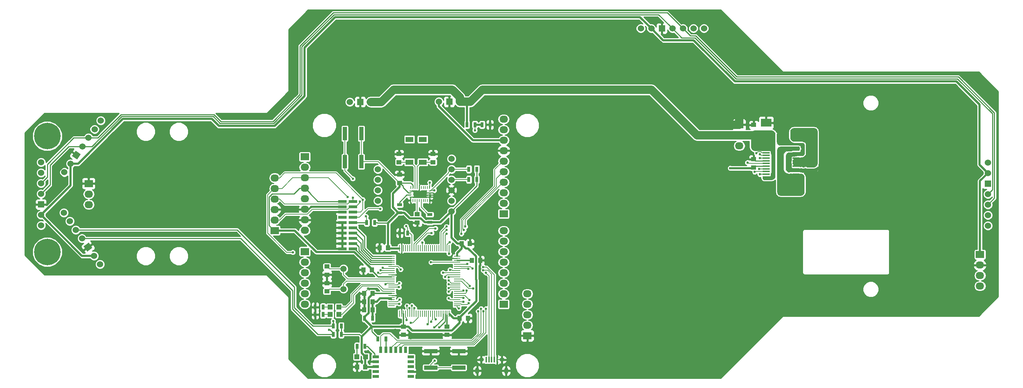
<source format=gtl>
G04 #@! TF.FileFunction,Copper,L1,Top,Signal*
%FSLAX46Y46*%
G04 Gerber Fmt 4.6, Leading zero omitted, Abs format (unit mm)*
G04 Created by KiCad (PCBNEW 4.0.4+dfsg1-stable) date Fri Feb  3 16:23:24 2017*
%MOMM*%
%LPD*%
G01*
G04 APERTURE LIST*
%ADD10C,0.100000*%
%ADD11R,2.032000X1.727200*%
%ADD12O,2.032000X1.727200*%
%ADD13R,1.500000X0.280000*%
%ADD14R,0.280000X1.500000*%
%ADD15R,1.250000X1.000000*%
%ADD16R,1.000000X1.250000*%
%ADD17R,0.700000X1.300000*%
%ADD18R,1.300000X0.700000*%
%ADD19R,0.250000X0.675000*%
%ADD20R,0.575000X0.250000*%
%ADD21C,1.524000*%
%ADD22R,1.524000X1.524000*%
%ADD23R,1.750000X0.450000*%
%ADD24R,2.499360X1.950720*%
%ADD25R,0.400000X1.350000*%
%ADD26O,1.250000X0.950000*%
%ADD27O,1.000000X1.550000*%
%ADD28R,2.032000X0.635000*%
%ADD29R,1.198880X1.198880*%
%ADD30R,1.500000X0.700000*%
%ADD31R,0.700000X1.500000*%
%ADD32R,1.000000X3.200000*%
%ADD33R,3.200000X1.000000*%
%ADD34C,6.400000*%
%ADD35C,1.501140*%
%ADD36R,1.900000X1.300000*%
%ADD37C,0.600000*%
%ADD38C,0.160000*%
%ADD39C,0.200000*%
%ADD40C,0.300000*%
%ADD41C,0.250000*%
%ADD42C,0.500000*%
%ADD43C,0.400000*%
%ADD44C,2.000000*%
%ADD45C,0.030000*%
%ADD46C,0.254000*%
G04 APERTURE END LIST*
D10*
D11*
X105640000Y-87510000D03*
D12*
X105640000Y-90050000D03*
X105640000Y-92590000D03*
X105640000Y-95130000D03*
X105640000Y-97670000D03*
X105640000Y-100210000D03*
X105640000Y-102750000D03*
X105640000Y-105290000D03*
D11*
X105640000Y-110390000D03*
D12*
X105640000Y-112930000D03*
X105640000Y-115470000D03*
X105640000Y-118010000D03*
X105640000Y-120550000D03*
X105640000Y-123090000D03*
D11*
X153640000Y-101270000D03*
D12*
X153640000Y-98730000D03*
X153640000Y-96190000D03*
X153640000Y-93650000D03*
X153640000Y-91110000D03*
X153640000Y-88570000D03*
X153640000Y-86030000D03*
X153640000Y-83490000D03*
X153640000Y-80950000D03*
X153640000Y-78410000D03*
D11*
X153640000Y-123110000D03*
D12*
X153640000Y-120570000D03*
X153640000Y-118030000D03*
X153640000Y-115490000D03*
X153640000Y-112950000D03*
X153640000Y-110410000D03*
X153640000Y-107870000D03*
X153640000Y-105330000D03*
D13*
X126600000Y-111500000D03*
X126600000Y-112000000D03*
X126600000Y-112500000D03*
X126600000Y-113000000D03*
X126600000Y-113500000D03*
X126600000Y-114000000D03*
X126600000Y-114500000D03*
X126600000Y-115000000D03*
X126600000Y-115500000D03*
X126600000Y-116000000D03*
X126600000Y-116500000D03*
X126600000Y-117000000D03*
X126600000Y-117500000D03*
X126600000Y-118000000D03*
X126600000Y-118500000D03*
X126600000Y-119000000D03*
X126600000Y-119500000D03*
X126600000Y-120000000D03*
X126600000Y-120500000D03*
X126600000Y-121000000D03*
X126600000Y-121500000D03*
X126600000Y-122000000D03*
X126600000Y-122500000D03*
X126600000Y-123000000D03*
X126600000Y-123500000D03*
D14*
X128500000Y-125400000D03*
X129000000Y-125400000D03*
X129500000Y-125400000D03*
X130000000Y-125400000D03*
X130500000Y-125400000D03*
X131000000Y-125400000D03*
X131500000Y-125400000D03*
X132000000Y-125400000D03*
X132500000Y-125400000D03*
X133000000Y-125400000D03*
X133500000Y-125400000D03*
X134000000Y-125400000D03*
X134500000Y-125400000D03*
X135000000Y-125400000D03*
X135500000Y-125400000D03*
X136000000Y-125400000D03*
X136500000Y-125400000D03*
X137000000Y-125400000D03*
X137500000Y-125400000D03*
X138000000Y-125400000D03*
X138500000Y-125400000D03*
X139000000Y-125400000D03*
X139500000Y-125400000D03*
X140000000Y-125400000D03*
X140500000Y-125400000D03*
D13*
X142400000Y-123500000D03*
X142400000Y-123000000D03*
X142400000Y-122500000D03*
X142400000Y-122000000D03*
X142400000Y-121500000D03*
X142400000Y-121000000D03*
X142400000Y-120500000D03*
X142400000Y-120000000D03*
X142400000Y-119500000D03*
X142400000Y-119000000D03*
X142400000Y-118500000D03*
X142400000Y-118000000D03*
X142400000Y-117500000D03*
X142400000Y-117000000D03*
X142400000Y-116500000D03*
X142400000Y-116000000D03*
X142400000Y-115500000D03*
X142400000Y-115000000D03*
X142400000Y-114500000D03*
X142400000Y-114000000D03*
X142400000Y-113500000D03*
X142400000Y-113000000D03*
X142400000Y-112500000D03*
X142400000Y-112000000D03*
X142400000Y-111500000D03*
D14*
X140500000Y-109600000D03*
X140000000Y-109600000D03*
X139500000Y-109600000D03*
X139000000Y-109600000D03*
X138500000Y-109600000D03*
X138000000Y-109600000D03*
X137500000Y-109600000D03*
X137000000Y-109600000D03*
X136500000Y-109600000D03*
X136000000Y-109600000D03*
X135500000Y-109600000D03*
X135000000Y-109600000D03*
X134500000Y-109600000D03*
X134000000Y-109600000D03*
X133500000Y-109600000D03*
X133000000Y-109600000D03*
X132500000Y-109600000D03*
X132000000Y-109600000D03*
X131500000Y-109600000D03*
X131000000Y-109600000D03*
X130500000Y-109600000D03*
X130000000Y-109600000D03*
X129500000Y-109600000D03*
X129000000Y-109600000D03*
X128500000Y-109600000D03*
D15*
X111000000Y-116000000D03*
X111000000Y-114000000D03*
X111000000Y-118000000D03*
X111000000Y-120000000D03*
X140000000Y-128500000D03*
X140000000Y-130500000D03*
D16*
X146000000Y-112500000D03*
X148000000Y-112500000D03*
D15*
X129500000Y-128500000D03*
X129500000Y-130500000D03*
D16*
X143000000Y-126500000D03*
X145000000Y-126500000D03*
X125700000Y-109450000D03*
X123700000Y-109450000D03*
X121800000Y-114800000D03*
X119800000Y-114800000D03*
X122000000Y-120500000D03*
X120000000Y-120500000D03*
X143500000Y-108500000D03*
X145500000Y-108500000D03*
X122000000Y-122500000D03*
X120000000Y-122500000D03*
X122000000Y-124500000D03*
X120000000Y-124500000D03*
D17*
X122500000Y-103400000D03*
X120600000Y-103400000D03*
X130450000Y-105900000D03*
X128550000Y-105900000D03*
X144800000Y-79750000D03*
X146700000Y-79750000D03*
X148450000Y-79750000D03*
X150350000Y-79750000D03*
D15*
X136600000Y-88800000D03*
X136600000Y-86800000D03*
X128400000Y-88800000D03*
X128400000Y-86800000D03*
X132800000Y-101400000D03*
X132800000Y-103400000D03*
X128500000Y-93800000D03*
X128500000Y-91800000D03*
D18*
X128500000Y-101000000D03*
X128500000Y-99100000D03*
X135800000Y-103350000D03*
X135800000Y-101450000D03*
D19*
X131250000Y-94925000D03*
X131750000Y-94925000D03*
X132250000Y-94925000D03*
X132750000Y-94925000D03*
X133250000Y-94925000D03*
X133750000Y-94925000D03*
X134250000Y-94925000D03*
X134750000Y-94925000D03*
X135250000Y-94925000D03*
X135750000Y-94925000D03*
X131250000Y-98050000D03*
X131750000Y-98050000D03*
X132250000Y-98050000D03*
X132750000Y-98050000D03*
X133250000Y-98050000D03*
X133750000Y-98050000D03*
X134250000Y-98050000D03*
X134750000Y-98050000D03*
X135250000Y-98050000D03*
X135750000Y-98050000D03*
D20*
X131187500Y-95737500D03*
X131187500Y-96237500D03*
X131187500Y-96737500D03*
X131187500Y-97237500D03*
X135812500Y-95737500D03*
X135812500Y-96237500D03*
X135812500Y-96737500D03*
X135812500Y-97237500D03*
D21*
X137990000Y-74200000D03*
D22*
X140530000Y-74200000D03*
D21*
X143070000Y-74200000D03*
X145610000Y-74200000D03*
X116490000Y-74250000D03*
D22*
X119030000Y-74250000D03*
D21*
X121570000Y-74250000D03*
X124110000Y-74250000D03*
X123250000Y-95570000D03*
X123250000Y-93030000D03*
X141030000Y-95570000D03*
X141030000Y-93030000D03*
X141030000Y-98110000D03*
X141030000Y-100650000D03*
X141030000Y-90490000D03*
X141030000Y-87950000D03*
X123250000Y-90490000D03*
X123250000Y-98110000D03*
D23*
X224200000Y-92375000D03*
X224200000Y-91725000D03*
X224200000Y-91075000D03*
X224200000Y-90425000D03*
X224200000Y-89775000D03*
X224200000Y-89125000D03*
X224200000Y-88475000D03*
X224200000Y-87825000D03*
X224200000Y-87175000D03*
X224200000Y-86525000D03*
X224200000Y-85875000D03*
X224200000Y-85225000D03*
X217000000Y-85225000D03*
X217000000Y-85875000D03*
X217000000Y-86525000D03*
X217000000Y-87175000D03*
X217000000Y-87825000D03*
X217000000Y-88475000D03*
X217000000Y-89125000D03*
X217000000Y-89775000D03*
X217000000Y-90425000D03*
X217000000Y-91075000D03*
X217000000Y-91725000D03*
X217000000Y-92375000D03*
D15*
X214000000Y-90100000D03*
X214000000Y-88100000D03*
X214000000Y-81800000D03*
X214000000Y-79800000D03*
D24*
X217000000Y-82324000D03*
X217000000Y-79276000D03*
D21*
X42000000Y-104080000D03*
X42000000Y-101540000D03*
D22*
X42000000Y-99000000D03*
D21*
X42000000Y-96460000D03*
X42000000Y-93920000D03*
X42000000Y-91380000D03*
X42000000Y-88840000D03*
X56241305Y-113483877D03*
X54784421Y-111403231D03*
D10*
G36*
X53514666Y-108261326D02*
X54388796Y-109509714D01*
X53140408Y-110383844D01*
X52266278Y-109135456D01*
X53514666Y-108261326D01*
X53514666Y-108261326D01*
G37*
D21*
X51870653Y-107241938D03*
X50413768Y-105161292D03*
X48956884Y-103080646D03*
X47500000Y-101000000D03*
X47629348Y-91241939D03*
X49086232Y-89161293D03*
D10*
G36*
X51604375Y-86893518D02*
X50730245Y-88141906D01*
X49481857Y-87267776D01*
X50355987Y-86019388D01*
X51604375Y-86893518D01*
X51604375Y-86893518D01*
G37*
D21*
X52000000Y-85000000D03*
X53456885Y-82919354D03*
X54913769Y-80838708D03*
X56370653Y-78758062D03*
X186740000Y-56500000D03*
X189280000Y-56500000D03*
D22*
X191820000Y-56500000D03*
D21*
X194360000Y-56500000D03*
X196900000Y-56500000D03*
X199440000Y-56500000D03*
X201980000Y-56500000D03*
X270500000Y-88880000D03*
X270500000Y-91420000D03*
D22*
X270500000Y-93960000D03*
D21*
X270500000Y-96500000D03*
X270500000Y-99040000D03*
X270500000Y-101580000D03*
X270500000Y-104120000D03*
X224250000Y-95000000D03*
X224250000Y-82500000D03*
D11*
X210500000Y-79760000D03*
D12*
X210500000Y-82300000D03*
X210500000Y-84840000D03*
D11*
X53500000Y-93960000D03*
D12*
X53500000Y-96500000D03*
X53500000Y-99040000D03*
D25*
X149450000Y-136500000D03*
X150100000Y-136500000D03*
X150750000Y-136500000D03*
X151400000Y-136500000D03*
X152050000Y-136500000D03*
D26*
X148250000Y-136500000D03*
X153250000Y-136500000D03*
D27*
X147250000Y-139200000D03*
X154250000Y-139200000D03*
D28*
X114700000Y-98300000D03*
X117278100Y-98300000D03*
X114700000Y-99570000D03*
X117278100Y-99570000D03*
X114700000Y-100840000D03*
X117278100Y-100840000D03*
X114700000Y-102110000D03*
X117278100Y-102110000D03*
X114700000Y-103380000D03*
X117278100Y-103380000D03*
X114700000Y-104650000D03*
X117278100Y-104650000D03*
X114700000Y-105920000D03*
X117278100Y-105920000D03*
X114700000Y-107190000D03*
X117278100Y-107190000D03*
X114700000Y-108460000D03*
X117278100Y-108460000D03*
X114700000Y-109730000D03*
X117278100Y-109730000D03*
D11*
X98400000Y-105300000D03*
D12*
X98400000Y-102760000D03*
X98400000Y-100220000D03*
X98400000Y-97680000D03*
X98400000Y-95140000D03*
X98400000Y-92600000D03*
D17*
X120100000Y-126500000D03*
X122000000Y-126500000D03*
D16*
X120250000Y-138250000D03*
X118250000Y-138250000D03*
D29*
X120298040Y-135800000D03*
X118200000Y-135800000D03*
D17*
X125200000Y-131500000D03*
X123300000Y-131500000D03*
X118250000Y-133300000D03*
X120150000Y-133300000D03*
D30*
X131250000Y-135800000D03*
D31*
X130000000Y-134150000D03*
X128800000Y-134150000D03*
X127600000Y-134150000D03*
X126400000Y-134150000D03*
X125200000Y-134150000D03*
X124000000Y-134150000D03*
D30*
X131250000Y-137000000D03*
X131250000Y-138200000D03*
X131250000Y-139400000D03*
X131250000Y-140600000D03*
X122750000Y-135800000D03*
X122750000Y-137000000D03*
X122750000Y-138200000D03*
X122750000Y-139400000D03*
X122750000Y-140600000D03*
D17*
X147150000Y-90500000D03*
X145250000Y-90500000D03*
X147150000Y-93000000D03*
X145250000Y-93000000D03*
X114450000Y-128400000D03*
X112550000Y-128400000D03*
X114450000Y-130400000D03*
X112550000Y-130400000D03*
D11*
X159350000Y-130730000D03*
D12*
X159350000Y-128190000D03*
X159350000Y-125650000D03*
X159350000Y-123110000D03*
X159350000Y-120570000D03*
D11*
X268600000Y-111120000D03*
D12*
X268600000Y-113660000D03*
X268600000Y-116200000D03*
X268600000Y-118740000D03*
D32*
X115300000Y-81900000D03*
X115300000Y-88700000D03*
X119300000Y-88700000D03*
X119300000Y-81900000D03*
D33*
X136025000Y-138425000D03*
X142825000Y-138425000D03*
X142825000Y-134425000D03*
X136025000Y-134425000D03*
D34*
X43500000Y-110500000D03*
X43500000Y-82500000D03*
D29*
X113849020Y-123800000D03*
X111750980Y-123800000D03*
X113849020Y-125600000D03*
X111750980Y-125600000D03*
D17*
X108150000Y-123800000D03*
X110050000Y-123800000D03*
X108150000Y-125600000D03*
X110050000Y-125600000D03*
D35*
X115000000Y-114559060D03*
X115000000Y-119440940D03*
D36*
X134100000Y-88800000D03*
X134100000Y-83300000D03*
X130900000Y-83300000D03*
X130900000Y-88800000D03*
D37*
X128450000Y-118050000D03*
X128400000Y-119000000D03*
X128500000Y-122000000D03*
X128450000Y-123000000D03*
X130250000Y-126950000D03*
X131200000Y-127600006D03*
X140400000Y-117400000D03*
X140389870Y-116589870D03*
X140700000Y-114800000D03*
X144390021Y-104350000D03*
X139850000Y-104350000D03*
X144030010Y-105200000D03*
X139850000Y-105200000D03*
X143450000Y-106100000D03*
X139850000Y-106100000D03*
X139500064Y-116500000D03*
X139000000Y-115500000D03*
X145500000Y-118700000D03*
X146300000Y-119300000D03*
X144700000Y-119800000D03*
X143900000Y-119800000D03*
X140400000Y-121700000D03*
X140400000Y-120100000D03*
X140400000Y-119200000D03*
X140400000Y-118300000D03*
X132900000Y-111700000D03*
X121000000Y-119340021D03*
X118500000Y-125400000D03*
X123700000Y-110800000D03*
X123700000Y-107800000D03*
X129600000Y-106800000D03*
X127300000Y-104500000D03*
X132800000Y-104500000D03*
X131400000Y-103400000D03*
X132500000Y-96500000D03*
X134600000Y-96500000D03*
X131200000Y-131300000D03*
X127500000Y-129300000D03*
X138300000Y-130700000D03*
X141600000Y-130700000D03*
X139300000Y-111900000D03*
X129000000Y-124000000D03*
X128400000Y-121000000D03*
X128300000Y-116000000D03*
X129000000Y-111100000D03*
X121500000Y-136300000D03*
X121500000Y-137000000D03*
X227000000Y-91000000D03*
X226500000Y-90500000D03*
X226000000Y-91000000D03*
X225500000Y-90500000D03*
X225500000Y-87000000D03*
X226000000Y-84500000D03*
X225575002Y-85000000D03*
X226000000Y-85500000D03*
X225575002Y-86000000D03*
X226000000Y-86500000D03*
X222000000Y-90500000D03*
X222000000Y-89500000D03*
X222000000Y-88500000D03*
X222000000Y-87500000D03*
X222500000Y-91000000D03*
X222500000Y-90000000D03*
X222500000Y-89000000D03*
X222500000Y-88000000D03*
X222500000Y-87000000D03*
X137200000Y-104800000D03*
X135800000Y-93700000D03*
X136275000Y-105925000D03*
X136900000Y-95600000D03*
X218750000Y-87000000D03*
X218750000Y-88000000D03*
X218750000Y-89000000D03*
X218750000Y-90000000D03*
X218750000Y-91000000D03*
X218750000Y-92000000D03*
X218000000Y-84000000D03*
X217000000Y-84000000D03*
X214000000Y-83000000D03*
X215000000Y-83000000D03*
X216000000Y-84000000D03*
X215000000Y-84000000D03*
X214000000Y-84000000D03*
X214000000Y-85000000D03*
X215000000Y-85000000D03*
X208325000Y-90250000D03*
X215497390Y-86909573D03*
X214225000Y-91150000D03*
X131500000Y-123450000D03*
X132100000Y-124050000D03*
X215350000Y-90475000D03*
X215500000Y-87825000D03*
X137225000Y-126750000D03*
X123390306Y-115484891D03*
X124503517Y-114316460D03*
X123953259Y-114916470D03*
X142822752Y-124102493D03*
X149322945Y-115511356D03*
X146100002Y-114500000D03*
X148707715Y-114919990D03*
X144900000Y-113400000D03*
X148699146Y-114120024D03*
X145099996Y-114600000D03*
X136100000Y-113000000D03*
X117250000Y-97400000D03*
X140464870Y-110914870D03*
X118959459Y-98289200D03*
X119650000Y-97850000D03*
X134000000Y-108200000D03*
X140600000Y-108100000D03*
X123850000Y-100050000D03*
X136975000Y-136750000D03*
X102750000Y-110575000D03*
X120439870Y-101910130D03*
X125150000Y-118300000D03*
X116000000Y-97250000D03*
X149400000Y-124200000D03*
X143900000Y-121580010D03*
X148800000Y-124800000D03*
X145400000Y-122100000D03*
X148200000Y-124200000D03*
X145200000Y-122900000D03*
X147500000Y-124800000D03*
X143900000Y-122500000D03*
X111500000Y-129300008D03*
X138100004Y-128700000D03*
X112499999Y-127200000D03*
X136950000Y-128700000D03*
X135300000Y-127950000D03*
X136125000Y-127350000D03*
X214650000Y-86625000D03*
X215486826Y-91750650D03*
X130919990Y-124050000D03*
X212500000Y-88900000D03*
X130300000Y-123500000D03*
X117250000Y-92800000D03*
X130100000Y-104275000D03*
X128800000Y-114700000D03*
X146700000Y-81100000D03*
D38*
X127510000Y-118500000D02*
X126600000Y-118500000D01*
X128000000Y-118500000D02*
X127510000Y-118500000D01*
X128450000Y-118050000D02*
X128000000Y-118500000D01*
X128400000Y-119000000D02*
X126600000Y-119000000D01*
X127510000Y-122500000D02*
X126600000Y-122500000D01*
X128000000Y-122500000D02*
X127510000Y-122500000D01*
X128500000Y-122000000D02*
X128000000Y-122500000D01*
X128450000Y-123000000D02*
X126600000Y-123000000D01*
X126650000Y-123050000D02*
X126600000Y-123000000D01*
X130250000Y-126950000D02*
X130250000Y-126525736D01*
X130250000Y-126525736D02*
X130000000Y-126275736D01*
X130000000Y-126275736D02*
X130000000Y-125400000D01*
X131624264Y-127600006D02*
X131200000Y-127600006D01*
X131709994Y-127600006D02*
X131624264Y-127600006D01*
X133000000Y-126310000D02*
X131709994Y-127600006D01*
X133000000Y-125400000D02*
X133000000Y-126310000D01*
X140400000Y-117400000D02*
X141000000Y-118000000D01*
X141000000Y-118000000D02*
X142400000Y-118000000D01*
X140479740Y-116500000D02*
X140389870Y-116589870D01*
X142400000Y-116500000D02*
X140479740Y-116500000D01*
X140403610Y-116589870D02*
X140389870Y-116589870D01*
X140493480Y-116500000D02*
X140403610Y-116589870D01*
X140700000Y-114800000D02*
X141124264Y-114800000D01*
X141124264Y-114800000D02*
X141324264Y-115000000D01*
X141324264Y-115000000D02*
X141490000Y-115000000D01*
X141490000Y-115000000D02*
X142400000Y-115000000D01*
X144390021Y-103925736D02*
X144390021Y-104350000D01*
X144390021Y-102747579D02*
X144390021Y-103925736D01*
X153640000Y-93650000D02*
X153487600Y-93650000D01*
X153487600Y-93650000D02*
X144390021Y-102747579D01*
X138500000Y-109600000D02*
X138500000Y-105700000D01*
X138500000Y-105700000D02*
X139850000Y-104350000D01*
X143810011Y-104980001D02*
X144030010Y-105200000D01*
X143810011Y-102799121D02*
X143810011Y-104980001D01*
X151860011Y-94749121D02*
X143810011Y-102799121D01*
X151860011Y-92737589D02*
X151860011Y-94749121D01*
X153487600Y-91110000D02*
X151860011Y-92737589D01*
X153640000Y-91110000D02*
X153487600Y-91110000D01*
X139000000Y-109600000D02*
X139000000Y-106050000D01*
X139000000Y-106050000D02*
X139850000Y-105200000D01*
X151500000Y-94600000D02*
X151500000Y-90557600D01*
X151500000Y-90557600D02*
X153487600Y-88570000D01*
X143450000Y-106100000D02*
X143450000Y-102650000D01*
X143450000Y-102650000D02*
X151500000Y-94600000D01*
X153487600Y-88570000D02*
X153640000Y-88570000D01*
X139500000Y-109600000D02*
X139500000Y-106450000D01*
X139500000Y-106450000D02*
X139850000Y-106100000D01*
X140000064Y-116000000D02*
X139800063Y-116200001D01*
X142400000Y-116000000D02*
X140000064Y-116000000D01*
X139800063Y-116200001D02*
X139500064Y-116500000D01*
X142400000Y-115500000D02*
X140500000Y-115500000D01*
X140500000Y-115500000D02*
X139000000Y-115500000D01*
X145200001Y-118400001D02*
X145500000Y-118700000D01*
X143800000Y-117000000D02*
X145200001Y-118400001D01*
X142400000Y-117000000D02*
X143800000Y-117000000D01*
X145875736Y-119300000D02*
X146300000Y-119300000D01*
X143441596Y-117500000D02*
X145241596Y-119300000D01*
X145241596Y-119300000D02*
X145875736Y-119300000D01*
X142400000Y-117500000D02*
X143441596Y-117500000D01*
X144700000Y-120224264D02*
X144700000Y-119800000D01*
X142400000Y-120500000D02*
X144424264Y-120500000D01*
X144424264Y-120500000D02*
X144700000Y-120224264D01*
X143900000Y-119800000D02*
X143700000Y-120000000D01*
X143700000Y-120000000D02*
X142400000Y-120000000D01*
X142400000Y-122000000D02*
X140699999Y-121999999D01*
X140699999Y-121999999D02*
X140400000Y-121700000D01*
X141000000Y-119500000D02*
X142400000Y-119500000D01*
X140400000Y-120100000D02*
X141000000Y-119500000D01*
X140400000Y-119200000D02*
X140600000Y-119000000D01*
X140600000Y-119000000D02*
X141490000Y-119000000D01*
X141490000Y-119000000D02*
X142400000Y-119000000D01*
X140400000Y-118300000D02*
X140600000Y-118500000D01*
X140600000Y-118500000D02*
X142400000Y-118500000D01*
D39*
X115000000Y-114559060D02*
X111559060Y-114559060D01*
X111559060Y-114559060D02*
X111000000Y-114000000D01*
X126600000Y-117000000D02*
X116000000Y-117000000D01*
X116000000Y-117000000D02*
X115000000Y-116000000D01*
X115000000Y-116000000D02*
X115000000Y-114559060D01*
X115000000Y-119440940D02*
X111559060Y-119440940D01*
X111559060Y-119440940D02*
X111000000Y-120000000D01*
X126600000Y-117500000D02*
X115741450Y-117500000D01*
X115741450Y-117500000D02*
X115000000Y-118241450D01*
X115000000Y-118241450D02*
X115000000Y-119440940D01*
D40*
X140000000Y-128500000D02*
X140000000Y-125748542D01*
X140000000Y-125748542D02*
X139990001Y-125738543D01*
X142400000Y-112500000D02*
X146000000Y-112500000D01*
D39*
X139300000Y-111900000D02*
X133100000Y-111900000D01*
X133100000Y-111900000D02*
X132900000Y-111700000D01*
D38*
X121000000Y-119375000D02*
X121000000Y-119340021D01*
X120000000Y-120375000D02*
X121000000Y-119375000D01*
X120000000Y-120500000D02*
X120000000Y-120375000D01*
X118500000Y-124500000D02*
X118500000Y-125400000D01*
X120000000Y-124500000D02*
X118500000Y-124500000D01*
X123700000Y-109450000D02*
X123700000Y-110800000D01*
X123700000Y-109450000D02*
X123700000Y-107800000D01*
X129300000Y-105900000D02*
X129600000Y-106200000D01*
X129600000Y-106200000D02*
X129600000Y-106800000D01*
X129060000Y-105900000D02*
X129300000Y-105900000D01*
X128550000Y-105900000D02*
X129060000Y-105900000D01*
X128600000Y-104700000D02*
X128400000Y-104500000D01*
X128400000Y-104500000D02*
X127300000Y-104500000D01*
X128600000Y-105040000D02*
X128600000Y-104700000D01*
X128550000Y-105900000D02*
X128550000Y-105090000D01*
X128550000Y-105090000D02*
X128600000Y-105040000D01*
X132800000Y-103400000D02*
X132800000Y-104500000D01*
X132800000Y-103400000D02*
X131400000Y-103400000D01*
X224200000Y-91075000D02*
X225925000Y-91075000D01*
X225925000Y-91075000D02*
X226000000Y-91000000D01*
D41*
X131187500Y-95737500D02*
X131737500Y-95737500D01*
X131737500Y-95737500D02*
X132500000Y-96500000D01*
X135812500Y-96737500D02*
X134837500Y-96737500D01*
X134837500Y-96737500D02*
X134600000Y-96500000D01*
D38*
X130900000Y-130500000D02*
X131200000Y-130800000D01*
X131200000Y-130800000D02*
X131200000Y-131300000D01*
X130285000Y-130500000D02*
X130900000Y-130500000D01*
X129500000Y-130500000D02*
X130285000Y-130500000D01*
X128000000Y-130500000D02*
X127500000Y-130000000D01*
X127500000Y-130000000D02*
X127500000Y-129300000D01*
X129500000Y-130500000D02*
X128000000Y-130500000D01*
X140000000Y-130500000D02*
X138500000Y-130500000D01*
X138500000Y-130500000D02*
X138300000Y-130700000D01*
X140000000Y-130500000D02*
X141400000Y-130500000D01*
X141400000Y-130500000D02*
X141600000Y-130700000D01*
X142400000Y-112000000D02*
X139400000Y-112000000D01*
X139400000Y-112000000D02*
X139300000Y-111900000D01*
X129000000Y-125400000D02*
X129000000Y-124000000D01*
X126600000Y-121000000D02*
X128400000Y-121000000D01*
X126600000Y-116000000D02*
X128300000Y-116000000D01*
X129000000Y-109600000D02*
X129000000Y-111100000D01*
X152050000Y-136500000D02*
X153250000Y-136500000D01*
D41*
X121500000Y-137000000D02*
X121500000Y-136300000D01*
D42*
X122500000Y-137000000D02*
X121500000Y-137000000D01*
D38*
X135812500Y-97237500D02*
X135812500Y-97987500D01*
X135812500Y-97987500D02*
X135750000Y-98050000D01*
D41*
X131187500Y-97237500D02*
X131187500Y-97987500D01*
X131187500Y-97987500D02*
X131250000Y-98050000D01*
X131762500Y-97200000D02*
X131725000Y-97237500D01*
X131187500Y-97237500D02*
X131725000Y-97237500D01*
X135237500Y-97200000D02*
X134950000Y-97200000D01*
X135812500Y-97237500D02*
X135275000Y-97237500D01*
X135275000Y-97237500D02*
X135237500Y-97200000D01*
X135262500Y-96750000D02*
X134850000Y-96750000D01*
X135812500Y-96737500D02*
X135275000Y-96737500D01*
X135275000Y-96737500D02*
X135262500Y-96750000D01*
X135812500Y-96237500D02*
X135062500Y-96237500D01*
X136350000Y-96737500D02*
X136687500Y-96737500D01*
X135812500Y-97237500D02*
X136637500Y-97237500D01*
X135812500Y-96737500D02*
X136350000Y-96737500D01*
X136350000Y-96737500D02*
X136362500Y-96750000D01*
X136662500Y-96237500D02*
X136675000Y-96250000D01*
X135812500Y-96237500D02*
X136662500Y-96237500D01*
X135812500Y-96237500D02*
X135812500Y-96737500D01*
X131187500Y-95737500D02*
X133025000Y-95737500D01*
X133025000Y-95737500D02*
X133250000Y-95512500D01*
X133250000Y-95512500D02*
X133250000Y-94925000D01*
X133250000Y-94925000D02*
X133250000Y-94337500D01*
X133250000Y-94337500D02*
X133600000Y-93987500D01*
X142400000Y-112000000D02*
X141150000Y-112000000D01*
X126600000Y-121000000D02*
X127600000Y-121000000D01*
X129000000Y-125400000D02*
X129000000Y-124400000D01*
X129000000Y-124400000D02*
X128950000Y-124350000D01*
X126600000Y-116000000D02*
X127600000Y-116000000D01*
X129000000Y-109600000D02*
X129000000Y-110900000D01*
X129000000Y-109600000D02*
X129000000Y-108050000D01*
D43*
X106490000Y-100210000D02*
X107130000Y-99570000D01*
X107130000Y-99570000D02*
X114700000Y-99570000D01*
X105640000Y-100210000D02*
X106490000Y-100210000D01*
D41*
X226000000Y-91000000D02*
X226500000Y-90500000D01*
X224200000Y-90425000D02*
X225425000Y-90425000D01*
X225425000Y-90425000D02*
X225500000Y-90500000D01*
X226000000Y-86500000D02*
X225500000Y-87000000D01*
X225575002Y-85000000D02*
X225575002Y-84924998D01*
X225575002Y-84924998D02*
X226000000Y-84500000D01*
X225575002Y-86000000D02*
X225575002Y-85924998D01*
X225575002Y-85924998D02*
X226000000Y-85500000D01*
X224200000Y-86525000D02*
X225975000Y-86525000D01*
X225975000Y-86525000D02*
X226000000Y-86500000D01*
D44*
X210500000Y-79760000D02*
X210500000Y-77500000D01*
X210500000Y-79760000D02*
X207484000Y-79760000D01*
D41*
X222000000Y-88500000D02*
X222000000Y-89500000D01*
X222000000Y-87500000D02*
X222000000Y-88500000D01*
X222500000Y-90000000D02*
X222500000Y-91000000D01*
X222500000Y-88000000D02*
X222500000Y-89000000D01*
X224200000Y-86525000D02*
X222975000Y-86525000D01*
X222975000Y-86525000D02*
X222500000Y-87000000D01*
X217000000Y-88475000D02*
X214375000Y-88475000D01*
X214375000Y-88475000D02*
X214000000Y-88100000D01*
D39*
X134100000Y-88800000D02*
X135250000Y-88800000D01*
X135250000Y-88800000D02*
X136600000Y-88800000D01*
X132750000Y-94925000D02*
X132750000Y-89850000D01*
X132750000Y-89850000D02*
X133800000Y-88800000D01*
X133800000Y-88800000D02*
X134100000Y-88800000D01*
X130900000Y-88800000D02*
X129750000Y-88800000D01*
X129750000Y-88800000D02*
X128400000Y-88800000D01*
X132250000Y-94925000D02*
X132250000Y-89850000D01*
X132250000Y-89850000D02*
X131200000Y-88800000D01*
X131200000Y-88800000D02*
X130900000Y-88800000D01*
D38*
X132750000Y-98050000D02*
X132750000Y-101350000D01*
X132750000Y-101350000D02*
X132800000Y-101400000D01*
D41*
X128500000Y-99100000D02*
X128500000Y-98500000D01*
X128500000Y-98500000D02*
X130262500Y-96737500D01*
X130262500Y-96737500D02*
X130650000Y-96737500D01*
X130650000Y-96737500D02*
X131187500Y-96737500D01*
D38*
X133750000Y-98050000D02*
X133750000Y-99700000D01*
X133750000Y-99700000D02*
X135500000Y-101450000D01*
X135500000Y-101450000D02*
X135800000Y-101450000D01*
D39*
X136775736Y-104800000D02*
X137200000Y-104800000D01*
X135734300Y-104800000D02*
X136775736Y-104800000D01*
X132000000Y-109600000D02*
X132000000Y-108534300D01*
X132000000Y-108534300D02*
X135734300Y-104800000D01*
X135800000Y-93700000D02*
X135800000Y-94875000D01*
X135800000Y-94875000D02*
X135750000Y-94925000D01*
X145250000Y-93000000D02*
X141060000Y-93000000D01*
X141060000Y-93000000D02*
X141030000Y-93030000D01*
X135850736Y-105925000D02*
X136275000Y-105925000D01*
X135225000Y-105925000D02*
X135850736Y-105925000D01*
X132500000Y-108650000D02*
X135225000Y-105925000D01*
X132500000Y-109600000D02*
X132500000Y-108650000D01*
X136900000Y-95600000D02*
X135950000Y-95600000D01*
X135950000Y-95600000D02*
X135812500Y-95737500D01*
X141030000Y-90490000D02*
X140268001Y-91251999D01*
X140268001Y-91251999D02*
X140268001Y-91444499D01*
X140268001Y-91444499D02*
X135975000Y-95737500D01*
X135975000Y-95737500D02*
X135812500Y-95737500D01*
X145250000Y-90500000D02*
X141040000Y-90500000D01*
X141040000Y-90500000D02*
X141030000Y-90490000D01*
D44*
X143070000Y-74200000D02*
X143070000Y-73122370D01*
X143070000Y-73122370D02*
X141247630Y-71300000D01*
X141247630Y-71300000D02*
X127060000Y-71300000D01*
D42*
X145610000Y-74200000D02*
X144800000Y-75010000D01*
X144800000Y-75010000D02*
X144800000Y-79750000D01*
D44*
X148510000Y-71300000D02*
X189300000Y-71300000D01*
X189300000Y-71300000D02*
X200300000Y-82300000D01*
X148510000Y-71300000D02*
X145610000Y-74200000D01*
X127060000Y-71300000D02*
X124110000Y-74250000D01*
X124110000Y-74250000D02*
X121570000Y-74250000D01*
X145610000Y-74200000D02*
X143070000Y-74200000D01*
X210500000Y-82300000D02*
X200300000Y-82300000D01*
D41*
X218750000Y-88000000D02*
X218750000Y-87000000D01*
X218750000Y-91000000D02*
X218750000Y-90000000D01*
X217000000Y-92375000D02*
X218375000Y-92375000D01*
X218375000Y-92375000D02*
X218750000Y-92000000D01*
X217000000Y-84000000D02*
X218000000Y-84000000D01*
X215000000Y-83000000D02*
X214000000Y-83000000D01*
X215000000Y-84000000D02*
X216000000Y-84000000D01*
X214000000Y-85000000D02*
X214000000Y-84000000D01*
X217000000Y-85225000D02*
X215225000Y-85225000D01*
X215225000Y-85225000D02*
X215000000Y-85000000D01*
D44*
X210500000Y-82300000D02*
X216976000Y-82300000D01*
X216976000Y-82300000D02*
X217000000Y-82324000D01*
D41*
X114450000Y-128400000D02*
X114450000Y-130400000D01*
X119349999Y-130950001D02*
X118799998Y-130400000D01*
X118799998Y-130400000D02*
X114450000Y-130400000D01*
D42*
X146950001Y-117139997D02*
X146950001Y-111514999D01*
X144500000Y-109625000D02*
X143500000Y-108625000D01*
X145060002Y-109625000D02*
X144500000Y-109625000D01*
X147050008Y-122324992D02*
X147050008Y-117240004D01*
X143500000Y-108625000D02*
X143500000Y-108500000D01*
X143000000Y-126375000D02*
X147050008Y-122324992D01*
X143000000Y-126500000D02*
X143000000Y-126375000D01*
X146950001Y-111514999D02*
X145060002Y-109625000D01*
X147050008Y-117240004D02*
X146950001Y-117139997D01*
D38*
X125875000Y-91175000D02*
X128500000Y-93800000D01*
X119300000Y-88700000D02*
X123400000Y-88700000D01*
X123400000Y-88700000D02*
X125875000Y-91175000D01*
X119300000Y-81900000D02*
X119300000Y-88700000D01*
D42*
X208749264Y-90250000D02*
X208325000Y-90250000D01*
X213950000Y-90150000D02*
X213850000Y-90250000D01*
X213850000Y-90250000D02*
X208749264Y-90250000D01*
D41*
X215875000Y-89775000D02*
X217000000Y-89775000D01*
X214325000Y-89775000D02*
X215875000Y-89775000D01*
X214000000Y-90100000D02*
X214325000Y-89775000D01*
D42*
X270500000Y-91420000D02*
X268600000Y-93320000D01*
X268600000Y-93320000D02*
X268600000Y-111120000D01*
X137990000Y-74200000D02*
X137990000Y-75277630D01*
X152124000Y-83490000D02*
X153640000Y-83490000D01*
X137990000Y-75277630D02*
X146202370Y-83490000D01*
X146202370Y-83490000D02*
X152124000Y-83490000D01*
D41*
X147150000Y-90500000D02*
X147150000Y-91400000D01*
X147150000Y-91400000D02*
X147150000Y-93000000D01*
X141030000Y-100650000D02*
X147150000Y-94530000D01*
X147150000Y-94530000D02*
X147150000Y-93000000D01*
D40*
X129500000Y-128500000D02*
X129500000Y-125400000D01*
X126600000Y-120500000D02*
X122000000Y-120500000D01*
X126600000Y-116500000D02*
X123375000Y-116500000D01*
X123375000Y-116500000D02*
X121800000Y-114925000D01*
X121800000Y-114925000D02*
X121800000Y-114800000D01*
D42*
X119349999Y-134851959D02*
X119349999Y-130950001D01*
X120298040Y-135800000D02*
X119349999Y-134851959D01*
X119349999Y-130950001D02*
X121800000Y-128500000D01*
D41*
X123300000Y-131500000D02*
X123300000Y-131200000D01*
X123300000Y-131200000D02*
X121800000Y-129700000D01*
X121800000Y-129700000D02*
X121800000Y-128500000D01*
D42*
X120250000Y-138250000D02*
X120250000Y-135848040D01*
X120250000Y-135848040D02*
X120298040Y-135800000D01*
X120250000Y-138250000D02*
X122450000Y-138250000D01*
X122450000Y-138250000D02*
X122500000Y-138200000D01*
X120100000Y-126500000D02*
X120100000Y-126200000D01*
X120100000Y-126200000D02*
X121049999Y-125250001D01*
X121049999Y-125250001D02*
X121049999Y-121575001D01*
X129500000Y-128500000D02*
X121800000Y-128500000D01*
X121800000Y-128500000D02*
X120100000Y-126800000D01*
X120100000Y-126800000D02*
X120100000Y-126500000D01*
X49086232Y-89161293D02*
X50938707Y-89161293D01*
X50938707Y-89161293D02*
X61750000Y-78350000D01*
X83200000Y-78350000D02*
X84900000Y-80050000D01*
X98350000Y-80050000D02*
X105550000Y-72850000D01*
X186530000Y-53750000D02*
X189280000Y-56500000D01*
X61750000Y-78350000D02*
X83200000Y-78350000D01*
X84900000Y-80050000D02*
X98350000Y-80050000D01*
X105550000Y-72850000D02*
X105550000Y-61150000D01*
X105550000Y-61150000D02*
X112950000Y-53750000D01*
X112950000Y-53750000D02*
X186530000Y-53750000D01*
D41*
X122500000Y-103400000D02*
X123100000Y-103400000D01*
X123100000Y-103400000D02*
X123200000Y-103500000D01*
X123200000Y-103500000D02*
X125700000Y-103500000D01*
D42*
X189280000Y-56500000D02*
X192130000Y-59350000D01*
X192130000Y-59350000D02*
X199500000Y-59350000D01*
X199500000Y-59350000D02*
X209450000Y-69300000D01*
X262900000Y-69300000D02*
X268500000Y-74900000D01*
X209450000Y-69300000D02*
X262900000Y-69300000D01*
X268500000Y-74900000D02*
X268500000Y-89420000D01*
X268500000Y-89420000D02*
X270500000Y-91420000D01*
X121800000Y-114800000D02*
X121800000Y-114675000D01*
X121800000Y-114675000D02*
X117622501Y-110497501D01*
X117622501Y-110497501D02*
X108437103Y-110497501D01*
X108437103Y-110497501D02*
X103239602Y-105300000D01*
X103239602Y-105300000D02*
X99916000Y-105300000D01*
X99916000Y-105300000D02*
X98400000Y-105300000D01*
X128200000Y-101000000D02*
X126900000Y-99700000D01*
X126900000Y-99700000D02*
X126900000Y-96400000D01*
X126900000Y-96400000D02*
X128500000Y-94800000D01*
X128500000Y-94800000D02*
X128500000Y-93800000D01*
X128500000Y-101000000D02*
X128200000Y-101000000D01*
X128200000Y-101000000D02*
X125700000Y-103500000D01*
X125700000Y-103500000D02*
X125700000Y-108575000D01*
X125700000Y-108575000D02*
X125700000Y-109700000D01*
X129500000Y-128500000D02*
X130625000Y-128500000D01*
X130625000Y-128500000D02*
X131575001Y-129450001D01*
X131575001Y-129450001D02*
X141174999Y-129450001D01*
X141174999Y-129450001D02*
X143000000Y-127625000D01*
X143000000Y-127625000D02*
X143000000Y-126500000D01*
X122000000Y-120500000D02*
X122000000Y-120625000D01*
X122000000Y-120625000D02*
X121049999Y-121575001D01*
X122100000Y-120400000D02*
X122000000Y-120500000D01*
X141030000Y-100650000D02*
X138330000Y-103350000D01*
X138330000Y-103350000D02*
X135800000Y-103350000D01*
X135800000Y-103350000D02*
X134650000Y-103350000D01*
X134650000Y-103350000D02*
X133650001Y-102350001D01*
X133650001Y-102350001D02*
X131000001Y-102350001D01*
X131000001Y-102350001D02*
X129650000Y-101000000D01*
X129650000Y-101000000D02*
X128500000Y-101000000D01*
X141030000Y-100650000D02*
X141030000Y-107030000D01*
X141030000Y-107030000D02*
X142500000Y-108500000D01*
X142500000Y-108500000D02*
X143500000Y-108500000D01*
D41*
X97755262Y-96491390D02*
X97058990Y-97187662D01*
X97058990Y-97187662D02*
X97058990Y-104111390D01*
X105640000Y-95130000D02*
X104374000Y-95130000D01*
X104374000Y-95130000D02*
X103012610Y-96491390D01*
X97058990Y-104111390D02*
X98247600Y-105300000D01*
X103012610Y-96491390D02*
X97755262Y-96491390D01*
X98247600Y-105300000D02*
X98400000Y-105300000D01*
X114700000Y-98300000D02*
X108810000Y-98300000D01*
X108810000Y-98300000D02*
X106906000Y-96396000D01*
X106906000Y-96396000D02*
X106906000Y-96243600D01*
X106906000Y-96243600D02*
X105792400Y-95130000D01*
X105792400Y-95130000D02*
X105640000Y-95130000D01*
X131187500Y-96237500D02*
X130650000Y-96237500D01*
X130650000Y-96237500D02*
X129375000Y-94962500D01*
X129375000Y-94962500D02*
X129375000Y-94550000D01*
X129375000Y-94550000D02*
X128625000Y-93800000D01*
X128625000Y-93800000D02*
X128500000Y-93800000D01*
X128500000Y-93800000D02*
X131212500Y-93800000D01*
X131212500Y-93800000D02*
X131750000Y-94337500D01*
X131750000Y-94337500D02*
X131750000Y-94925000D01*
D42*
X125700000Y-109700000D02*
X128400000Y-109700000D01*
X128400000Y-109700000D02*
X128409999Y-109690001D01*
X54784421Y-111403231D02*
X51863231Y-111403231D01*
X51863231Y-111403231D02*
X42000000Y-101540000D01*
X42000000Y-101540000D02*
X49086232Y-94453768D01*
X49086232Y-94453768D02*
X49086232Y-89161293D01*
X143500000Y-108500000D02*
X143500000Y-109625000D01*
X143500000Y-109625000D02*
X142400000Y-110725000D01*
X142400000Y-110725000D02*
X142400000Y-111409999D01*
X143000000Y-126500000D02*
X141600000Y-126500000D01*
X141600000Y-126500000D02*
X140590001Y-125490001D01*
D39*
X126600000Y-121500000D02*
X126600000Y-122000000D01*
D42*
X123800000Y-121700000D02*
X126300000Y-121700000D01*
X126300000Y-121700000D02*
X126509999Y-121909999D01*
X122000000Y-122500000D02*
X123000000Y-122500000D01*
X123000000Y-122500000D02*
X123800000Y-121700000D01*
X122000000Y-124500000D02*
X122000000Y-122500000D01*
X122000000Y-126500000D02*
X122000000Y-124500000D01*
D39*
X122500000Y-122000000D02*
X122000000Y-122500000D01*
X122000000Y-122375000D02*
X122000000Y-122500000D01*
D38*
X217000000Y-87175000D02*
X215762817Y-87175000D01*
X215762817Y-87175000D02*
X215497390Y-86909573D01*
X214300000Y-91075000D02*
X214225000Y-91150000D01*
X217000000Y-91075000D02*
X214300000Y-91075000D01*
X131500000Y-125400000D02*
X131500000Y-123450000D01*
X132000000Y-125400000D02*
X132000000Y-124150000D01*
X132000000Y-124150000D02*
X132100000Y-124050000D01*
X215400000Y-90425000D02*
X215350000Y-90475000D01*
X217000000Y-90425000D02*
X215400000Y-90425000D01*
X215500000Y-87825000D02*
X217000000Y-87825000D01*
X137225000Y-126750000D02*
X137000000Y-126525000D01*
X137000000Y-126525000D02*
X137000000Y-125400000D01*
D39*
X123963371Y-115784890D02*
X123690305Y-115784890D01*
X124248261Y-115500000D02*
X123963371Y-115784890D01*
X126600000Y-115500000D02*
X124248261Y-115500000D01*
X123690305Y-115784890D02*
X123390306Y-115484891D01*
X124687057Y-114500000D02*
X124503517Y-114316460D01*
X126600000Y-114500000D02*
X124687057Y-114500000D01*
X124036789Y-115000000D02*
X123953259Y-114916470D01*
X126600000Y-115000000D02*
X124036789Y-115000000D01*
D38*
X142702493Y-124102493D02*
X142822752Y-124102493D01*
X142400000Y-123800000D02*
X142702493Y-124102493D01*
X142400000Y-123500000D02*
X142400000Y-123800000D01*
X149622944Y-115811355D02*
X149322945Y-115511356D01*
X150100000Y-116288411D02*
X149622944Y-115811355D01*
X150100000Y-136500000D02*
X150100000Y-116288411D01*
X144021598Y-114019996D02*
X145619998Y-114019996D01*
X144015749Y-114025845D02*
X144021598Y-114019996D01*
X143335845Y-114025845D02*
X144015749Y-114025845D01*
X142400000Y-114000000D02*
X143310000Y-114000000D01*
X143310000Y-114000000D02*
X143335845Y-114025845D01*
X145619998Y-114019996D02*
X145800003Y-114200001D01*
X145800003Y-114200001D02*
X146100002Y-114500000D01*
X150750000Y-136500000D02*
X150750000Y-115840868D01*
X149829122Y-114919990D02*
X149131979Y-114919990D01*
X149131979Y-114919990D02*
X148707715Y-114919990D01*
X150750000Y-115840868D02*
X149829122Y-114919990D01*
X144800000Y-113500000D02*
X144900000Y-113400000D01*
X142400000Y-113500000D02*
X144800000Y-113500000D01*
X149123410Y-114120024D02*
X148699146Y-114120024D01*
X151400000Y-136500000D02*
X151400000Y-115981736D01*
X151400000Y-115981736D02*
X149538288Y-114120024D01*
X149538288Y-114120024D02*
X149123410Y-114120024D01*
X144999996Y-114500000D02*
X145099996Y-114600000D01*
X142400000Y-114500000D02*
X144999996Y-114500000D01*
X142400000Y-113000000D02*
X136100000Y-113000000D01*
X117250000Y-97400000D02*
X117250000Y-98271900D01*
X117250000Y-98271900D02*
X117278100Y-98300000D01*
X117278100Y-98300000D02*
X116579600Y-98300000D01*
X99576000Y-97680000D02*
X98400000Y-97680000D01*
X116579600Y-98300000D02*
X115982099Y-98897501D01*
X115982099Y-98897501D02*
X100793501Y-98897501D01*
X100793501Y-98897501D02*
X99576000Y-97680000D01*
X140500000Y-110879740D02*
X140464870Y-110914870D01*
X140500000Y-109600000D02*
X140500000Y-110879740D01*
X117278100Y-99570000D02*
X117976600Y-99570000D01*
X117976600Y-99570000D02*
X118959459Y-98587141D01*
X118959459Y-98587141D02*
X118959459Y-98289200D01*
X115982099Y-100167501D02*
X116579600Y-99570000D01*
X107452207Y-100167501D02*
X115982099Y-100167501D01*
X116579600Y-99570000D02*
X117278100Y-99570000D01*
X106266098Y-101353610D02*
X107452207Y-100167501D01*
X100982390Y-101353610D02*
X106266098Y-101353610D01*
X99576000Y-102760000D02*
X100982390Y-101353610D01*
X98400000Y-102760000D02*
X99576000Y-102760000D01*
X134000000Y-109600000D02*
X134000000Y-108200000D01*
X98400000Y-92600000D02*
X99576000Y-92600000D01*
X99576000Y-92600000D02*
X100776000Y-91400000D01*
X100776000Y-91400000D02*
X113200000Y-91400000D01*
X119110000Y-100840000D02*
X117278100Y-100840000D01*
X113200000Y-91400000D02*
X119650000Y-97850000D01*
X119650000Y-97850000D02*
X119650000Y-100300000D01*
X119650000Y-100300000D02*
X119110000Y-100840000D01*
X140000000Y-108690000D02*
X140590000Y-108100000D01*
X140000000Y-109600000D02*
X140000000Y-108690000D01*
X140590000Y-108100000D02*
X140600000Y-108100000D01*
X120900000Y-100000000D02*
X123800000Y-100000000D01*
X123800000Y-100000000D02*
X123850000Y-100050000D01*
X118790000Y-102110000D02*
X120900000Y-100000000D01*
X117278100Y-102110000D02*
X118790000Y-102110000D01*
D41*
X117976600Y-104650000D02*
X117278100Y-104650000D01*
X126600000Y-111500000D02*
X121983828Y-111500000D01*
X121983828Y-111500000D02*
X120100000Y-109616172D01*
X120100000Y-109616172D02*
X120100000Y-106773400D01*
X120100000Y-106773400D02*
X117976600Y-104650000D01*
X119649989Y-109802571D02*
X119649989Y-107593389D01*
X126600000Y-112000000D02*
X121847418Y-112000000D01*
X119649989Y-107593389D02*
X117976600Y-105920000D01*
X117976600Y-105920000D02*
X117278100Y-105920000D01*
X121847418Y-112000000D02*
X119649989Y-109802571D01*
X117976600Y-107190000D02*
X117278100Y-107190000D01*
X119199978Y-108413378D02*
X117976600Y-107190000D01*
X126600000Y-112500000D02*
X121711008Y-112500000D01*
X119199978Y-109988970D02*
X119199978Y-108413378D01*
X121711008Y-112500000D02*
X119199978Y-109988970D01*
X126600000Y-113000000D02*
X121574598Y-113000000D01*
X117976600Y-108460000D02*
X117278100Y-108460000D01*
X121574598Y-113000000D02*
X118749967Y-110175369D01*
X118749967Y-110175369D02*
X118749967Y-109233367D01*
X118749967Y-109233367D02*
X117976600Y-108460000D01*
X126600000Y-113500000D02*
X121438188Y-113500000D01*
X121438188Y-113500000D02*
X117668188Y-109730000D01*
X117668188Y-109730000D02*
X117278100Y-109730000D01*
X118200000Y-135800000D02*
X118200000Y-133350000D01*
X118200000Y-133350000D02*
X118250000Y-133300000D01*
D38*
X136025000Y-137700000D02*
X136675001Y-137049999D01*
X136675001Y-137049999D02*
X136975000Y-136750000D01*
X136025000Y-138425000D02*
X136025000Y-137700000D01*
X142825000Y-138425000D02*
X136025000Y-138425000D01*
X102750000Y-110575000D02*
X101291398Y-110575000D01*
X101291398Y-110575000D02*
X96653980Y-105937582D01*
X96653980Y-105937582D02*
X96653980Y-96733620D01*
X96653980Y-96733620D02*
X98247600Y-95140000D01*
X98247600Y-95140000D02*
X98400000Y-95140000D01*
X120600000Y-103400000D02*
X120600000Y-102070260D01*
X120600000Y-102070260D02*
X120439870Y-101910130D01*
X126600000Y-118000000D02*
X125450000Y-118000000D01*
X125450000Y-118000000D02*
X125150000Y-118300000D01*
X105640000Y-92590000D02*
X111340000Y-92590000D01*
X111340000Y-92590000D02*
X116000000Y-97250000D01*
X100160000Y-95140000D02*
X102710000Y-92590000D01*
X102710000Y-92590000D02*
X105640000Y-92590000D01*
X98400000Y-95140000D02*
X100160000Y-95140000D01*
D41*
X120600000Y-103400000D02*
X117298100Y-103400000D01*
X117298100Y-103400000D02*
X117278100Y-103380000D01*
X125200000Y-133900000D02*
X125200000Y-131500000D01*
X120150000Y-133300000D02*
X120750000Y-133300000D01*
X120750000Y-133300000D02*
X122500000Y-135050000D01*
X122500000Y-135050000D02*
X122500000Y-135800000D01*
D38*
X149400000Y-130000000D02*
X149400000Y-124624264D01*
X146439968Y-132960032D02*
X149400000Y-130000000D01*
X129585966Y-132960032D02*
X146439968Y-132960032D01*
X128800000Y-133745998D02*
X129585966Y-132960032D01*
X149400000Y-124624264D02*
X149400000Y-124200000D01*
X128800000Y-133900000D02*
X128800000Y-133745998D01*
X143819990Y-121500000D02*
X143900000Y-121580010D01*
X142400000Y-121500000D02*
X143819990Y-121500000D01*
X148800000Y-125224264D02*
X148800000Y-124800000D01*
X148800000Y-130090868D02*
X148800000Y-125224264D01*
X146290846Y-132600022D02*
X148800000Y-130090868D01*
X128745976Y-132600022D02*
X146290846Y-132600022D01*
X127600000Y-133745998D02*
X128745976Y-132600022D01*
X127600000Y-133900000D02*
X127600000Y-133745998D01*
X145400000Y-122100000D02*
X144300000Y-121000000D01*
X144300000Y-121000000D02*
X142400000Y-121000000D01*
X148200000Y-130181736D02*
X148200000Y-124624264D01*
X146141724Y-132240012D02*
X148200000Y-130181736D01*
X127905986Y-132240012D02*
X146141724Y-132240012D01*
X126400000Y-133745998D02*
X127905986Y-132240012D01*
X126400000Y-133900000D02*
X126400000Y-133745998D01*
X148200000Y-124624264D02*
X148200000Y-124200000D01*
X145200000Y-122900000D02*
X144900001Y-123199999D01*
X143509999Y-123199999D02*
X143310000Y-123000000D01*
X144900001Y-123199999D02*
X143509999Y-123199999D01*
X143310000Y-123000000D02*
X142400000Y-123000000D01*
X145992602Y-131880002D02*
X147500000Y-130372604D01*
X127880002Y-131880002D02*
X145992602Y-131880002D01*
X126200000Y-130200000D02*
X127880002Y-131880002D01*
X124600000Y-130200000D02*
X126200000Y-130200000D01*
X124000000Y-133900000D02*
X124000000Y-130800000D01*
X147500000Y-125224264D02*
X147500000Y-124800000D01*
X147500000Y-130372604D02*
X147500000Y-125224264D01*
X124000000Y-130800000D02*
X124600000Y-130200000D01*
X143900000Y-122500000D02*
X142400000Y-122500000D01*
D41*
X112550000Y-130100000D02*
X111750008Y-129300008D01*
X111750008Y-129300008D02*
X111500000Y-129300008D01*
X112550000Y-130400000D02*
X112550000Y-130100000D01*
X51870653Y-107241938D02*
X90141938Y-107241938D01*
X90141938Y-107241938D02*
X102700000Y-119800000D01*
X102700000Y-119800000D02*
X102700000Y-124300000D01*
X102700000Y-124300000D02*
X108800000Y-130400000D01*
X108800000Y-130400000D02*
X112550000Y-130400000D01*
X193598001Y-55738001D02*
X194360000Y-56500000D01*
X191009989Y-53149989D02*
X193598001Y-55738001D01*
X112713600Y-53149989D02*
X191009989Y-53149989D01*
X104949989Y-72613601D02*
X104949989Y-60913600D01*
X104949989Y-60913600D02*
X112713600Y-53149989D01*
X98113582Y-79450008D02*
X104949989Y-72613601D01*
X85213599Y-79450008D02*
X98113582Y-79450008D01*
X83538579Y-77774989D02*
X85213599Y-79450008D01*
X54236410Y-85000000D02*
X61461421Y-77774989D01*
X61461421Y-77774989D02*
X83538579Y-77774989D01*
X52000000Y-85000000D02*
X54236410Y-85000000D01*
X42000000Y-96460000D02*
X44200000Y-94260000D01*
X44200000Y-94260000D02*
X44200000Y-89500000D01*
X44200000Y-89500000D02*
X48700000Y-85000000D01*
X48700000Y-85000000D02*
X50922370Y-85000000D01*
X50922370Y-85000000D02*
X52000000Y-85000000D01*
X138400003Y-128400001D02*
X138100004Y-128700000D01*
X139500000Y-127300004D02*
X138400003Y-128400001D01*
X139500000Y-125400000D02*
X139500000Y-127300004D01*
X270500000Y-96500000D02*
X271587001Y-95412999D01*
X271587001Y-95412999D02*
X271587001Y-77050590D01*
X271587001Y-77050590D02*
X263186400Y-68649989D01*
X263186400Y-68649989D02*
X209713578Y-68649989D01*
X209713578Y-68649989D02*
X199813579Y-58749989D01*
X199813579Y-58749989D02*
X196609989Y-58749989D01*
X196609989Y-58749989D02*
X194360000Y-56500000D01*
X50413768Y-105161292D02*
X89361292Y-105161292D01*
X89361292Y-105161292D02*
X103150011Y-118950011D01*
X103150011Y-118950011D02*
X103150011Y-123950011D01*
X103150011Y-123950011D02*
X107600000Y-128400000D01*
X107600000Y-128400000D02*
X112550000Y-128400000D01*
X112499999Y-127200000D02*
X112499999Y-128349999D01*
X112499999Y-128349999D02*
X112550000Y-128400000D01*
X53456885Y-82919354D02*
X55680646Y-82919354D01*
X61275022Y-77324978D02*
X83724978Y-77324978D01*
X55680646Y-82919354D02*
X61275022Y-77324978D01*
X83724978Y-77324978D02*
X85399978Y-78999978D01*
X42000000Y-93920000D02*
X43500000Y-92420000D01*
X43500000Y-92420000D02*
X43500000Y-89314760D01*
X43500000Y-89314760D02*
X49895406Y-82919354D01*
X49895406Y-82919354D02*
X52379255Y-82919354D01*
X52379255Y-82919354D02*
X53456885Y-82919354D01*
X139000000Y-125400000D02*
X139000000Y-126650000D01*
X137249999Y-128400001D02*
X136950000Y-128700000D01*
X139000000Y-126650000D02*
X137249999Y-128400001D01*
X270500000Y-99040000D02*
X272050011Y-97489989D01*
X272050011Y-97489989D02*
X272050011Y-76877189D01*
X263372800Y-68199978D02*
X209899978Y-68199978D01*
X272050011Y-76877189D02*
X263372800Y-68199978D01*
X209899978Y-68199978D02*
X199999978Y-58299978D01*
X199999978Y-58299978D02*
X198699978Y-58299978D01*
X198699978Y-58299978D02*
X196900000Y-56500000D01*
X85399978Y-78999978D02*
X97927202Y-78999978D01*
X104499978Y-72427202D02*
X104499978Y-60727200D01*
X97927202Y-78999978D02*
X104499978Y-72427202D01*
X112527200Y-52699978D02*
X193099978Y-52699978D01*
X104499978Y-60727200D02*
X112527200Y-52699978D01*
X193099978Y-52699978D02*
X196900000Y-56500000D01*
X85399978Y-78999978D02*
X85400000Y-79000000D01*
D38*
X135500000Y-125400000D02*
X135500000Y-127750000D01*
X135500000Y-127750000D02*
X135300000Y-127950000D01*
X136125000Y-127175000D02*
X136125000Y-127350000D01*
X136500000Y-126800000D02*
X136125000Y-127175000D01*
X136500000Y-125400000D02*
X136500000Y-126800000D01*
X217000000Y-86525000D02*
X215965000Y-86525000D01*
X215965000Y-86525000D02*
X215765000Y-86325000D01*
X215765000Y-86325000D02*
X214949999Y-86325001D01*
X214949999Y-86325001D02*
X214650000Y-86625000D01*
X217000000Y-91725000D02*
X215512476Y-91725000D01*
X215512476Y-91725000D02*
X215486826Y-91750650D01*
X131000000Y-124130010D02*
X130919990Y-124050000D01*
X131000000Y-125400000D02*
X131000000Y-124130010D01*
X212500000Y-88900000D02*
X212725000Y-89125000D01*
X212725000Y-89125000D02*
X215475000Y-89125000D01*
X215475000Y-89125000D02*
X217000000Y-89125000D01*
X130300000Y-123924264D02*
X130300000Y-123500000D01*
X130300000Y-124288414D02*
X130300000Y-123924264D01*
X130500000Y-125400000D02*
X130500000Y-124488414D01*
X130500000Y-124488414D02*
X130300000Y-124288414D01*
X115300000Y-81900000D02*
X115300000Y-88700000D01*
X117250000Y-92800000D02*
X115300000Y-90850000D01*
X115300000Y-90850000D02*
X115300000Y-88700000D01*
X130450000Y-105900000D02*
X130450000Y-104625000D01*
X130450000Y-104625000D02*
X130100000Y-104275000D01*
D39*
X131500000Y-109600000D02*
X131500000Y-106400000D01*
X131500000Y-106400000D02*
X131000000Y-105900000D01*
X131000000Y-105900000D02*
X130450000Y-105900000D01*
D38*
X128100000Y-114000000D02*
X128800000Y-114700000D01*
X126600000Y-114000000D02*
X128100000Y-114000000D01*
X146700000Y-79750000D02*
X146700000Y-81100000D01*
D42*
X146700000Y-79750000D02*
X148450000Y-79750000D01*
D38*
X126600000Y-119500000D02*
X124600000Y-119500000D01*
X124600000Y-119500000D02*
X123500000Y-118400000D01*
X123500000Y-118400000D02*
X119300000Y-118400000D01*
X119300000Y-118400000D02*
X117000000Y-120700000D01*
X117000000Y-120700000D02*
X117000000Y-122400000D01*
X117000000Y-122400000D02*
X115600000Y-123800000D01*
X115600000Y-123800000D02*
X113849020Y-123800000D01*
X111750980Y-123800000D02*
X110991540Y-123800000D01*
X110991540Y-123800000D02*
X110050000Y-123800000D01*
X126600000Y-120000000D02*
X124500000Y-120000000D01*
X124500000Y-120000000D02*
X123260011Y-118760011D01*
X123260011Y-118760011D02*
X119539989Y-118760011D01*
X119539989Y-118760011D02*
X117400000Y-120900000D01*
X117400000Y-120900000D02*
X117400000Y-122808460D01*
X117400000Y-122808460D02*
X114608460Y-125600000D01*
X114608460Y-125600000D02*
X113849020Y-125600000D01*
X111750980Y-125600000D02*
X110050000Y-125600000D01*
D45*
G36*
X224754623Y-85055996D02*
X224928094Y-85171906D01*
X225044004Y-85345377D01*
X225084706Y-85550000D01*
X225067219Y-85637913D01*
X225053934Y-85651175D01*
X224960109Y-85877132D01*
X224960106Y-85880184D01*
X224928094Y-85928094D01*
X224852164Y-85978829D01*
X223325000Y-85978829D01*
X223208268Y-86000794D01*
X223101057Y-86069782D01*
X223090659Y-86085000D01*
X222200000Y-86085000D01*
X222197074Y-86085288D01*
X221814391Y-86161408D01*
X221808983Y-86163648D01*
X221484559Y-86380421D01*
X221480421Y-86384559D01*
X221263648Y-86708983D01*
X221261408Y-86714391D01*
X221185288Y-87097074D01*
X221185000Y-87100000D01*
X221185000Y-90500000D01*
X221185288Y-90502926D01*
X221261408Y-90885609D01*
X221263648Y-90891017D01*
X221480421Y-91215441D01*
X221484559Y-91219579D01*
X221808983Y-91436352D01*
X221814391Y-91438592D01*
X222131886Y-91501745D01*
X222151175Y-91521068D01*
X222377132Y-91614893D01*
X222621794Y-91615107D01*
X222847915Y-91521676D01*
X222854603Y-91515000D01*
X223089027Y-91515000D01*
X223094782Y-91523943D01*
X223200046Y-91595867D01*
X223325000Y-91621171D01*
X225075000Y-91621171D01*
X225191732Y-91599206D01*
X225293296Y-91533852D01*
X225576830Y-91590250D01*
X225896292Y-91803708D01*
X226109750Y-92123170D01*
X226185000Y-92501478D01*
X226185000Y-95898522D01*
X226109750Y-96276830D01*
X225896292Y-96596292D01*
X225576830Y-96809750D01*
X225198522Y-96885000D01*
X220601478Y-96885000D01*
X220223170Y-96809750D01*
X219903708Y-96596292D01*
X219690250Y-96276830D01*
X219615000Y-95898522D01*
X219615000Y-86001478D01*
X219690250Y-85623170D01*
X219903708Y-85303708D01*
X220223170Y-85090250D01*
X220601478Y-85015000D01*
X224548522Y-85015000D01*
X224754623Y-85055996D01*
X224754623Y-85055996D01*
G37*
X224754623Y-85055996D02*
X224928094Y-85171906D01*
X225044004Y-85345377D01*
X225084706Y-85550000D01*
X225067219Y-85637913D01*
X225053934Y-85651175D01*
X224960109Y-85877132D01*
X224960106Y-85880184D01*
X224928094Y-85928094D01*
X224852164Y-85978829D01*
X223325000Y-85978829D01*
X223208268Y-86000794D01*
X223101057Y-86069782D01*
X223090659Y-86085000D01*
X222200000Y-86085000D01*
X222197074Y-86085288D01*
X221814391Y-86161408D01*
X221808983Y-86163648D01*
X221484559Y-86380421D01*
X221480421Y-86384559D01*
X221263648Y-86708983D01*
X221261408Y-86714391D01*
X221185288Y-87097074D01*
X221185000Y-87100000D01*
X221185000Y-90500000D01*
X221185288Y-90502926D01*
X221261408Y-90885609D01*
X221263648Y-90891017D01*
X221480421Y-91215441D01*
X221484559Y-91219579D01*
X221808983Y-91436352D01*
X221814391Y-91438592D01*
X222131886Y-91501745D01*
X222151175Y-91521068D01*
X222377132Y-91614893D01*
X222621794Y-91615107D01*
X222847915Y-91521676D01*
X222854603Y-91515000D01*
X223089027Y-91515000D01*
X223094782Y-91523943D01*
X223200046Y-91595867D01*
X223325000Y-91621171D01*
X225075000Y-91621171D01*
X225191732Y-91599206D01*
X225293296Y-91533852D01*
X225576830Y-91590250D01*
X225896292Y-91803708D01*
X226109750Y-92123170D01*
X226185000Y-92501478D01*
X226185000Y-95898522D01*
X226109750Y-96276830D01*
X225896292Y-96596292D01*
X225576830Y-96809750D01*
X225198522Y-96885000D01*
X220601478Y-96885000D01*
X220223170Y-96809750D01*
X219903708Y-96596292D01*
X219690250Y-96276830D01*
X219615000Y-95898522D01*
X219615000Y-86001478D01*
X219690250Y-85623170D01*
X219903708Y-85303708D01*
X220223170Y-85090250D01*
X220601478Y-85015000D01*
X224548522Y-85015000D01*
X224754623Y-85055996D01*
G36*
X228776830Y-80590250D02*
X229096292Y-80803708D01*
X229309750Y-81123170D01*
X229385000Y-81501478D01*
X229385000Y-88998522D01*
X229309750Y-89376830D01*
X229096292Y-89696292D01*
X228776830Y-89909750D01*
X228398522Y-89985000D01*
X226854882Y-89985000D01*
X226848825Y-89978932D01*
X226622868Y-89885107D01*
X226378206Y-89884893D01*
X226152085Y-89978324D01*
X226145397Y-89985000D01*
X225854882Y-89985000D01*
X225848825Y-89978932D01*
X225622868Y-89885107D01*
X225378206Y-89884893D01*
X225249579Y-89938040D01*
X225199954Y-89904133D01*
X225075000Y-89878829D01*
X223976894Y-89878829D01*
X223703708Y-89696292D01*
X223490250Y-89376830D01*
X223415000Y-88998522D01*
X223415000Y-88601478D01*
X223490250Y-88223170D01*
X223703708Y-87903708D01*
X223976894Y-87721171D01*
X225075000Y-87721171D01*
X225191732Y-87699206D01*
X225298943Y-87630218D01*
X225309341Y-87615000D01*
X225499463Y-87615000D01*
X225621794Y-87615107D01*
X225641152Y-87607108D01*
X225985609Y-87538592D01*
X225991017Y-87536352D01*
X226315441Y-87319579D01*
X226319579Y-87315441D01*
X226536352Y-86991017D01*
X226538592Y-86985609D01*
X226606931Y-86642042D01*
X226614893Y-86622868D01*
X226614912Y-86600892D01*
X226615000Y-86600000D01*
X226615000Y-86500537D01*
X226615107Y-86378206D01*
X226615000Y-86377947D01*
X226615000Y-85500537D01*
X226615107Y-85378206D01*
X226615000Y-85377947D01*
X226615000Y-84800000D01*
X226614712Y-84797074D01*
X226591342Y-84679585D01*
X226614893Y-84622868D01*
X226615107Y-84378206D01*
X226521676Y-84152085D01*
X226348825Y-83978932D01*
X226122868Y-83885107D01*
X226023002Y-83885020D01*
X225991017Y-83863648D01*
X225985609Y-83861408D01*
X225602926Y-83785288D01*
X225600000Y-83785000D01*
X223801478Y-83785000D01*
X223423170Y-83709750D01*
X223103708Y-83496292D01*
X222890250Y-83176830D01*
X222815000Y-82798522D01*
X222815000Y-81501478D01*
X222890250Y-81123170D01*
X223103708Y-80803708D01*
X223423170Y-80590250D01*
X223801478Y-80515000D01*
X228398522Y-80515000D01*
X228776830Y-80590250D01*
X228776830Y-80590250D01*
G37*
X228776830Y-80590250D02*
X229096292Y-80803708D01*
X229309750Y-81123170D01*
X229385000Y-81501478D01*
X229385000Y-88998522D01*
X229309750Y-89376830D01*
X229096292Y-89696292D01*
X228776830Y-89909750D01*
X228398522Y-89985000D01*
X226854882Y-89985000D01*
X226848825Y-89978932D01*
X226622868Y-89885107D01*
X226378206Y-89884893D01*
X226152085Y-89978324D01*
X226145397Y-89985000D01*
X225854882Y-89985000D01*
X225848825Y-89978932D01*
X225622868Y-89885107D01*
X225378206Y-89884893D01*
X225249579Y-89938040D01*
X225199954Y-89904133D01*
X225075000Y-89878829D01*
X223976894Y-89878829D01*
X223703708Y-89696292D01*
X223490250Y-89376830D01*
X223415000Y-88998522D01*
X223415000Y-88601478D01*
X223490250Y-88223170D01*
X223703708Y-87903708D01*
X223976894Y-87721171D01*
X225075000Y-87721171D01*
X225191732Y-87699206D01*
X225298943Y-87630218D01*
X225309341Y-87615000D01*
X225499463Y-87615000D01*
X225621794Y-87615107D01*
X225641152Y-87607108D01*
X225985609Y-87538592D01*
X225991017Y-87536352D01*
X226315441Y-87319579D01*
X226319579Y-87315441D01*
X226536352Y-86991017D01*
X226538592Y-86985609D01*
X226606931Y-86642042D01*
X226614893Y-86622868D01*
X226614912Y-86600892D01*
X226615000Y-86600000D01*
X226615000Y-86500537D01*
X226615107Y-86378206D01*
X226615000Y-86377947D01*
X226615000Y-85500537D01*
X226615107Y-85378206D01*
X226615000Y-85377947D01*
X226615000Y-84800000D01*
X226614712Y-84797074D01*
X226591342Y-84679585D01*
X226614893Y-84622868D01*
X226615107Y-84378206D01*
X226521676Y-84152085D01*
X226348825Y-83978932D01*
X226122868Y-83885107D01*
X226023002Y-83885020D01*
X225991017Y-83863648D01*
X225985609Y-83861408D01*
X225602926Y-83785288D01*
X225600000Y-83785000D01*
X223801478Y-83785000D01*
X223423170Y-83709750D01*
X223103708Y-83496292D01*
X222890250Y-83176830D01*
X222815000Y-82798522D01*
X222815000Y-81501478D01*
X222890250Y-81123170D01*
X223103708Y-80803708D01*
X223423170Y-80590250D01*
X223801478Y-80515000D01*
X228398522Y-80515000D01*
X228776830Y-80590250D01*
D46*
G36*
X222381205Y-81416697D02*
X222373000Y-81500000D01*
X222373000Y-82800000D01*
X222381205Y-82883303D01*
X222457325Y-83265986D01*
X222521082Y-83419911D01*
X222737855Y-83744335D01*
X222855665Y-83862145D01*
X223180089Y-84078918D01*
X223334014Y-84142675D01*
X223716697Y-84218795D01*
X223800000Y-84227000D01*
X225557947Y-84227000D01*
X225816075Y-84278345D01*
X225999257Y-84400743D01*
X226121655Y-84583925D01*
X226173000Y-84842053D01*
X226173000Y-86557947D01*
X226121655Y-86816075D01*
X225999257Y-86999257D01*
X225816075Y-87121655D01*
X225557947Y-87173000D01*
X224400000Y-87173000D01*
X224316697Y-87181205D01*
X223934014Y-87257325D01*
X223911636Y-87266594D01*
X223325000Y-87266594D01*
X223203821Y-87289395D01*
X223092526Y-87361012D01*
X223017862Y-87470286D01*
X222991594Y-87600000D01*
X222991594Y-88050000D01*
X223011101Y-88153673D01*
X222991594Y-88250000D01*
X222991594Y-88464468D01*
X222981205Y-88516697D01*
X222973000Y-88600000D01*
X222973000Y-89000000D01*
X222981205Y-89083303D01*
X222991594Y-89135532D01*
X222991594Y-89350000D01*
X223011101Y-89453673D01*
X222991594Y-89550000D01*
X222991594Y-90000000D01*
X223014395Y-90121179D01*
X223086012Y-90232474D01*
X223195286Y-90307138D01*
X223325000Y-90333406D01*
X223911636Y-90333406D01*
X223934014Y-90342675D01*
X224316697Y-90418795D01*
X224400000Y-90427000D01*
X228400000Y-90427000D01*
X228483303Y-90418795D01*
X228865986Y-90342675D01*
X229019911Y-90278918D01*
X229344335Y-90062145D01*
X229462145Y-89944335D01*
X229473000Y-89928089D01*
X229473000Y-90287491D01*
X229404248Y-90633130D01*
X229215545Y-90915545D01*
X228933130Y-91104248D01*
X228587491Y-91173000D01*
X225703829Y-91173000D01*
X225665986Y-91157325D01*
X225283303Y-91081205D01*
X225200000Y-91073000D01*
X222320104Y-91073000D01*
X222084455Y-90915545D01*
X221895752Y-90633130D01*
X221827000Y-90287491D01*
X221827000Y-87312509D01*
X221895752Y-86966870D01*
X222084455Y-86684455D01*
X222320104Y-86527000D01*
X224550000Y-86527000D01*
X224633303Y-86518795D01*
X224843779Y-86476929D01*
X224948854Y-86433406D01*
X225075000Y-86433406D01*
X225196179Y-86410605D01*
X225307474Y-86338988D01*
X225382138Y-86229714D01*
X225408406Y-86100000D01*
X225408406Y-86004837D01*
X225413172Y-85997704D01*
X225476929Y-85843779D01*
X225518795Y-85633303D01*
X225518795Y-85603759D01*
X225524560Y-85574776D01*
X225524560Y-85525224D01*
X225518795Y-85496241D01*
X225518795Y-85466697D01*
X225476929Y-85256221D01*
X225413172Y-85102296D01*
X225408406Y-85095163D01*
X225408406Y-85000000D01*
X225385605Y-84878821D01*
X225313988Y-84767526D01*
X225204714Y-84692862D01*
X225075000Y-84666594D01*
X224948854Y-84666594D01*
X224843779Y-84623071D01*
X224633303Y-84581205D01*
X224550000Y-84573000D01*
X220600000Y-84573000D01*
X220516697Y-84581205D01*
X220283860Y-84627519D01*
X220166870Y-84604248D01*
X219884455Y-84415545D01*
X219695752Y-84133130D01*
X219627000Y-83787491D01*
X219627000Y-82112509D01*
X219695752Y-81766870D01*
X219884455Y-81484455D01*
X220166870Y-81295752D01*
X220512509Y-81227000D01*
X222418938Y-81227000D01*
X222381205Y-81416697D01*
X222381205Y-81416697D01*
G37*
X222381205Y-81416697D02*
X222373000Y-81500000D01*
X222373000Y-82800000D01*
X222381205Y-82883303D01*
X222457325Y-83265986D01*
X222521082Y-83419911D01*
X222737855Y-83744335D01*
X222855665Y-83862145D01*
X223180089Y-84078918D01*
X223334014Y-84142675D01*
X223716697Y-84218795D01*
X223800000Y-84227000D01*
X225557947Y-84227000D01*
X225816075Y-84278345D01*
X225999257Y-84400743D01*
X226121655Y-84583925D01*
X226173000Y-84842053D01*
X226173000Y-86557947D01*
X226121655Y-86816075D01*
X225999257Y-86999257D01*
X225816075Y-87121655D01*
X225557947Y-87173000D01*
X224400000Y-87173000D01*
X224316697Y-87181205D01*
X223934014Y-87257325D01*
X223911636Y-87266594D01*
X223325000Y-87266594D01*
X223203821Y-87289395D01*
X223092526Y-87361012D01*
X223017862Y-87470286D01*
X222991594Y-87600000D01*
X222991594Y-88050000D01*
X223011101Y-88153673D01*
X222991594Y-88250000D01*
X222991594Y-88464468D01*
X222981205Y-88516697D01*
X222973000Y-88600000D01*
X222973000Y-89000000D01*
X222981205Y-89083303D01*
X222991594Y-89135532D01*
X222991594Y-89350000D01*
X223011101Y-89453673D01*
X222991594Y-89550000D01*
X222991594Y-90000000D01*
X223014395Y-90121179D01*
X223086012Y-90232474D01*
X223195286Y-90307138D01*
X223325000Y-90333406D01*
X223911636Y-90333406D01*
X223934014Y-90342675D01*
X224316697Y-90418795D01*
X224400000Y-90427000D01*
X228400000Y-90427000D01*
X228483303Y-90418795D01*
X228865986Y-90342675D01*
X229019911Y-90278918D01*
X229344335Y-90062145D01*
X229462145Y-89944335D01*
X229473000Y-89928089D01*
X229473000Y-90287491D01*
X229404248Y-90633130D01*
X229215545Y-90915545D01*
X228933130Y-91104248D01*
X228587491Y-91173000D01*
X225703829Y-91173000D01*
X225665986Y-91157325D01*
X225283303Y-91081205D01*
X225200000Y-91073000D01*
X222320104Y-91073000D01*
X222084455Y-90915545D01*
X221895752Y-90633130D01*
X221827000Y-90287491D01*
X221827000Y-87312509D01*
X221895752Y-86966870D01*
X222084455Y-86684455D01*
X222320104Y-86527000D01*
X224550000Y-86527000D01*
X224633303Y-86518795D01*
X224843779Y-86476929D01*
X224948854Y-86433406D01*
X225075000Y-86433406D01*
X225196179Y-86410605D01*
X225307474Y-86338988D01*
X225382138Y-86229714D01*
X225408406Y-86100000D01*
X225408406Y-86004837D01*
X225413172Y-85997704D01*
X225476929Y-85843779D01*
X225518795Y-85633303D01*
X225518795Y-85603759D01*
X225524560Y-85574776D01*
X225524560Y-85525224D01*
X225518795Y-85496241D01*
X225518795Y-85466697D01*
X225476929Y-85256221D01*
X225413172Y-85102296D01*
X225408406Y-85095163D01*
X225408406Y-85000000D01*
X225385605Y-84878821D01*
X225313988Y-84767526D01*
X225204714Y-84692862D01*
X225075000Y-84666594D01*
X224948854Y-84666594D01*
X224843779Y-84623071D01*
X224633303Y-84581205D01*
X224550000Y-84573000D01*
X220600000Y-84573000D01*
X220516697Y-84581205D01*
X220283860Y-84627519D01*
X220166870Y-84604248D01*
X219884455Y-84415545D01*
X219695752Y-84133130D01*
X219627000Y-83787491D01*
X219627000Y-82112509D01*
X219695752Y-81766870D01*
X219884455Y-81484455D01*
X220166870Y-81295752D01*
X220512509Y-81227000D01*
X222418938Y-81227000D01*
X222381205Y-81416697D01*
G36*
X220844441Y-66854375D02*
X220844794Y-66854612D01*
X220845032Y-66854968D01*
X220926180Y-66909189D01*
X221007119Y-66963467D01*
X221007539Y-66963551D01*
X221007893Y-66963788D01*
X221103243Y-66982754D01*
X221199162Y-67002000D01*
X221199583Y-67001917D01*
X221200000Y-67002000D01*
X268292064Y-67002000D01*
X272998000Y-71707935D01*
X272998000Y-121292065D01*
X268292064Y-125998000D01*
X221200000Y-125998000D01*
X221199583Y-125998083D01*
X221199162Y-125998000D01*
X221103243Y-126017246D01*
X221007893Y-126036212D01*
X221007539Y-126036449D01*
X221007119Y-126036533D01*
X220926180Y-126090811D01*
X220845032Y-126145032D01*
X220844794Y-126145388D01*
X220844441Y-126145625D01*
X206041573Y-140998000D01*
X132425645Y-140998000D01*
X132435365Y-140950000D01*
X132435365Y-140250000D01*
X132429452Y-140218574D01*
X132538327Y-140109699D01*
X132635000Y-139876310D01*
X132635000Y-139685750D01*
X132476250Y-139527000D01*
X131377000Y-139527000D01*
X131377000Y-139547000D01*
X131123000Y-139547000D01*
X131123000Y-139527000D01*
X131103000Y-139527000D01*
X131103000Y-139273000D01*
X131123000Y-139273000D01*
X131123000Y-139253000D01*
X131377000Y-139253000D01*
X131377000Y-139273000D01*
X132476250Y-139273000D01*
X132635000Y-139114250D01*
X132635000Y-138923690D01*
X132538327Y-138690301D01*
X132429077Y-138581051D01*
X132435365Y-138550000D01*
X132435365Y-137925000D01*
X133989635Y-137925000D01*
X133989635Y-138925000D01*
X134019409Y-139083237D01*
X134112927Y-139228567D01*
X134255619Y-139326064D01*
X134425000Y-139360365D01*
X137625000Y-139360365D01*
X137783237Y-139330591D01*
X137928567Y-139237073D01*
X138026064Y-139094381D01*
X138058947Y-138932000D01*
X140790952Y-138932000D01*
X140819409Y-139083237D01*
X140912927Y-139228567D01*
X141055619Y-139326064D01*
X141225000Y-139360365D01*
X144425000Y-139360365D01*
X144583237Y-139330591D01*
X144588817Y-139327000D01*
X146115000Y-139327000D01*
X146115000Y-139602000D01*
X146249998Y-140026678D01*
X146537237Y-140367368D01*
X146948126Y-140569119D01*
X147123000Y-140442954D01*
X147123000Y-139327000D01*
X147377000Y-139327000D01*
X147377000Y-140442954D01*
X147551874Y-140569119D01*
X147962763Y-140367368D01*
X148250002Y-140026678D01*
X148385000Y-139602000D01*
X148385000Y-139327000D01*
X153115000Y-139327000D01*
X153115000Y-139602000D01*
X153249998Y-140026678D01*
X153537237Y-140367368D01*
X153948126Y-140569119D01*
X154123000Y-140442954D01*
X154123000Y-139327000D01*
X154377000Y-139327000D01*
X154377000Y-140442954D01*
X154551874Y-140569119D01*
X154962763Y-140367368D01*
X155250002Y-140026678D01*
X155385000Y-139602000D01*
X155385000Y-139327000D01*
X154377000Y-139327000D01*
X154123000Y-139327000D01*
X153115000Y-139327000D01*
X148385000Y-139327000D01*
X147377000Y-139327000D01*
X147123000Y-139327000D01*
X146115000Y-139327000D01*
X144588817Y-139327000D01*
X144728567Y-139237073D01*
X144826064Y-139094381D01*
X144860365Y-138925000D01*
X144860365Y-138798000D01*
X146115000Y-138798000D01*
X146115000Y-139073000D01*
X147123000Y-139073000D01*
X147123000Y-137957046D01*
X147377000Y-137957046D01*
X147377000Y-139073000D01*
X148385000Y-139073000D01*
X148385000Y-138798000D01*
X153115000Y-138798000D01*
X153115000Y-139073000D01*
X154123000Y-139073000D01*
X154123000Y-137957046D01*
X154377000Y-137957046D01*
X154377000Y-139073000D01*
X155385000Y-139073000D01*
X155385000Y-138798000D01*
X155282232Y-138474711D01*
X156447497Y-138474711D01*
X156888369Y-139541704D01*
X157704002Y-140358762D01*
X158770224Y-140801496D01*
X159924711Y-140802503D01*
X160991704Y-140361631D01*
X161808762Y-139545998D01*
X162251496Y-138479776D01*
X162252503Y-137325289D01*
X161811631Y-136258296D01*
X160995998Y-135441238D01*
X159929776Y-134998504D01*
X158775289Y-134997497D01*
X157708296Y-135438369D01*
X156891238Y-136254002D01*
X156448504Y-137320224D01*
X156447497Y-138474711D01*
X155282232Y-138474711D01*
X155250002Y-138373322D01*
X154962763Y-138032632D01*
X154551874Y-137830881D01*
X154377000Y-137957046D01*
X154123000Y-137957046D01*
X153948126Y-137830881D01*
X153537237Y-138032632D01*
X153249998Y-138373322D01*
X153115000Y-138798000D01*
X148385000Y-138798000D01*
X148250002Y-138373322D01*
X147962763Y-138032632D01*
X147551874Y-137830881D01*
X147377000Y-137957046D01*
X147123000Y-137957046D01*
X146948126Y-137830881D01*
X146537237Y-138032632D01*
X146249998Y-138373322D01*
X146115000Y-138798000D01*
X144860365Y-138798000D01*
X144860365Y-137925000D01*
X144830591Y-137766763D01*
X144737073Y-137621433D01*
X144594381Y-137523936D01*
X144425000Y-137489635D01*
X141225000Y-137489635D01*
X141066763Y-137519409D01*
X140921433Y-137612927D01*
X140823936Y-137755619D01*
X140791053Y-137918000D01*
X138059048Y-137918000D01*
X138030591Y-137766763D01*
X137937073Y-137621433D01*
X137794381Y-137523936D01*
X137625000Y-137489635D01*
X136952371Y-137489635D01*
X136965014Y-137476992D01*
X137118975Y-137477126D01*
X137386275Y-137366680D01*
X137590961Y-137162350D01*
X137701874Y-136895244D01*
X137701958Y-136797938D01*
X147030732Y-136797938D01*
X147214448Y-137171821D01*
X147538951Y-137459568D01*
X147948869Y-137601229D01*
X148123000Y-137452563D01*
X148123000Y-136627000D01*
X147157266Y-136627000D01*
X147030732Y-136797938D01*
X137701958Y-136797938D01*
X137702126Y-136606025D01*
X137591680Y-136338725D01*
X137455255Y-136202062D01*
X147030732Y-136202062D01*
X147157266Y-136373000D01*
X148123000Y-136373000D01*
X148123000Y-135547437D01*
X147948869Y-135398771D01*
X147538951Y-135540432D01*
X147214448Y-135828179D01*
X147030732Y-136202062D01*
X137455255Y-136202062D01*
X137387350Y-136134039D01*
X137120244Y-136023126D01*
X136831025Y-136022874D01*
X136563725Y-136133320D01*
X136359039Y-136337650D01*
X136248126Y-136604756D01*
X136247991Y-136760003D01*
X135666497Y-137341497D01*
X135567514Y-137489635D01*
X134425000Y-137489635D01*
X134266763Y-137519409D01*
X134121433Y-137612927D01*
X134023936Y-137755619D01*
X133989635Y-137925000D01*
X132435365Y-137925000D01*
X132435365Y-137850000D01*
X132405591Y-137691763D01*
X132346270Y-137599576D01*
X132401064Y-137519381D01*
X132435365Y-137350000D01*
X132435365Y-136650000D01*
X132405591Y-136491763D01*
X132346270Y-136399576D01*
X132401064Y-136319381D01*
X132435365Y-136150000D01*
X132435365Y-135450000D01*
X132405591Y-135291763D01*
X132312073Y-135146433D01*
X132169381Y-135048936D01*
X132000000Y-135014635D01*
X130762151Y-135014635D01*
X130785365Y-134900000D01*
X130785365Y-134710750D01*
X133790000Y-134710750D01*
X133790000Y-135051310D01*
X133886673Y-135284699D01*
X134065302Y-135463327D01*
X134298691Y-135560000D01*
X135739250Y-135560000D01*
X135898000Y-135401250D01*
X135898000Y-134552000D01*
X136152000Y-134552000D01*
X136152000Y-135401250D01*
X136310750Y-135560000D01*
X137751309Y-135560000D01*
X137984698Y-135463327D01*
X138163327Y-135284699D01*
X138260000Y-135051310D01*
X138260000Y-134710750D01*
X140590000Y-134710750D01*
X140590000Y-135051310D01*
X140686673Y-135284699D01*
X140865302Y-135463327D01*
X141098691Y-135560000D01*
X142539250Y-135560000D01*
X142698000Y-135401250D01*
X142698000Y-134552000D01*
X142952000Y-134552000D01*
X142952000Y-135401250D01*
X143110750Y-135560000D01*
X144551309Y-135560000D01*
X144784698Y-135463327D01*
X144963327Y-135284699D01*
X145060000Y-135051310D01*
X145060000Y-134710750D01*
X144901250Y-134552000D01*
X142952000Y-134552000D01*
X142698000Y-134552000D01*
X140748750Y-134552000D01*
X140590000Y-134710750D01*
X138260000Y-134710750D01*
X138101250Y-134552000D01*
X136152000Y-134552000D01*
X135898000Y-134552000D01*
X133948750Y-134552000D01*
X133790000Y-134710750D01*
X130785365Y-134710750D01*
X130785365Y-133467032D01*
X133984943Y-133467032D01*
X133886673Y-133565301D01*
X133790000Y-133798690D01*
X133790000Y-134139250D01*
X133948750Y-134298000D01*
X135898000Y-134298000D01*
X135898000Y-134278000D01*
X136152000Y-134278000D01*
X136152000Y-134298000D01*
X138101250Y-134298000D01*
X138260000Y-134139250D01*
X138260000Y-133798690D01*
X138163327Y-133565301D01*
X138065057Y-133467032D01*
X140784943Y-133467032D01*
X140686673Y-133565301D01*
X140590000Y-133798690D01*
X140590000Y-134139250D01*
X140748750Y-134298000D01*
X142698000Y-134298000D01*
X142698000Y-134278000D01*
X142952000Y-134278000D01*
X142952000Y-134298000D01*
X144901250Y-134298000D01*
X145060000Y-134139250D01*
X145060000Y-133798690D01*
X144963327Y-133565301D01*
X144865057Y-133467032D01*
X146439968Y-133467032D01*
X146633989Y-133428439D01*
X146798471Y-133318535D01*
X149593000Y-130524006D01*
X149593000Y-135389635D01*
X149250000Y-135389635D01*
X149091763Y-135419409D01*
X148946433Y-135512927D01*
X148934022Y-135531092D01*
X148551131Y-135398771D01*
X148377000Y-135547437D01*
X148377000Y-136373000D01*
X148397000Y-136373000D01*
X148397000Y-136627000D01*
X148377000Y-136627000D01*
X148377000Y-137452563D01*
X148551131Y-137601229D01*
X148932132Y-137469561D01*
X148937927Y-137478567D01*
X149080619Y-137576064D01*
X149250000Y-137610365D01*
X149650000Y-137610365D01*
X149779591Y-137585981D01*
X149900000Y-137610365D01*
X150300000Y-137610365D01*
X150429591Y-137585981D01*
X150550000Y-137610365D01*
X150950000Y-137610365D01*
X151079591Y-137585981D01*
X151200000Y-137610365D01*
X151387340Y-137610365D01*
X151490301Y-137713327D01*
X151723690Y-137810000D01*
X151791250Y-137810000D01*
X151950000Y-137651250D01*
X151950000Y-137419116D01*
X152001064Y-137344381D01*
X152035365Y-137175000D01*
X152035365Y-136807367D01*
X152150000Y-137040662D01*
X152150000Y-137651250D01*
X152308750Y-137810000D01*
X152376310Y-137810000D01*
X152609699Y-137713327D01*
X152780115Y-137542910D01*
X152948869Y-137601229D01*
X153123000Y-137452563D01*
X153123000Y-136627000D01*
X153377000Y-136627000D01*
X153377000Y-137452563D01*
X153551131Y-137601229D01*
X153961049Y-137459568D01*
X154285552Y-137171821D01*
X154469268Y-136797938D01*
X154342734Y-136627000D01*
X153377000Y-136627000D01*
X153123000Y-136627000D01*
X153103000Y-136627000D01*
X153103000Y-136373000D01*
X153123000Y-136373000D01*
X153123000Y-135547437D01*
X153377000Y-135547437D01*
X153377000Y-136373000D01*
X154342734Y-136373000D01*
X154469268Y-136202062D01*
X154285552Y-135828179D01*
X153961049Y-135540432D01*
X153551131Y-135398771D01*
X153377000Y-135547437D01*
X153123000Y-135547437D01*
X152948869Y-135398771D01*
X152780115Y-135457090D01*
X152609699Y-135286673D01*
X152376310Y-135190000D01*
X152308750Y-135190000D01*
X152150000Y-135348750D01*
X152150000Y-135959338D01*
X152035365Y-136192633D01*
X152035365Y-135825000D01*
X152005591Y-135666763D01*
X151950000Y-135580373D01*
X151950000Y-135348750D01*
X151907000Y-135305750D01*
X151907000Y-131015750D01*
X157699000Y-131015750D01*
X157699000Y-131719910D01*
X157795673Y-131953299D01*
X157974302Y-132131927D01*
X158207691Y-132228600D01*
X159064250Y-132228600D01*
X159223000Y-132069850D01*
X159223000Y-130857000D01*
X159477000Y-130857000D01*
X159477000Y-132069850D01*
X159635750Y-132228600D01*
X160492309Y-132228600D01*
X160725698Y-132131927D01*
X160904327Y-131953299D01*
X161001000Y-131719910D01*
X161001000Y-131015750D01*
X160842250Y-130857000D01*
X159477000Y-130857000D01*
X159223000Y-130857000D01*
X157857750Y-130857000D01*
X157699000Y-131015750D01*
X151907000Y-131015750D01*
X151907000Y-129740090D01*
X157699000Y-129740090D01*
X157699000Y-130444250D01*
X157857750Y-130603000D01*
X159223000Y-130603000D01*
X159223000Y-130583000D01*
X159477000Y-130583000D01*
X159477000Y-130603000D01*
X160842250Y-130603000D01*
X161001000Y-130444250D01*
X161001000Y-129740090D01*
X160904327Y-129506701D01*
X160725698Y-129328073D01*
X160492309Y-129231400D01*
X160250487Y-129231400D01*
X160443262Y-129102592D01*
X160723029Y-128683891D01*
X160821270Y-128190000D01*
X160723029Y-127696109D01*
X160443262Y-127277408D01*
X160024561Y-126997641D01*
X159634233Y-126920000D01*
X160024561Y-126842359D01*
X160443262Y-126562592D01*
X160723029Y-126143891D01*
X160821270Y-125650000D01*
X160723029Y-125156109D01*
X160443262Y-124737408D01*
X160024561Y-124457641D01*
X159634233Y-124380000D01*
X160024561Y-124302359D01*
X160443262Y-124022592D01*
X160723029Y-123603891D01*
X160821270Y-123110000D01*
X160723029Y-122616109D01*
X160443262Y-122197408D01*
X160024561Y-121917641D01*
X159634233Y-121840000D01*
X160024561Y-121762359D01*
X160443262Y-121482592D01*
X160723029Y-121063891D01*
X160821270Y-120570000D01*
X160723029Y-120076109D01*
X160593077Y-119881622D01*
X240322666Y-119881622D01*
X240615416Y-120590132D01*
X241157017Y-121132678D01*
X241865014Y-121426665D01*
X242631622Y-121427334D01*
X243340132Y-121134584D01*
X243882678Y-120592983D01*
X244176665Y-119884986D01*
X244177334Y-119118378D01*
X243884584Y-118409868D01*
X243342983Y-117867322D01*
X242634986Y-117573335D01*
X241868378Y-117572666D01*
X241159868Y-117865416D01*
X240617322Y-118407017D01*
X240323335Y-119115014D01*
X240322666Y-119881622D01*
X160593077Y-119881622D01*
X160443262Y-119657408D01*
X160024561Y-119377641D01*
X159530670Y-119279400D01*
X159169330Y-119279400D01*
X158675439Y-119377641D01*
X158256738Y-119657408D01*
X157976971Y-120076109D01*
X157878730Y-120570000D01*
X157976971Y-121063891D01*
X158256738Y-121482592D01*
X158675439Y-121762359D01*
X159065767Y-121840000D01*
X158675439Y-121917641D01*
X158256738Y-122197408D01*
X157976971Y-122616109D01*
X157878730Y-123110000D01*
X157976971Y-123603891D01*
X158256738Y-124022592D01*
X158675439Y-124302359D01*
X159065767Y-124380000D01*
X158675439Y-124457641D01*
X158256738Y-124737408D01*
X157976971Y-125156109D01*
X157878730Y-125650000D01*
X157976971Y-126143891D01*
X158256738Y-126562592D01*
X158675439Y-126842359D01*
X159065767Y-126920000D01*
X158675439Y-126997641D01*
X158256738Y-127277408D01*
X157976971Y-127696109D01*
X157878730Y-128190000D01*
X157976971Y-128683891D01*
X158256738Y-129102592D01*
X158449513Y-129231400D01*
X158207691Y-129231400D01*
X157974302Y-129328073D01*
X157795673Y-129506701D01*
X157699000Y-129740090D01*
X151907000Y-129740090D01*
X151907000Y-115981736D01*
X151868407Y-115787715D01*
X151758503Y-115623233D01*
X149896791Y-113761521D01*
X149852002Y-113731594D01*
X149732309Y-113651617D01*
X149538288Y-113613024D01*
X149220267Y-113613024D01*
X149111496Y-113504063D01*
X149042221Y-113475297D01*
X149135000Y-113251310D01*
X149135000Y-112785750D01*
X148976250Y-112627000D01*
X148127000Y-112627000D01*
X148127000Y-113601250D01*
X148158370Y-113632620D01*
X148083185Y-113707674D01*
X147972272Y-113974780D01*
X147972020Y-114263999D01*
X148082199Y-114530652D01*
X147980841Y-114774746D01*
X147980589Y-115063965D01*
X148091035Y-115331265D01*
X148295365Y-115535951D01*
X148562471Y-115646864D01*
X148595826Y-115646893D01*
X148595819Y-115655331D01*
X148706265Y-115922631D01*
X148910595Y-116127317D01*
X149177701Y-116238230D01*
X149332948Y-116238365D01*
X149593000Y-116498417D01*
X149593000Y-123492956D01*
X149545244Y-123473126D01*
X149256025Y-123472874D01*
X148988725Y-123583320D01*
X148799850Y-123771866D01*
X148612350Y-123584039D01*
X148345244Y-123473126D01*
X148056025Y-123472874D01*
X147788725Y-123583320D01*
X147584039Y-123787650D01*
X147473126Y-124054756D01*
X147473110Y-124072976D01*
X147356025Y-124072874D01*
X147088725Y-124183320D01*
X146884039Y-124387650D01*
X146773126Y-124654756D01*
X146772874Y-124943975D01*
X146883320Y-125211275D01*
X146993000Y-125321146D01*
X146993000Y-130162598D01*
X145782596Y-131373002D01*
X141150023Y-131373002D01*
X141163327Y-131359698D01*
X141260000Y-131126309D01*
X141260000Y-130785750D01*
X141101250Y-130627000D01*
X140127000Y-130627000D01*
X140127000Y-130647000D01*
X139873000Y-130647000D01*
X139873000Y-130627000D01*
X138898750Y-130627000D01*
X138740000Y-130785750D01*
X138740000Y-131126309D01*
X138836673Y-131359698D01*
X138849977Y-131373002D01*
X130650023Y-131373002D01*
X130663327Y-131359698D01*
X130760000Y-131126309D01*
X130760000Y-130785750D01*
X130601250Y-130627000D01*
X129627000Y-130627000D01*
X129627000Y-130647000D01*
X129373000Y-130647000D01*
X129373000Y-130627000D01*
X128398750Y-130627000D01*
X128240000Y-130785750D01*
X128240000Y-131126309D01*
X128336673Y-131359698D01*
X128349977Y-131373002D01*
X128090008Y-131373002D01*
X126558503Y-129841497D01*
X126531169Y-129823233D01*
X126394021Y-129731593D01*
X126200000Y-129693000D01*
X124600000Y-129693000D01*
X124405979Y-129731593D01*
X124268831Y-129823233D01*
X124241497Y-129841497D01*
X123665267Y-130417727D01*
X123650000Y-130414635D01*
X123295281Y-130414635D01*
X122352000Y-129471354D01*
X122352000Y-129177000D01*
X128481483Y-129177000D01*
X128562927Y-129303567D01*
X128689014Y-129389719D01*
X128515301Y-129461673D01*
X128336673Y-129640302D01*
X128240000Y-129873691D01*
X128240000Y-130214250D01*
X128398750Y-130373000D01*
X129373000Y-130373000D01*
X129373000Y-130353000D01*
X129627000Y-130353000D01*
X129627000Y-130373000D01*
X130601250Y-130373000D01*
X130760000Y-130214250D01*
X130760000Y-129873691D01*
X130663327Y-129640302D01*
X130484699Y-129461673D01*
X130309110Y-129388942D01*
X130428567Y-129312073D01*
X130449303Y-129281725D01*
X131096289Y-129928712D01*
X131202980Y-130000000D01*
X131315924Y-130075467D01*
X131575001Y-130127001D01*
X138740000Y-130127001D01*
X138740000Y-130214250D01*
X138898750Y-130373000D01*
X139873000Y-130373000D01*
X139873000Y-130353000D01*
X140127000Y-130353000D01*
X140127000Y-130373000D01*
X141101250Y-130373000D01*
X141260000Y-130214250D01*
X141260000Y-130110093D01*
X141434076Y-130075467D01*
X141653710Y-129928712D01*
X143478711Y-128103711D01*
X143492336Y-128083320D01*
X143625466Y-127884077D01*
X143677000Y-127625000D01*
X143677000Y-127518517D01*
X143803567Y-127437073D01*
X143889719Y-127310986D01*
X143961673Y-127484699D01*
X144140302Y-127663327D01*
X144373691Y-127760000D01*
X144714250Y-127760000D01*
X144873000Y-127601250D01*
X144873000Y-126627000D01*
X145127000Y-126627000D01*
X145127000Y-127601250D01*
X145285750Y-127760000D01*
X145626309Y-127760000D01*
X145859698Y-127663327D01*
X146038327Y-127484699D01*
X146135000Y-127251310D01*
X146135000Y-126785750D01*
X145976250Y-126627000D01*
X145127000Y-126627000D01*
X144873000Y-126627000D01*
X144853000Y-126627000D01*
X144853000Y-126373000D01*
X144873000Y-126373000D01*
X144873000Y-126353000D01*
X145127000Y-126353000D01*
X145127000Y-126373000D01*
X145976250Y-126373000D01*
X146135000Y-126214250D01*
X146135000Y-125748690D01*
X146038327Y-125515301D01*
X145859698Y-125336673D01*
X145626309Y-125240000D01*
X145285750Y-125240000D01*
X145127002Y-125398748D01*
X145127002Y-125240000D01*
X145092422Y-125240000D01*
X147528719Y-122803703D01*
X147579886Y-122727126D01*
X147675474Y-122584069D01*
X147727008Y-122324992D01*
X147727008Y-117240004D01*
X147675474Y-116980927D01*
X147627001Y-116908382D01*
X147627001Y-113760000D01*
X147714250Y-113760000D01*
X147873000Y-113601250D01*
X147873000Y-112627000D01*
X147853000Y-112627000D01*
X147853000Y-112373000D01*
X147873000Y-112373000D01*
X147873000Y-111398750D01*
X148127000Y-111398750D01*
X148127000Y-112373000D01*
X148976250Y-112373000D01*
X149135000Y-112214250D01*
X149135000Y-111748690D01*
X149038327Y-111515301D01*
X148859698Y-111336673D01*
X148626309Y-111240000D01*
X148285750Y-111240000D01*
X148127000Y-111398750D01*
X147873000Y-111398750D01*
X147714250Y-111240000D01*
X147564828Y-111240000D01*
X147428712Y-111036288D01*
X146144775Y-109752351D01*
X146359698Y-109663327D01*
X146538327Y-109484699D01*
X146635000Y-109251310D01*
X146635000Y-108785750D01*
X146476250Y-108627000D01*
X145627000Y-108627000D01*
X145627000Y-108647000D01*
X145373000Y-108647000D01*
X145373000Y-108627000D01*
X145353000Y-108627000D01*
X145353000Y-108373000D01*
X145373000Y-108373000D01*
X145373000Y-107398750D01*
X145627000Y-107398750D01*
X145627000Y-108373000D01*
X146476250Y-108373000D01*
X146635000Y-108214250D01*
X146635000Y-107748690D01*
X146538327Y-107515301D01*
X146359698Y-107336673D01*
X146126309Y-107240000D01*
X145785750Y-107240000D01*
X145627000Y-107398750D01*
X145373000Y-107398750D01*
X145214250Y-107240000D01*
X144873691Y-107240000D01*
X144640302Y-107336673D01*
X144461673Y-107515301D01*
X144388942Y-107690890D01*
X144312073Y-107571433D01*
X144169381Y-107473936D01*
X144000000Y-107439635D01*
X143000000Y-107439635D01*
X142841763Y-107469409D01*
X142696433Y-107562927D01*
X142624957Y-107667535D01*
X141707000Y-106749578D01*
X141707000Y-106243975D01*
X142722874Y-106243975D01*
X142833320Y-106511275D01*
X143037650Y-106715961D01*
X143304756Y-106826874D01*
X143593975Y-106827126D01*
X143861275Y-106716680D01*
X144065961Y-106512350D01*
X144176874Y-106245244D01*
X144177126Y-105956025D01*
X144165182Y-105927118D01*
X144173985Y-105927126D01*
X144441285Y-105816680D01*
X144645971Y-105612350D01*
X144756884Y-105345244D01*
X144756897Y-105330000D01*
X152168730Y-105330000D01*
X152266971Y-105823891D01*
X152546738Y-106242592D01*
X152965439Y-106522359D01*
X153355767Y-106600000D01*
X152965439Y-106677641D01*
X152546738Y-106957408D01*
X152266971Y-107376109D01*
X152168730Y-107870000D01*
X152266971Y-108363891D01*
X152546738Y-108782592D01*
X152965439Y-109062359D01*
X153355767Y-109140000D01*
X152965439Y-109217641D01*
X152546738Y-109497408D01*
X152266971Y-109916109D01*
X152168730Y-110410000D01*
X152266971Y-110903891D01*
X152546738Y-111322592D01*
X152965439Y-111602359D01*
X153355767Y-111680000D01*
X152965439Y-111757641D01*
X152546738Y-112037408D01*
X152266971Y-112456109D01*
X152168730Y-112950000D01*
X152266971Y-113443891D01*
X152546738Y-113862592D01*
X152965439Y-114142359D01*
X153355767Y-114220000D01*
X152965439Y-114297641D01*
X152546738Y-114577408D01*
X152266971Y-114996109D01*
X152168730Y-115490000D01*
X152266971Y-115983891D01*
X152546738Y-116402592D01*
X152965439Y-116682359D01*
X153355767Y-116760000D01*
X152965439Y-116837641D01*
X152546738Y-117117408D01*
X152266971Y-117536109D01*
X152168730Y-118030000D01*
X152266971Y-118523891D01*
X152546738Y-118942592D01*
X152965439Y-119222359D01*
X153355767Y-119300000D01*
X152965439Y-119377641D01*
X152546738Y-119657408D01*
X152266971Y-120076109D01*
X152168730Y-120570000D01*
X152266971Y-121063891D01*
X152546738Y-121482592D01*
X152965439Y-121762359D01*
X153210150Y-121811035D01*
X152624000Y-121811035D01*
X152465763Y-121840809D01*
X152320433Y-121934327D01*
X152222936Y-122077019D01*
X152188635Y-122246400D01*
X152188635Y-123973600D01*
X152218409Y-124131837D01*
X152311927Y-124277167D01*
X152454619Y-124374664D01*
X152624000Y-124408965D01*
X154656000Y-124408965D01*
X154814237Y-124379191D01*
X154959567Y-124285673D01*
X155057064Y-124142981D01*
X155091365Y-123973600D01*
X155091365Y-122246400D01*
X155061591Y-122088163D01*
X154968073Y-121942833D01*
X154825381Y-121845336D01*
X154656000Y-121811035D01*
X154069850Y-121811035D01*
X154314561Y-121762359D01*
X154733262Y-121482592D01*
X155013029Y-121063891D01*
X155111270Y-120570000D01*
X155013029Y-120076109D01*
X154733262Y-119657408D01*
X154314561Y-119377641D01*
X153924233Y-119300000D01*
X154314561Y-119222359D01*
X154733262Y-118942592D01*
X155013029Y-118523891D01*
X155111270Y-118030000D01*
X155013029Y-117536109D01*
X154733262Y-117117408D01*
X154314561Y-116837641D01*
X153924233Y-116760000D01*
X154314561Y-116682359D01*
X154733262Y-116402592D01*
X155013029Y-115983891D01*
X155111270Y-115490000D01*
X155013029Y-114996109D01*
X154733262Y-114577408D01*
X154314561Y-114297641D01*
X153924233Y-114220000D01*
X154314561Y-114142359D01*
X154733262Y-113862592D01*
X155013029Y-113443891D01*
X155111270Y-112950000D01*
X155013029Y-112456109D01*
X154733262Y-112037408D01*
X154314561Y-111757641D01*
X153924233Y-111680000D01*
X154314561Y-111602359D01*
X154733262Y-111322592D01*
X155013029Y-110903891D01*
X155111270Y-110410000D01*
X155013029Y-109916109D01*
X154733262Y-109497408D01*
X154314561Y-109217641D01*
X153924233Y-109140000D01*
X154314561Y-109062359D01*
X154733262Y-108782592D01*
X155013029Y-108363891D01*
X155111270Y-107870000D01*
X155013029Y-107376109D01*
X154733262Y-106957408D01*
X154314561Y-106677641D01*
X153924233Y-106600000D01*
X154314561Y-106522359D01*
X154733262Y-106242592D01*
X155013029Y-105823891D01*
X155077454Y-105500000D01*
X225748000Y-105500000D01*
X225748000Y-115500000D01*
X225786212Y-115692107D01*
X225895032Y-115854968D01*
X226057893Y-115963788D01*
X226250000Y-116002000D01*
X246250000Y-116002000D01*
X246442107Y-115963788D01*
X246604968Y-115854968D01*
X246713788Y-115692107D01*
X246752000Y-115500000D01*
X246752000Y-114019026D01*
X266992642Y-114019026D01*
X266995291Y-114034791D01*
X267249268Y-114562036D01*
X267685680Y-114951954D01*
X267897757Y-115026138D01*
X267506738Y-115287408D01*
X267226971Y-115706109D01*
X267128730Y-116200000D01*
X267226971Y-116693891D01*
X267506738Y-117112592D01*
X267925439Y-117392359D01*
X268315767Y-117470000D01*
X267925439Y-117547641D01*
X267506738Y-117827408D01*
X267226971Y-118246109D01*
X267128730Y-118740000D01*
X267226971Y-119233891D01*
X267506738Y-119652592D01*
X267925439Y-119932359D01*
X268419330Y-120030600D01*
X268780670Y-120030600D01*
X269274561Y-119932359D01*
X269693262Y-119652592D01*
X269973029Y-119233891D01*
X270071270Y-118740000D01*
X269973029Y-118246109D01*
X269693262Y-117827408D01*
X269274561Y-117547641D01*
X268884233Y-117470000D01*
X269274561Y-117392359D01*
X269693262Y-117112592D01*
X269973029Y-116693891D01*
X270071270Y-116200000D01*
X269973029Y-115706109D01*
X269693262Y-115287408D01*
X269302243Y-115026138D01*
X269514320Y-114951954D01*
X269950732Y-114562036D01*
X270204709Y-114034791D01*
X270207358Y-114019026D01*
X270086217Y-113787000D01*
X268727000Y-113787000D01*
X268727000Y-113807000D01*
X268473000Y-113807000D01*
X268473000Y-113787000D01*
X267113783Y-113787000D01*
X266992642Y-114019026D01*
X246752000Y-114019026D01*
X246752000Y-105500000D01*
X246713788Y-105307893D01*
X246604968Y-105145032D01*
X246442107Y-105036212D01*
X246250000Y-104998000D01*
X226250000Y-104998000D01*
X226057893Y-105036212D01*
X225895032Y-105145032D01*
X225786212Y-105307893D01*
X225748000Y-105500000D01*
X155077454Y-105500000D01*
X155111270Y-105330000D01*
X155013029Y-104836109D01*
X154733262Y-104417408D01*
X154314561Y-104137641D01*
X153820670Y-104039400D01*
X153459330Y-104039400D01*
X152965439Y-104137641D01*
X152546738Y-104417408D01*
X152266971Y-104836109D01*
X152168730Y-105330000D01*
X144756897Y-105330000D01*
X144757136Y-105056025D01*
X144732043Y-104995295D01*
X144801296Y-104966680D01*
X145005982Y-104762350D01*
X145116895Y-104495244D01*
X145117147Y-104206025D01*
X145006701Y-103938725D01*
X144897021Y-103828854D01*
X144897021Y-102957585D01*
X152485402Y-95369204D01*
X152266971Y-95696109D01*
X152168730Y-96190000D01*
X152266971Y-96683891D01*
X152546738Y-97102592D01*
X152965439Y-97382359D01*
X153355767Y-97460000D01*
X152965439Y-97537641D01*
X152546738Y-97817408D01*
X152266971Y-98236109D01*
X152168730Y-98730000D01*
X152266971Y-99223891D01*
X152546738Y-99642592D01*
X152965439Y-99922359D01*
X153210150Y-99971035D01*
X152624000Y-99971035D01*
X152465763Y-100000809D01*
X152320433Y-100094327D01*
X152222936Y-100237019D01*
X152188635Y-100406400D01*
X152188635Y-102133600D01*
X152218409Y-102291837D01*
X152311927Y-102437167D01*
X152454619Y-102534664D01*
X152624000Y-102568965D01*
X154656000Y-102568965D01*
X154814237Y-102539191D01*
X154959567Y-102445673D01*
X155057064Y-102302981D01*
X155091365Y-102133600D01*
X155091365Y-100406400D01*
X155061591Y-100248163D01*
X154968073Y-100102833D01*
X154825381Y-100005336D01*
X154656000Y-99971035D01*
X154069850Y-99971035D01*
X154314561Y-99922359D01*
X154733262Y-99642592D01*
X155013029Y-99223891D01*
X155111270Y-98730000D01*
X155013029Y-98236109D01*
X154733262Y-97817408D01*
X154314561Y-97537641D01*
X153924233Y-97460000D01*
X154314561Y-97382359D01*
X154733262Y-97102592D01*
X155013029Y-96683891D01*
X155111270Y-96190000D01*
X155013029Y-95696109D01*
X154733262Y-95277408D01*
X154314561Y-94997641D01*
X153924233Y-94920000D01*
X154314561Y-94842359D01*
X154733262Y-94562592D01*
X155013029Y-94143891D01*
X155111270Y-93650000D01*
X155013029Y-93156109D01*
X154733262Y-92737408D01*
X154314561Y-92457641D01*
X153924233Y-92380000D01*
X154314561Y-92302359D01*
X154733262Y-92022592D01*
X155013029Y-91603891D01*
X155111270Y-91110000D01*
X155013029Y-90616109D01*
X154733262Y-90197408D01*
X154314561Y-89917641D01*
X153924233Y-89840000D01*
X154314561Y-89762359D01*
X154733262Y-89482592D01*
X155013029Y-89063891D01*
X155111270Y-88570000D01*
X155013029Y-88076109D01*
X154733262Y-87657408D01*
X154458310Y-87473691D01*
X212740000Y-87473691D01*
X212740000Y-87814250D01*
X212898750Y-87973000D01*
X213873000Y-87973000D01*
X213873000Y-87123750D01*
X213714250Y-86965000D01*
X213248690Y-86965000D01*
X213015301Y-87061673D01*
X212836673Y-87240302D01*
X212740000Y-87473691D01*
X154458310Y-87473691D01*
X154342243Y-87396138D01*
X154554320Y-87321954D01*
X154990732Y-86932036D01*
X155244709Y-86404791D01*
X155247358Y-86389026D01*
X155126217Y-86157000D01*
X153767000Y-86157000D01*
X153767000Y-86177000D01*
X153513000Y-86177000D01*
X153513000Y-86157000D01*
X152153783Y-86157000D01*
X152032642Y-86389026D01*
X152035291Y-86404791D01*
X152289268Y-86932036D01*
X152725680Y-87321954D01*
X152937757Y-87396138D01*
X152546738Y-87657408D01*
X152266971Y-88076109D01*
X152168730Y-88570000D01*
X152266971Y-89063891D01*
X152270869Y-89069725D01*
X151141497Y-90199097D01*
X151031593Y-90363579D01*
X150993000Y-90557600D01*
X150993000Y-94389994D01*
X143091497Y-102291497D01*
X142981593Y-102455979D01*
X142943000Y-102650000D01*
X142943000Y-105578879D01*
X142834039Y-105687650D01*
X142723126Y-105954756D01*
X142722874Y-106243975D01*
X141707000Y-106243975D01*
X141707000Y-101654216D01*
X142037397Y-101324394D01*
X142218793Y-100887544D01*
X142219206Y-100414531D01*
X142168597Y-100292049D01*
X147540323Y-94920323D01*
X147659982Y-94741242D01*
X147702000Y-94530000D01*
X147702000Y-94027430D01*
X147803567Y-93962073D01*
X147901064Y-93819381D01*
X147935365Y-93650000D01*
X147935365Y-92350000D01*
X147905591Y-92191763D01*
X147812073Y-92046433D01*
X147702000Y-91971224D01*
X147702000Y-91527430D01*
X147803567Y-91462073D01*
X147901064Y-91319381D01*
X147935365Y-91150000D01*
X147935365Y-89850000D01*
X147905591Y-89691763D01*
X147812073Y-89546433D01*
X147669381Y-89448936D01*
X147500000Y-89414635D01*
X146800000Y-89414635D01*
X146641763Y-89444409D01*
X146496433Y-89537927D01*
X146398936Y-89680619D01*
X146364635Y-89850000D01*
X146364635Y-91150000D01*
X146394409Y-91308237D01*
X146487927Y-91453567D01*
X146598000Y-91528776D01*
X146598000Y-91972570D01*
X146496433Y-92037927D01*
X146398936Y-92180619D01*
X146364635Y-92350000D01*
X146364635Y-93650000D01*
X146394409Y-93808237D01*
X146487927Y-93953567D01*
X146598000Y-94028776D01*
X146598000Y-94301354D01*
X141388091Y-99511263D01*
X141267544Y-99461207D01*
X140794531Y-99460794D01*
X140357365Y-99641427D01*
X140022603Y-99975606D01*
X139841207Y-100412456D01*
X139840797Y-100881780D01*
X138049578Y-102673000D01*
X136727778Y-102673000D01*
X136619381Y-102598936D01*
X136450000Y-102564635D01*
X135150000Y-102564635D01*
X134991763Y-102594409D01*
X134906620Y-102649198D01*
X134128712Y-101871290D01*
X134112728Y-101860610D01*
X133909078Y-101724535D01*
X133860365Y-101714845D01*
X133860365Y-100900000D01*
X133830591Y-100741763D01*
X133737073Y-100596433D01*
X133594381Y-100498936D01*
X133425000Y-100464635D01*
X133257000Y-100464635D01*
X133257000Y-99770383D01*
X133281593Y-99894021D01*
X133352947Y-100000809D01*
X133391497Y-100058503D01*
X134714635Y-101381641D01*
X134714635Y-101800000D01*
X134744409Y-101958237D01*
X134837927Y-102103567D01*
X134980619Y-102201064D01*
X135150000Y-102235365D01*
X136450000Y-102235365D01*
X136608237Y-102205591D01*
X136753567Y-102112073D01*
X136851064Y-101969381D01*
X136885365Y-101800000D01*
X136885365Y-101100000D01*
X136855591Y-100941763D01*
X136762073Y-100796433D01*
X136619381Y-100698936D01*
X136450000Y-100664635D01*
X135431641Y-100664635D01*
X134257000Y-99489994D01*
X134257000Y-98822865D01*
X134375000Y-98822865D01*
X134504591Y-98798481D01*
X134625000Y-98822865D01*
X134875000Y-98822865D01*
X135004591Y-98798481D01*
X135125000Y-98822865D01*
X135162339Y-98822865D01*
X135265302Y-98925827D01*
X135498691Y-99022500D01*
X135528750Y-99022500D01*
X135687500Y-98863750D01*
X135687500Y-98686499D01*
X135776064Y-98556881D01*
X135810365Y-98387500D01*
X135810365Y-98177000D01*
X135812500Y-98177000D01*
X135812500Y-98863750D01*
X135971250Y-99022500D01*
X136001309Y-99022500D01*
X136234698Y-98925827D01*
X136413327Y-98747199D01*
X136510000Y-98513810D01*
X136510000Y-98345469D01*
X139840794Y-98345469D01*
X140021427Y-98782635D01*
X140355606Y-99117397D01*
X140792456Y-99298793D01*
X141265469Y-99299206D01*
X141702635Y-99118573D01*
X142037397Y-98784394D01*
X142218793Y-98347544D01*
X142219206Y-97874531D01*
X142038573Y-97437365D01*
X141704394Y-97102603D01*
X141344167Y-96953024D01*
X141377368Y-96951362D01*
X141761143Y-96792397D01*
X141830608Y-96550213D01*
X141030000Y-95749605D01*
X140229392Y-96550213D01*
X140298857Y-96792397D01*
X140731615Y-96946790D01*
X140357365Y-97101427D01*
X140022603Y-97435606D01*
X139841207Y-97872456D01*
X139840794Y-98345469D01*
X136510000Y-98345469D01*
X136510000Y-98335750D01*
X136351250Y-98177000D01*
X135812500Y-98177000D01*
X135810365Y-98177000D01*
X135810365Y-97712500D01*
X135780591Y-97554263D01*
X135687500Y-97409597D01*
X135687500Y-97236250D01*
X135685500Y-97234250D01*
X135685500Y-96612500D01*
X135939500Y-96612500D01*
X135939500Y-97109250D01*
X135812500Y-97236250D01*
X135812500Y-97923000D01*
X136023750Y-97923000D01*
X136098250Y-97997500D01*
X136226309Y-97997500D01*
X136459698Y-97900827D01*
X136638327Y-97722199D01*
X136735000Y-97488810D01*
X136735000Y-97458750D01*
X136576250Y-97300000D01*
X136560526Y-97300000D01*
X136638327Y-97222199D01*
X136715597Y-97035653D01*
X136735000Y-97016250D01*
X136735000Y-96958750D01*
X136715597Y-96939347D01*
X136638327Y-96752801D01*
X136623026Y-96737500D01*
X136638327Y-96722199D01*
X136715597Y-96535653D01*
X136735000Y-96516250D01*
X136735000Y-96458750D01*
X136715597Y-96439347D01*
X136684595Y-96364502D01*
X136735000Y-96364502D01*
X136735000Y-96318670D01*
X136754756Y-96326874D01*
X137043975Y-96327126D01*
X137311275Y-96216680D01*
X137515961Y-96012350D01*
X137626874Y-95745244D01*
X137627126Y-95456025D01*
X137588401Y-95362302D01*
X139620856Y-95362302D01*
X139648638Y-95917368D01*
X139807603Y-96301143D01*
X140049787Y-96370608D01*
X140850395Y-95570000D01*
X141209605Y-95570000D01*
X142010213Y-96370608D01*
X142252397Y-96301143D01*
X142439144Y-95777698D01*
X142411362Y-95222632D01*
X142252397Y-94838857D01*
X142010213Y-94769392D01*
X141209605Y-95570000D01*
X140850395Y-95570000D01*
X140049787Y-94769392D01*
X139807603Y-94838857D01*
X139620856Y-95362302D01*
X137588401Y-95362302D01*
X137516680Y-95188725D01*
X137392980Y-95064810D01*
X139966093Y-92491697D01*
X139841207Y-92792456D01*
X139840794Y-93265469D01*
X140021427Y-93702635D01*
X140355606Y-94037397D01*
X140715833Y-94186976D01*
X140682632Y-94188638D01*
X140298857Y-94347603D01*
X140229392Y-94589787D01*
X141030000Y-95390395D01*
X141830608Y-94589787D01*
X141761143Y-94347603D01*
X141328385Y-94193210D01*
X141702635Y-94038573D01*
X142037397Y-93704394D01*
X142111057Y-93527000D01*
X144464635Y-93527000D01*
X144464635Y-93650000D01*
X144494409Y-93808237D01*
X144587927Y-93953567D01*
X144730619Y-94051064D01*
X144900000Y-94085365D01*
X145600000Y-94085365D01*
X145758237Y-94055591D01*
X145903567Y-93962073D01*
X146001064Y-93819381D01*
X146035365Y-93650000D01*
X146035365Y-92350000D01*
X146005591Y-92191763D01*
X145912073Y-92046433D01*
X145769381Y-91948936D01*
X145600000Y-91914635D01*
X144900000Y-91914635D01*
X144741763Y-91944409D01*
X144596433Y-92037927D01*
X144498936Y-92180619D01*
X144464635Y-92350000D01*
X144464635Y-92473000D01*
X142086352Y-92473000D01*
X142038573Y-92357365D01*
X141704394Y-92022603D01*
X141267544Y-91841207D01*
X140794531Y-91840794D01*
X140491988Y-91965802D01*
X140640646Y-91817144D01*
X140745984Y-91659496D01*
X140792456Y-91678793D01*
X141265469Y-91679206D01*
X141702635Y-91498573D01*
X142037397Y-91164394D01*
X142094448Y-91027000D01*
X144464635Y-91027000D01*
X144464635Y-91150000D01*
X144494409Y-91308237D01*
X144587927Y-91453567D01*
X144730619Y-91551064D01*
X144900000Y-91585365D01*
X145600000Y-91585365D01*
X145758237Y-91555591D01*
X145903567Y-91462073D01*
X146001064Y-91319381D01*
X146035365Y-91150000D01*
X146035365Y-89850000D01*
X146005591Y-89691763D01*
X145912073Y-89546433D01*
X145769381Y-89448936D01*
X145600000Y-89414635D01*
X144900000Y-89414635D01*
X144741763Y-89444409D01*
X144596433Y-89537927D01*
X144498936Y-89680619D01*
X144464635Y-89850000D01*
X144464635Y-89973000D01*
X142102880Y-89973000D01*
X142038573Y-89817365D01*
X141704394Y-89482603D01*
X141267544Y-89301207D01*
X140794531Y-89300794D01*
X140357365Y-89481427D01*
X140022603Y-89815606D01*
X139841207Y-90252456D01*
X139840794Y-90725469D01*
X139901740Y-90872970D01*
X139895356Y-90879354D01*
X139781116Y-91050324D01*
X139753746Y-91187927D01*
X139747405Y-91219805D01*
X136327000Y-94640210D01*
X136327000Y-94201156D01*
X136415961Y-94112350D01*
X136526874Y-93845244D01*
X136527126Y-93556025D01*
X136416680Y-93288725D01*
X136212350Y-93084039D01*
X135945244Y-92973126D01*
X135656025Y-92972874D01*
X135388725Y-93083320D01*
X135184039Y-93287650D01*
X135073126Y-93554756D01*
X135072874Y-93843975D01*
X135183320Y-94111275D01*
X135224109Y-94152135D01*
X135125000Y-94152135D01*
X134995409Y-94176519D01*
X134875000Y-94152135D01*
X134625000Y-94152135D01*
X134495409Y-94176519D01*
X134375000Y-94152135D01*
X134125000Y-94152135D01*
X133995409Y-94176519D01*
X133875000Y-94152135D01*
X133837661Y-94152135D01*
X133734698Y-94049173D01*
X133501309Y-93952500D01*
X133471250Y-93952500D01*
X133377002Y-94046748D01*
X133377002Y-93952500D01*
X133277000Y-93952500D01*
X133277000Y-90068290D01*
X133459925Y-89885365D01*
X135050000Y-89885365D01*
X135208237Y-89855591D01*
X135353567Y-89762073D01*
X135451064Y-89619381D01*
X135485365Y-89450000D01*
X135485365Y-89327000D01*
X135544715Y-89327000D01*
X135569409Y-89458237D01*
X135662927Y-89603567D01*
X135805619Y-89701064D01*
X135975000Y-89735365D01*
X137225000Y-89735365D01*
X137383237Y-89705591D01*
X137528567Y-89612073D01*
X137626064Y-89469381D01*
X137660365Y-89300000D01*
X137660365Y-88300000D01*
X137638815Y-88185469D01*
X139840794Y-88185469D01*
X140021427Y-88622635D01*
X140355606Y-88957397D01*
X140792456Y-89138793D01*
X141265469Y-89139206D01*
X141702635Y-88958573D01*
X142037397Y-88624394D01*
X142218793Y-88187544D01*
X142219206Y-87714531D01*
X142038573Y-87277365D01*
X141704394Y-86942603D01*
X141267544Y-86761207D01*
X140794531Y-86760794D01*
X140357365Y-86941427D01*
X140022603Y-87275606D01*
X139841207Y-87712456D01*
X139840794Y-88185469D01*
X137638815Y-88185469D01*
X137630591Y-88141763D01*
X137537073Y-87996433D01*
X137410986Y-87910281D01*
X137584699Y-87838327D01*
X137763327Y-87659698D01*
X137860000Y-87426309D01*
X137860000Y-87085750D01*
X137701250Y-86927000D01*
X136727000Y-86927000D01*
X136727000Y-86947000D01*
X136473000Y-86947000D01*
X136473000Y-86927000D01*
X135498750Y-86927000D01*
X135340000Y-87085750D01*
X135340000Y-87426309D01*
X135436673Y-87659698D01*
X135615301Y-87838327D01*
X135790890Y-87911058D01*
X135671433Y-87987927D01*
X135573936Y-88130619D01*
X135545103Y-88273000D01*
X135485365Y-88273000D01*
X135485365Y-88150000D01*
X135455591Y-87991763D01*
X135362073Y-87846433D01*
X135219381Y-87748936D01*
X135050000Y-87714635D01*
X133150000Y-87714635D01*
X132991763Y-87744409D01*
X132846433Y-87837927D01*
X132748936Y-87980619D01*
X132714635Y-88150000D01*
X132714635Y-89140075D01*
X132500000Y-89354710D01*
X132285365Y-89140075D01*
X132285365Y-88150000D01*
X132255591Y-87991763D01*
X132162073Y-87846433D01*
X132019381Y-87748936D01*
X131850000Y-87714635D01*
X129950000Y-87714635D01*
X129791763Y-87744409D01*
X129646433Y-87837927D01*
X129548936Y-87980619D01*
X129514635Y-88150000D01*
X129514635Y-88273000D01*
X129455285Y-88273000D01*
X129430591Y-88141763D01*
X129337073Y-87996433D01*
X129210986Y-87910281D01*
X129384699Y-87838327D01*
X129563327Y-87659698D01*
X129660000Y-87426309D01*
X129660000Y-87085750D01*
X129501250Y-86927000D01*
X128527000Y-86927000D01*
X128527000Y-86947000D01*
X128273000Y-86947000D01*
X128273000Y-86927000D01*
X127298750Y-86927000D01*
X127140000Y-87085750D01*
X127140000Y-87426309D01*
X127236673Y-87659698D01*
X127415301Y-87838327D01*
X127590890Y-87911058D01*
X127471433Y-87987927D01*
X127373936Y-88130619D01*
X127339635Y-88300000D01*
X127339635Y-89300000D01*
X127369409Y-89458237D01*
X127462927Y-89603567D01*
X127605619Y-89701064D01*
X127775000Y-89735365D01*
X129025000Y-89735365D01*
X129183237Y-89705591D01*
X129328567Y-89612073D01*
X129426064Y-89469381D01*
X129454897Y-89327000D01*
X129514635Y-89327000D01*
X129514635Y-89450000D01*
X129544409Y-89608237D01*
X129637927Y-89753567D01*
X129780619Y-89851064D01*
X129950000Y-89885365D01*
X131540075Y-89885365D01*
X131723000Y-90068290D01*
X131723000Y-93529854D01*
X131602823Y-93409677D01*
X131423742Y-93290018D01*
X131212500Y-93248000D01*
X129550581Y-93248000D01*
X129530591Y-93141763D01*
X129437073Y-92996433D01*
X129310986Y-92910281D01*
X129484699Y-92838327D01*
X129663327Y-92659698D01*
X129760000Y-92426309D01*
X129760000Y-92085750D01*
X129601250Y-91927000D01*
X128627000Y-91927000D01*
X128627000Y-91947000D01*
X128373000Y-91947000D01*
X128373000Y-91927000D01*
X127398750Y-91927000D01*
X127371378Y-91954372D01*
X126590697Y-91173691D01*
X127240000Y-91173691D01*
X127240000Y-91514250D01*
X127398750Y-91673000D01*
X128373000Y-91673000D01*
X128373000Y-90823750D01*
X128627000Y-90823750D01*
X128627000Y-91673000D01*
X129601250Y-91673000D01*
X129760000Y-91514250D01*
X129760000Y-91173691D01*
X129663327Y-90940302D01*
X129484699Y-90761673D01*
X129251310Y-90665000D01*
X128785750Y-90665000D01*
X128627000Y-90823750D01*
X128373000Y-90823750D01*
X128214250Y-90665000D01*
X127748690Y-90665000D01*
X127515301Y-90761673D01*
X127336673Y-90940302D01*
X127240000Y-91173691D01*
X126590697Y-91173691D01*
X123758503Y-88341497D01*
X123744290Y-88332000D01*
X123594021Y-88231593D01*
X123400000Y-88193000D01*
X120235365Y-88193000D01*
X120235365Y-87100000D01*
X120205591Y-86941763D01*
X120112073Y-86796433D01*
X119969381Y-86698936D01*
X119807000Y-86666053D01*
X119807000Y-86173691D01*
X127140000Y-86173691D01*
X127140000Y-86514250D01*
X127298750Y-86673000D01*
X128273000Y-86673000D01*
X128273000Y-85823750D01*
X128527000Y-85823750D01*
X128527000Y-86673000D01*
X129501250Y-86673000D01*
X129660000Y-86514250D01*
X129660000Y-86173691D01*
X135340000Y-86173691D01*
X135340000Y-86514250D01*
X135498750Y-86673000D01*
X136473000Y-86673000D01*
X136473000Y-85823750D01*
X136727000Y-85823750D01*
X136727000Y-86673000D01*
X137701250Y-86673000D01*
X137860000Y-86514250D01*
X137860000Y-86173691D01*
X137763327Y-85940302D01*
X137584699Y-85761673D01*
X137351310Y-85665000D01*
X136885750Y-85665000D01*
X136727000Y-85823750D01*
X136473000Y-85823750D01*
X136314250Y-85665000D01*
X135848690Y-85665000D01*
X135615301Y-85761673D01*
X135436673Y-85940302D01*
X135340000Y-86173691D01*
X129660000Y-86173691D01*
X129563327Y-85940302D01*
X129384699Y-85761673D01*
X129151310Y-85665000D01*
X128685750Y-85665000D01*
X128527000Y-85823750D01*
X128273000Y-85823750D01*
X128114250Y-85665000D01*
X127648690Y-85665000D01*
X127415301Y-85761673D01*
X127236673Y-85940302D01*
X127140000Y-86173691D01*
X119807000Y-86173691D01*
X119807000Y-83934048D01*
X119958237Y-83905591D01*
X120103567Y-83812073D01*
X120201064Y-83669381D01*
X120235365Y-83500000D01*
X120235365Y-82650000D01*
X129514635Y-82650000D01*
X129514635Y-83950000D01*
X129544409Y-84108237D01*
X129637927Y-84253567D01*
X129780619Y-84351064D01*
X129950000Y-84385365D01*
X131850000Y-84385365D01*
X132008237Y-84355591D01*
X132153567Y-84262073D01*
X132251064Y-84119381D01*
X132285365Y-83950000D01*
X132285365Y-82650000D01*
X132714635Y-82650000D01*
X132714635Y-83950000D01*
X132744409Y-84108237D01*
X132837927Y-84253567D01*
X132980619Y-84351064D01*
X133150000Y-84385365D01*
X135050000Y-84385365D01*
X135208237Y-84355591D01*
X135353567Y-84262073D01*
X135451064Y-84119381D01*
X135485365Y-83950000D01*
X135485365Y-82650000D01*
X135455591Y-82491763D01*
X135362073Y-82346433D01*
X135219381Y-82248936D01*
X135050000Y-82214635D01*
X133150000Y-82214635D01*
X132991763Y-82244409D01*
X132846433Y-82337927D01*
X132748936Y-82480619D01*
X132714635Y-82650000D01*
X132285365Y-82650000D01*
X132255591Y-82491763D01*
X132162073Y-82346433D01*
X132019381Y-82248936D01*
X131850000Y-82214635D01*
X129950000Y-82214635D01*
X129791763Y-82244409D01*
X129646433Y-82337927D01*
X129548936Y-82480619D01*
X129514635Y-82650000D01*
X120235365Y-82650000D01*
X120235365Y-80300000D01*
X120205591Y-80141763D01*
X120112073Y-79996433D01*
X119969381Y-79898936D01*
X119800000Y-79864635D01*
X118800000Y-79864635D01*
X118641763Y-79894409D01*
X118496433Y-79987927D01*
X118398936Y-80130619D01*
X118364635Y-80300000D01*
X118364635Y-83500000D01*
X118394409Y-83658237D01*
X118487927Y-83803567D01*
X118630619Y-83901064D01*
X118793000Y-83933947D01*
X118793000Y-86665952D01*
X118641763Y-86694409D01*
X118496433Y-86787927D01*
X118398936Y-86930619D01*
X118364635Y-87100000D01*
X118364635Y-90300000D01*
X118394409Y-90458237D01*
X118487927Y-90603567D01*
X118630619Y-90701064D01*
X118800000Y-90735365D01*
X119800000Y-90735365D01*
X119958237Y-90705591D01*
X120103567Y-90612073D01*
X120201064Y-90469381D01*
X120235365Y-90300000D01*
X120235365Y-89207000D01*
X123189994Y-89207000D01*
X123284023Y-89301029D01*
X123014531Y-89300794D01*
X122577365Y-89481427D01*
X122242603Y-89815606D01*
X122061207Y-90252456D01*
X122060794Y-90725469D01*
X122241427Y-91162635D01*
X122575606Y-91497397D01*
X123012456Y-91678793D01*
X123485469Y-91679206D01*
X123922635Y-91498573D01*
X124257397Y-91164394D01*
X124438793Y-90727544D01*
X124439030Y-90456036D01*
X127439635Y-93456641D01*
X127439635Y-94300000D01*
X127469409Y-94458237D01*
X127562927Y-94603567D01*
X127667535Y-94675042D01*
X126421289Y-95921289D01*
X126274534Y-96140923D01*
X126223000Y-96400000D01*
X126223000Y-99700000D01*
X126274534Y-99959077D01*
X126370589Y-100102833D01*
X126421289Y-100178711D01*
X127242578Y-101000000D01*
X125294578Y-102948000D01*
X123398018Y-102948000D01*
X123311242Y-102890018D01*
X123285365Y-102884871D01*
X123285365Y-102750000D01*
X123255591Y-102591763D01*
X123162073Y-102446433D01*
X123019381Y-102348936D01*
X122850000Y-102314635D01*
X122150000Y-102314635D01*
X121991763Y-102344409D01*
X121846433Y-102437927D01*
X121748936Y-102580619D01*
X121714635Y-102750000D01*
X121714635Y-104050000D01*
X121744409Y-104208237D01*
X121837927Y-104353567D01*
X121980619Y-104451064D01*
X122150000Y-104485365D01*
X122850000Y-104485365D01*
X123008237Y-104455591D01*
X123153567Y-104362073D01*
X123251064Y-104219381D01*
X123284960Y-104052000D01*
X125023000Y-104052000D01*
X125023000Y-108431483D01*
X124896433Y-108512927D01*
X124810281Y-108639014D01*
X124738327Y-108465301D01*
X124559698Y-108286673D01*
X124326309Y-108190000D01*
X123985750Y-108190000D01*
X123827000Y-108348750D01*
X123827000Y-109323000D01*
X123847000Y-109323000D01*
X123847000Y-109577000D01*
X123827000Y-109577000D01*
X123827000Y-110551250D01*
X123985750Y-110710000D01*
X124326309Y-110710000D01*
X124559698Y-110613327D01*
X124738327Y-110434699D01*
X124811058Y-110259110D01*
X124887927Y-110378567D01*
X125030619Y-110476064D01*
X125200000Y-110510365D01*
X126200000Y-110510365D01*
X126358237Y-110480591D01*
X126503567Y-110387073D01*
X126510450Y-110377000D01*
X127929715Y-110377000D01*
X127954409Y-110508237D01*
X128047927Y-110653567D01*
X128190619Y-110751064D01*
X128360000Y-110785365D01*
X128397340Y-110785365D01*
X128500301Y-110888327D01*
X128733690Y-110985000D01*
X128771250Y-110985000D01*
X128930000Y-110826250D01*
X128930000Y-110670803D01*
X128943567Y-110662073D01*
X129000130Y-110579290D01*
X129047927Y-110653567D01*
X129070000Y-110668649D01*
X129070000Y-110826250D01*
X129228750Y-110985000D01*
X129266310Y-110985000D01*
X129499699Y-110888327D01*
X129602660Y-110785365D01*
X129640000Y-110785365D01*
X129754040Y-110763907D01*
X129860000Y-110785365D01*
X130140000Y-110785365D01*
X130254040Y-110763907D01*
X130360000Y-110785365D01*
X130640000Y-110785365D01*
X130754040Y-110763907D01*
X130860000Y-110785365D01*
X131140000Y-110785365D01*
X131254040Y-110763907D01*
X131360000Y-110785365D01*
X131640000Y-110785365D01*
X131754040Y-110763907D01*
X131860000Y-110785365D01*
X132140000Y-110785365D01*
X132254040Y-110763907D01*
X132360000Y-110785365D01*
X132640000Y-110785365D01*
X132754040Y-110763907D01*
X132860000Y-110785365D01*
X133140000Y-110785365D01*
X133254040Y-110763907D01*
X133360000Y-110785365D01*
X133640000Y-110785365D01*
X133754040Y-110763907D01*
X133860000Y-110785365D01*
X134140000Y-110785365D01*
X134254040Y-110763907D01*
X134360000Y-110785365D01*
X134640000Y-110785365D01*
X134754040Y-110763907D01*
X134860000Y-110785365D01*
X135140000Y-110785365D01*
X135254040Y-110763907D01*
X135360000Y-110785365D01*
X135640000Y-110785365D01*
X135754040Y-110763907D01*
X135860000Y-110785365D01*
X136140000Y-110785365D01*
X136254040Y-110763907D01*
X136360000Y-110785365D01*
X136640000Y-110785365D01*
X136754040Y-110763907D01*
X136860000Y-110785365D01*
X137140000Y-110785365D01*
X137254040Y-110763907D01*
X137360000Y-110785365D01*
X137640000Y-110785365D01*
X137754040Y-110763907D01*
X137860000Y-110785365D01*
X138140000Y-110785365D01*
X138254040Y-110763907D01*
X138360000Y-110785365D01*
X138640000Y-110785365D01*
X138754040Y-110763907D01*
X138860000Y-110785365D01*
X139140000Y-110785365D01*
X139254040Y-110763907D01*
X139360000Y-110785365D01*
X139640000Y-110785365D01*
X139739212Y-110766697D01*
X139737996Y-110769626D01*
X139737744Y-111058845D01*
X139848190Y-111326145D01*
X140052520Y-111530831D01*
X140319626Y-111641744D01*
X140608845Y-111641996D01*
X140876145Y-111531550D01*
X141080831Y-111327220D01*
X141191744Y-111060114D01*
X141191996Y-110770895D01*
X141081550Y-110503595D01*
X141050550Y-110472541D01*
X141075365Y-110350000D01*
X141075365Y-108850000D01*
X141045591Y-108691763D01*
X141041932Y-108686077D01*
X141215961Y-108512350D01*
X141315416Y-108272838D01*
X142021289Y-108978711D01*
X142240923Y-109125466D01*
X142500000Y-109177000D01*
X142574419Y-109177000D01*
X142594409Y-109283237D01*
X142687927Y-109428567D01*
X142718275Y-109449303D01*
X141921289Y-110246289D01*
X141774534Y-110465923D01*
X141723000Y-110725000D01*
X141723000Y-110924635D01*
X141650000Y-110924635D01*
X141491763Y-110954409D01*
X141346433Y-111047927D01*
X141248936Y-111190619D01*
X141214635Y-111360000D01*
X141214635Y-111397340D01*
X141111673Y-111500301D01*
X141015000Y-111733690D01*
X141015000Y-111771250D01*
X141173750Y-111930000D01*
X141329197Y-111930000D01*
X141337927Y-111943567D01*
X141420710Y-112000130D01*
X141346433Y-112047927D01*
X141331351Y-112070000D01*
X141173750Y-112070000D01*
X141015000Y-112228750D01*
X141015000Y-112266310D01*
X141108898Y-112493000D01*
X136621121Y-112493000D01*
X136512350Y-112384039D01*
X136245244Y-112273126D01*
X135956025Y-112272874D01*
X135688725Y-112383320D01*
X135484039Y-112587650D01*
X135373126Y-112854756D01*
X135372874Y-113143975D01*
X135483320Y-113411275D01*
X135687650Y-113615961D01*
X135954756Y-113726874D01*
X136243975Y-113727126D01*
X136511275Y-113616680D01*
X136621146Y-113507000D01*
X141214635Y-113507000D01*
X141214635Y-113640000D01*
X141236093Y-113754040D01*
X141214635Y-113860000D01*
X141214635Y-114140000D01*
X141236093Y-114254040D01*
X141227009Y-114298898D01*
X141112350Y-114184039D01*
X140845244Y-114073126D01*
X140556025Y-114072874D01*
X140288725Y-114183320D01*
X140084039Y-114387650D01*
X139973126Y-114654756D01*
X139972874Y-114943975D01*
X139993131Y-114993000D01*
X139521121Y-114993000D01*
X139412350Y-114884039D01*
X139145244Y-114773126D01*
X138856025Y-114772874D01*
X138588725Y-114883320D01*
X138384039Y-115087650D01*
X138273126Y-115354756D01*
X138272874Y-115643975D01*
X138383320Y-115911275D01*
X138587650Y-116115961D01*
X138830478Y-116216793D01*
X138773190Y-116354756D01*
X138772938Y-116643975D01*
X138883384Y-116911275D01*
X139087714Y-117115961D01*
X139354820Y-117226874D01*
X139644039Y-117227126D01*
X139692999Y-117206896D01*
X139673126Y-117254756D01*
X139672874Y-117543975D01*
X139783320Y-117811275D01*
X139821866Y-117849888D01*
X139784039Y-117887650D01*
X139673126Y-118154756D01*
X139672874Y-118443975D01*
X139783320Y-118711275D01*
X139821866Y-118749888D01*
X139784039Y-118787650D01*
X139673126Y-119054756D01*
X139672874Y-119343975D01*
X139783320Y-119611275D01*
X139821866Y-119649888D01*
X139784039Y-119687650D01*
X139673126Y-119954756D01*
X139672874Y-120243975D01*
X139783320Y-120511275D01*
X139987650Y-120715961D01*
X140254756Y-120826874D01*
X140543975Y-120827126D01*
X140811275Y-120716680D01*
X141015961Y-120512350D01*
X141126874Y-120245244D01*
X141127009Y-120089997D01*
X141210006Y-120007000D01*
X141214635Y-120007000D01*
X141214635Y-120140000D01*
X141236093Y-120254040D01*
X141214635Y-120360000D01*
X141214635Y-120640000D01*
X141236093Y-120754040D01*
X141214635Y-120860000D01*
X141214635Y-121140000D01*
X141236093Y-121254040D01*
X141214635Y-121360000D01*
X141214635Y-121492999D01*
X141101084Y-121492999D01*
X141016680Y-121288725D01*
X140812350Y-121084039D01*
X140545244Y-120973126D01*
X140256025Y-120972874D01*
X139988725Y-121083320D01*
X139784039Y-121287650D01*
X139673126Y-121554756D01*
X139672874Y-121843975D01*
X139783320Y-122111275D01*
X139987650Y-122315961D01*
X140254756Y-122426874D01*
X140444068Y-122427039D01*
X140505979Y-122468407D01*
X140699999Y-122506999D01*
X141214635Y-122506999D01*
X141214635Y-122640000D01*
X141236093Y-122754040D01*
X141214635Y-122860000D01*
X141214635Y-123140000D01*
X141236093Y-123254040D01*
X141214635Y-123360000D01*
X141214635Y-123640000D01*
X141244409Y-123798237D01*
X141337927Y-123943567D01*
X141480619Y-124041064D01*
X141650000Y-124075365D01*
X141985946Y-124075365D01*
X142035815Y-124150000D01*
X142041497Y-124158503D01*
X142095655Y-124212661D01*
X142095626Y-124246468D01*
X142206072Y-124513768D01*
X142410402Y-124718454D01*
X142677508Y-124829367D01*
X142966727Y-124829619D01*
X143234027Y-124719173D01*
X143438713Y-124514843D01*
X143549626Y-124247737D01*
X143549878Y-123958518D01*
X143511925Y-123866664D01*
X143551064Y-123809381D01*
X143571797Y-123706999D01*
X144710579Y-123706999D01*
X142977943Y-125439635D01*
X142500000Y-125439635D01*
X142341763Y-125469409D01*
X142196433Y-125562927D01*
X142098936Y-125705619D01*
X142075165Y-125823000D01*
X141880422Y-125823000D01*
X141075365Y-125017943D01*
X141075365Y-124650000D01*
X141045591Y-124491763D01*
X140952073Y-124346433D01*
X140809381Y-124248936D01*
X140640000Y-124214635D01*
X140360000Y-124214635D01*
X140245960Y-124236093D01*
X140140000Y-124214635D01*
X139860000Y-124214635D01*
X139745960Y-124236093D01*
X139640000Y-124214635D01*
X139360000Y-124214635D01*
X139245960Y-124236093D01*
X139140000Y-124214635D01*
X138860000Y-124214635D01*
X138745960Y-124236093D01*
X138640000Y-124214635D01*
X138360000Y-124214635D01*
X138245960Y-124236093D01*
X138140000Y-124214635D01*
X137860000Y-124214635D01*
X137745960Y-124236093D01*
X137640000Y-124214635D01*
X137360000Y-124214635D01*
X137245960Y-124236093D01*
X137140000Y-124214635D01*
X136860000Y-124214635D01*
X136745960Y-124236093D01*
X136640000Y-124214635D01*
X136360000Y-124214635D01*
X136245960Y-124236093D01*
X136140000Y-124214635D01*
X135860000Y-124214635D01*
X135745960Y-124236093D01*
X135640000Y-124214635D01*
X135360000Y-124214635D01*
X135245960Y-124236093D01*
X135140000Y-124214635D01*
X134860000Y-124214635D01*
X134745960Y-124236093D01*
X134640000Y-124214635D01*
X134360000Y-124214635D01*
X134245960Y-124236093D01*
X134140000Y-124214635D01*
X133860000Y-124214635D01*
X133745960Y-124236093D01*
X133640000Y-124214635D01*
X133360000Y-124214635D01*
X133245960Y-124236093D01*
X133140000Y-124214635D01*
X132860000Y-124214635D01*
X132815332Y-124223040D01*
X132826874Y-124195244D01*
X132827126Y-123906025D01*
X132716680Y-123638725D01*
X132512350Y-123434039D01*
X132245244Y-123323126D01*
X132227111Y-123323110D01*
X132227126Y-123306025D01*
X132116680Y-123038725D01*
X131912350Y-122834039D01*
X131645244Y-122723126D01*
X131356025Y-122722874D01*
X131088725Y-122833320D01*
X130884039Y-123037650D01*
X130878650Y-123050629D01*
X130712350Y-122884039D01*
X130445244Y-122773126D01*
X130156025Y-122772874D01*
X129888725Y-122883320D01*
X129684039Y-123087650D01*
X129573126Y-123354756D01*
X129572874Y-123643975D01*
X129683320Y-123911275D01*
X129793000Y-124021146D01*
X129793000Y-124227242D01*
X129745960Y-124236093D01*
X129640000Y-124214635D01*
X129602660Y-124214635D01*
X129499699Y-124111673D01*
X129266310Y-124015000D01*
X129228750Y-124015000D01*
X129070000Y-124173750D01*
X129070000Y-124329197D01*
X129056433Y-124337927D01*
X128999870Y-124420710D01*
X128952073Y-124346433D01*
X128930000Y-124331351D01*
X128930000Y-124173750D01*
X128771250Y-124015000D01*
X128733690Y-124015000D01*
X128500301Y-124111673D01*
X128397340Y-124214635D01*
X128360000Y-124214635D01*
X128201763Y-124244409D01*
X128056433Y-124337927D01*
X127958936Y-124480619D01*
X127924635Y-124650000D01*
X127924635Y-126150000D01*
X127954409Y-126308237D01*
X128047927Y-126453567D01*
X128190619Y-126551064D01*
X128360000Y-126585365D01*
X128397340Y-126585365D01*
X128500301Y-126688327D01*
X128733690Y-126785000D01*
X128771250Y-126785000D01*
X128872998Y-126683252D01*
X128872998Y-126785000D01*
X128923000Y-126785000D01*
X128923000Y-127564635D01*
X128875000Y-127564635D01*
X128716763Y-127594409D01*
X128571433Y-127687927D01*
X128479142Y-127823000D01*
X122080422Y-127823000D01*
X121842787Y-127585365D01*
X122350000Y-127585365D01*
X122508237Y-127555591D01*
X122653567Y-127462073D01*
X122751064Y-127319381D01*
X122785365Y-127150000D01*
X122785365Y-125850000D01*
X122755591Y-125691763D01*
X122677000Y-125569630D01*
X122677000Y-125518517D01*
X122803567Y-125437073D01*
X122901064Y-125294381D01*
X122935365Y-125125000D01*
X122935365Y-123875000D01*
X122905591Y-123716763D01*
X122812073Y-123571433D01*
X122706678Y-123499420D01*
X122803567Y-123437073D01*
X122901064Y-123294381D01*
X122924835Y-123177000D01*
X123000000Y-123177000D01*
X123259077Y-123125466D01*
X123478711Y-122978711D01*
X124080422Y-122377000D01*
X125414635Y-122377000D01*
X125414635Y-122640000D01*
X125436093Y-122754040D01*
X125414635Y-122860000D01*
X125414635Y-123140000D01*
X125436093Y-123254040D01*
X125414635Y-123360000D01*
X125414635Y-123640000D01*
X125444409Y-123798237D01*
X125537927Y-123943567D01*
X125680619Y-124041064D01*
X125850000Y-124075365D01*
X127350000Y-124075365D01*
X127508237Y-124045591D01*
X127653567Y-123952073D01*
X127751064Y-123809381D01*
X127785365Y-123640000D01*
X127785365Y-123507000D01*
X127928879Y-123507000D01*
X128037650Y-123615961D01*
X128304756Y-123726874D01*
X128593975Y-123727126D01*
X128861275Y-123616680D01*
X129065961Y-123412350D01*
X129176874Y-123145244D01*
X129177126Y-122856025D01*
X129066680Y-122588725D01*
X129003090Y-122525024D01*
X129115961Y-122412350D01*
X129226874Y-122145244D01*
X129227126Y-121856025D01*
X129116680Y-121588725D01*
X128912350Y-121384039D01*
X128645244Y-121273126D01*
X128356025Y-121272874D01*
X128088725Y-121383320D01*
X127884039Y-121587650D01*
X127780869Y-121836108D01*
X127763907Y-121745960D01*
X127785365Y-121640000D01*
X127785365Y-121602660D01*
X127888327Y-121499699D01*
X127985000Y-121266310D01*
X127985000Y-121228750D01*
X127826250Y-121070000D01*
X127670803Y-121070000D01*
X127662073Y-121056433D01*
X127579290Y-120999870D01*
X127653567Y-120952073D01*
X127668649Y-120930000D01*
X127826250Y-120930000D01*
X127985000Y-120771250D01*
X127985000Y-120733690D01*
X127888327Y-120500301D01*
X127785365Y-120397340D01*
X127785365Y-120360000D01*
X127763907Y-120245960D01*
X127785365Y-120140000D01*
X127785365Y-119860000D01*
X127763907Y-119745960D01*
X127785365Y-119640000D01*
X127785365Y-119507000D01*
X127878879Y-119507000D01*
X127987650Y-119615961D01*
X128254756Y-119726874D01*
X128543975Y-119727126D01*
X128811275Y-119616680D01*
X129015961Y-119412350D01*
X129126874Y-119145244D01*
X129127126Y-118856025D01*
X129016680Y-118588725D01*
X128978090Y-118550068D01*
X129065961Y-118462350D01*
X129176874Y-118195244D01*
X129177126Y-117906025D01*
X129066680Y-117638725D01*
X128862350Y-117434039D01*
X128595244Y-117323126D01*
X128306025Y-117322874D01*
X128038725Y-117433320D01*
X127834039Y-117637650D01*
X127771752Y-117787652D01*
X127763907Y-117745960D01*
X127785365Y-117640000D01*
X127785365Y-117360000D01*
X127763907Y-117245960D01*
X127785365Y-117140000D01*
X127785365Y-116860000D01*
X127763907Y-116745960D01*
X127785365Y-116640000D01*
X127785365Y-116602660D01*
X127888327Y-116499699D01*
X127985000Y-116266310D01*
X127985000Y-116228750D01*
X127826250Y-116070000D01*
X127670803Y-116070000D01*
X127662073Y-116056433D01*
X127579290Y-115999870D01*
X127653567Y-115952073D01*
X127668649Y-115930000D01*
X127826250Y-115930000D01*
X127985000Y-115771250D01*
X127985000Y-115733690D01*
X127888327Y-115500301D01*
X127785365Y-115397340D01*
X127785365Y-115360000D01*
X127763907Y-115245960D01*
X127785365Y-115140000D01*
X127785365Y-114860000D01*
X127763907Y-114745960D01*
X127785365Y-114640000D01*
X127785365Y-114507000D01*
X127889994Y-114507000D01*
X128073008Y-114690014D01*
X128072874Y-114843975D01*
X128183320Y-115111275D01*
X128387650Y-115315961D01*
X128654756Y-115426874D01*
X128943975Y-115427126D01*
X129211275Y-115316680D01*
X129415961Y-115112350D01*
X129526874Y-114845244D01*
X129527126Y-114556025D01*
X129416680Y-114288725D01*
X129212350Y-114084039D01*
X128945244Y-113973126D01*
X128789997Y-113972991D01*
X128458503Y-113641497D01*
X128361399Y-113576614D01*
X128294021Y-113531593D01*
X128100000Y-113493000D01*
X127785365Y-113493000D01*
X127785365Y-113360000D01*
X127763907Y-113245960D01*
X127785365Y-113140000D01*
X127785365Y-112860000D01*
X127763907Y-112745960D01*
X127785365Y-112640000D01*
X127785365Y-112360000D01*
X127763907Y-112245960D01*
X127785365Y-112140000D01*
X127785365Y-111860000D01*
X127763907Y-111745960D01*
X127785365Y-111640000D01*
X127785365Y-111360000D01*
X127755591Y-111201763D01*
X127662073Y-111056433D01*
X127519381Y-110958936D01*
X127350000Y-110924635D01*
X125850000Y-110924635D01*
X125725824Y-110948000D01*
X122212474Y-110948000D01*
X121000224Y-109735750D01*
X122565000Y-109735750D01*
X122565000Y-110201310D01*
X122661673Y-110434699D01*
X122840302Y-110613327D01*
X123073691Y-110710000D01*
X123414250Y-110710000D01*
X123573000Y-110551250D01*
X123573000Y-109577000D01*
X122723750Y-109577000D01*
X122565000Y-109735750D01*
X121000224Y-109735750D01*
X120652000Y-109387526D01*
X120652000Y-108698690D01*
X122565000Y-108698690D01*
X122565000Y-109164250D01*
X122723750Y-109323000D01*
X123573000Y-109323000D01*
X123573000Y-108348750D01*
X123414250Y-108190000D01*
X123073691Y-108190000D01*
X122840302Y-108286673D01*
X122661673Y-108465301D01*
X122565000Y-108698690D01*
X120652000Y-108698690D01*
X120652000Y-106773400D01*
X120651850Y-106772645D01*
X120609982Y-106562158D01*
X120490323Y-106383077D01*
X118729465Y-104622219D01*
X118729465Y-104332500D01*
X118699691Y-104174263D01*
X118606173Y-104028933D01*
X118587456Y-104016144D01*
X118597667Y-104009573D01*
X118637005Y-103952000D01*
X119814635Y-103952000D01*
X119814635Y-104050000D01*
X119844409Y-104208237D01*
X119937927Y-104353567D01*
X120080619Y-104451064D01*
X120250000Y-104485365D01*
X120950000Y-104485365D01*
X121108237Y-104455591D01*
X121253567Y-104362073D01*
X121351064Y-104219381D01*
X121385365Y-104050000D01*
X121385365Y-102750000D01*
X121355591Y-102591763D01*
X121262073Y-102446433D01*
X121119381Y-102348936D01*
X121107000Y-102346429D01*
X121107000Y-102199252D01*
X121166744Y-102055374D01*
X121166996Y-101766155D01*
X121056550Y-101498855D01*
X120852220Y-101294169D01*
X120585114Y-101183256D01*
X120433882Y-101183124D01*
X121110006Y-100507000D01*
X123278965Y-100507000D01*
X123437650Y-100665961D01*
X123704756Y-100776874D01*
X123993975Y-100777126D01*
X124261275Y-100666680D01*
X124465961Y-100462350D01*
X124576874Y-100195244D01*
X124577126Y-99906025D01*
X124466680Y-99638725D01*
X124262350Y-99434039D01*
X123995244Y-99323126D01*
X123706025Y-99322874D01*
X123438725Y-99433320D01*
X123378941Y-99493000D01*
X120900000Y-99493000D01*
X120705980Y-99531592D01*
X120541497Y-99641497D01*
X120157000Y-100025994D01*
X120157000Y-98371121D01*
X120182696Y-98345469D01*
X122060794Y-98345469D01*
X122241427Y-98782635D01*
X122575606Y-99117397D01*
X123012456Y-99298793D01*
X123485469Y-99299206D01*
X123922635Y-99118573D01*
X124257397Y-98784394D01*
X124438793Y-98347544D01*
X124439206Y-97874531D01*
X124258573Y-97437365D01*
X123924394Y-97102603D01*
X123487544Y-96921207D01*
X123014531Y-96920794D01*
X122577365Y-97101427D01*
X122242603Y-97435606D01*
X122061207Y-97872456D01*
X122060794Y-98345469D01*
X120182696Y-98345469D01*
X120265961Y-98262350D01*
X120376874Y-97995244D01*
X120377126Y-97706025D01*
X120266680Y-97438725D01*
X120062350Y-97234039D01*
X119795244Y-97123126D01*
X119639997Y-97122991D01*
X118322475Y-95805469D01*
X122060794Y-95805469D01*
X122241427Y-96242635D01*
X122575606Y-96577397D01*
X123012456Y-96758793D01*
X123485469Y-96759206D01*
X123922635Y-96578573D01*
X124257397Y-96244394D01*
X124438793Y-95807544D01*
X124439206Y-95334531D01*
X124258573Y-94897365D01*
X123924394Y-94562603D01*
X123487544Y-94381207D01*
X123014531Y-94380794D01*
X122577365Y-94561427D01*
X122242603Y-94895606D01*
X122061207Y-95332456D01*
X122060794Y-95805469D01*
X118322475Y-95805469D01*
X113558503Y-91041497D01*
X113531982Y-91023776D01*
X113394021Y-90931593D01*
X113200000Y-90893000D01*
X106779762Y-90893000D01*
X107013029Y-90543891D01*
X107111270Y-90050000D01*
X107013029Y-89556109D01*
X106733262Y-89137408D01*
X106314561Y-88857641D01*
X106069850Y-88808965D01*
X106656000Y-88808965D01*
X106814237Y-88779191D01*
X106959567Y-88685673D01*
X107057064Y-88542981D01*
X107091365Y-88373600D01*
X107091365Y-86646400D01*
X107061591Y-86488163D01*
X106968073Y-86342833D01*
X106825381Y-86245336D01*
X106656000Y-86211035D01*
X104624000Y-86211035D01*
X104465763Y-86240809D01*
X104320433Y-86334327D01*
X104222936Y-86477019D01*
X104188635Y-86646400D01*
X104188635Y-88373600D01*
X104218409Y-88531837D01*
X104311927Y-88677167D01*
X104454619Y-88774664D01*
X104624000Y-88808965D01*
X105210150Y-88808965D01*
X104965439Y-88857641D01*
X104546738Y-89137408D01*
X104266971Y-89556109D01*
X104168730Y-90050000D01*
X104266971Y-90543891D01*
X104500238Y-90893000D01*
X100776000Y-90893000D01*
X100581979Y-90931593D01*
X100444018Y-91023776D01*
X100417497Y-91041497D01*
X99604743Y-91854251D01*
X99493262Y-91687408D01*
X99074561Y-91407641D01*
X98580670Y-91309400D01*
X98219330Y-91309400D01*
X97725439Y-91407641D01*
X97306738Y-91687408D01*
X97026971Y-92106109D01*
X96928730Y-92600000D01*
X97026971Y-93093891D01*
X97306738Y-93512592D01*
X97725439Y-93792359D01*
X98115767Y-93870000D01*
X97725439Y-93947641D01*
X97306738Y-94227408D01*
X97026971Y-94646109D01*
X96928730Y-95140000D01*
X97026971Y-95633891D01*
X97030869Y-95639725D01*
X96295477Y-96375117D01*
X96185573Y-96539599D01*
X96146980Y-96733620D01*
X96146980Y-105937582D01*
X96185573Y-106131603D01*
X96279815Y-106272645D01*
X96295477Y-106296085D01*
X100932895Y-110933503D01*
X101097377Y-111043407D01*
X101291398Y-111082000D01*
X102228879Y-111082000D01*
X102337650Y-111190961D01*
X102604756Y-111301874D01*
X102893975Y-111302126D01*
X103161275Y-111191680D01*
X103365961Y-110987350D01*
X103476874Y-110720244D01*
X103477126Y-110431025D01*
X103366680Y-110163725D01*
X103162350Y-109959039D01*
X102895244Y-109848126D01*
X102606025Y-109847874D01*
X102338725Y-109958320D01*
X102228854Y-110068000D01*
X101501404Y-110068000D01*
X98032369Y-106598965D01*
X99416000Y-106598965D01*
X99574237Y-106569191D01*
X99719567Y-106475673D01*
X99817064Y-106332981D01*
X99851365Y-106163600D01*
X99851365Y-105977000D01*
X102959180Y-105977000D01*
X106073214Y-109091035D01*
X104624000Y-109091035D01*
X104465763Y-109120809D01*
X104320433Y-109214327D01*
X104222936Y-109357019D01*
X104188635Y-109526400D01*
X104188635Y-111253600D01*
X104218409Y-111411837D01*
X104311927Y-111557167D01*
X104454619Y-111654664D01*
X104624000Y-111688965D01*
X105210150Y-111688965D01*
X104965439Y-111737641D01*
X104546738Y-112017408D01*
X104266971Y-112436109D01*
X104168730Y-112930000D01*
X104266971Y-113423891D01*
X104546738Y-113842592D01*
X104965439Y-114122359D01*
X105355767Y-114200000D01*
X104965439Y-114277641D01*
X104546738Y-114557408D01*
X104266971Y-114976109D01*
X104168730Y-115470000D01*
X104266971Y-115963891D01*
X104546738Y-116382592D01*
X104965439Y-116662359D01*
X105355767Y-116740000D01*
X104965439Y-116817641D01*
X104546738Y-117097408D01*
X104266971Y-117516109D01*
X104168730Y-118010000D01*
X104266971Y-118503891D01*
X104546738Y-118922592D01*
X104965439Y-119202359D01*
X105355767Y-119280000D01*
X104965439Y-119357641D01*
X104546738Y-119637408D01*
X104266971Y-120056109D01*
X104168730Y-120550000D01*
X104266971Y-121043891D01*
X104546738Y-121462592D01*
X104965439Y-121742359D01*
X105355767Y-121820000D01*
X104965439Y-121897641D01*
X104546738Y-122177408D01*
X104266971Y-122596109D01*
X104168730Y-123090000D01*
X104266971Y-123583891D01*
X104546738Y-124002592D01*
X104965439Y-124282359D01*
X105459330Y-124380600D01*
X105820670Y-124380600D01*
X106314561Y-124282359D01*
X106608807Y-124085750D01*
X107165000Y-124085750D01*
X107165000Y-124576310D01*
X107216234Y-124700000D01*
X107165000Y-124823690D01*
X107165000Y-125314250D01*
X107323750Y-125473000D01*
X108023000Y-125473000D01*
X108023000Y-123927000D01*
X108277000Y-123927000D01*
X108277000Y-125473000D01*
X108976250Y-125473000D01*
X109135000Y-125314250D01*
X109135000Y-124823690D01*
X109083766Y-124700000D01*
X109135000Y-124576310D01*
X109135000Y-124085750D01*
X108976250Y-123927000D01*
X108277000Y-123927000D01*
X108023000Y-123927000D01*
X107323750Y-123927000D01*
X107165000Y-124085750D01*
X106608807Y-124085750D01*
X106733262Y-124002592D01*
X107013029Y-123583891D01*
X107111270Y-123090000D01*
X107098081Y-123023690D01*
X107165000Y-123023690D01*
X107165000Y-123514250D01*
X107323750Y-123673000D01*
X108023000Y-123673000D01*
X108023000Y-122673750D01*
X108277000Y-122673750D01*
X108277000Y-123673000D01*
X108976250Y-123673000D01*
X109135000Y-123514250D01*
X109135000Y-123023690D01*
X109038327Y-122790301D01*
X108859698Y-122611673D01*
X108626309Y-122515000D01*
X108435750Y-122515000D01*
X108277000Y-122673750D01*
X108023000Y-122673750D01*
X107864250Y-122515000D01*
X107673691Y-122515000D01*
X107440302Y-122611673D01*
X107261673Y-122790301D01*
X107165000Y-123023690D01*
X107098081Y-123023690D01*
X107013029Y-122596109D01*
X106733262Y-122177408D01*
X106314561Y-121897641D01*
X105924233Y-121820000D01*
X106314561Y-121742359D01*
X106733262Y-121462592D01*
X107013029Y-121043891D01*
X107111270Y-120550000D01*
X107013029Y-120056109D01*
X106733262Y-119637408D01*
X106314561Y-119357641D01*
X105924233Y-119280000D01*
X106314561Y-119202359D01*
X106733262Y-118922592D01*
X107013029Y-118503891D01*
X107111270Y-118010000D01*
X107013029Y-117516109D01*
X106733262Y-117097408D01*
X106314561Y-116817641D01*
X105924233Y-116740000D01*
X106314561Y-116662359D01*
X106733262Y-116382592D01*
X106797969Y-116285750D01*
X109740000Y-116285750D01*
X109740000Y-116626309D01*
X109836673Y-116859698D01*
X109976974Y-117000000D01*
X109836673Y-117140302D01*
X109740000Y-117373691D01*
X109740000Y-117714250D01*
X109898750Y-117873000D01*
X110873000Y-117873000D01*
X110873000Y-117023750D01*
X110849250Y-117000000D01*
X110873000Y-116976250D01*
X110873000Y-116127000D01*
X111127000Y-116127000D01*
X111127000Y-116976250D01*
X111150750Y-117000000D01*
X111127000Y-117023750D01*
X111127000Y-117873000D01*
X112101250Y-117873000D01*
X112260000Y-117714250D01*
X112260000Y-117373691D01*
X112163327Y-117140302D01*
X112023026Y-117000000D01*
X112163327Y-116859698D01*
X112260000Y-116626309D01*
X112260000Y-116285750D01*
X112101250Y-116127000D01*
X111127000Y-116127000D01*
X110873000Y-116127000D01*
X109898750Y-116127000D01*
X109740000Y-116285750D01*
X106797969Y-116285750D01*
X107013029Y-115963891D01*
X107111270Y-115470000D01*
X107013029Y-114976109D01*
X106733262Y-114557408D01*
X106314561Y-114277641D01*
X105924233Y-114200000D01*
X106314561Y-114122359D01*
X106733262Y-113842592D01*
X107013029Y-113423891D01*
X107111270Y-112930000D01*
X107013029Y-112436109D01*
X106733262Y-112017408D01*
X106314561Y-111737641D01*
X106069850Y-111688965D01*
X106656000Y-111688965D01*
X106814237Y-111659191D01*
X106959567Y-111565673D01*
X107057064Y-111422981D01*
X107091365Y-111253600D01*
X107091365Y-110109186D01*
X107958391Y-110976212D01*
X107990998Y-110997999D01*
X108178026Y-111122967D01*
X108437103Y-111174501D01*
X117342079Y-111174501D01*
X119707578Y-113540000D01*
X119672998Y-113540000D01*
X119672998Y-113698748D01*
X119514250Y-113540000D01*
X119173691Y-113540000D01*
X118940302Y-113636673D01*
X118761673Y-113815301D01*
X118665000Y-114048690D01*
X118665000Y-114514250D01*
X118823750Y-114673000D01*
X119673000Y-114673000D01*
X119673000Y-114653000D01*
X119927000Y-114653000D01*
X119927000Y-114673000D01*
X119947000Y-114673000D01*
X119947000Y-114927000D01*
X119927000Y-114927000D01*
X119927000Y-115901250D01*
X120085750Y-116060000D01*
X120426309Y-116060000D01*
X120659698Y-115963327D01*
X120838327Y-115784699D01*
X120911058Y-115609110D01*
X120987927Y-115728567D01*
X121130619Y-115826064D01*
X121300000Y-115860365D01*
X121919363Y-115860365D01*
X122531999Y-116473000D01*
X116218291Y-116473000D01*
X115527000Y-115781710D01*
X115527000Y-115615440D01*
X115666168Y-115557937D01*
X115997713Y-115226971D01*
X116056353Y-115085750D01*
X118665000Y-115085750D01*
X118665000Y-115551310D01*
X118761673Y-115784699D01*
X118940302Y-115963327D01*
X119173691Y-116060000D01*
X119514250Y-116060000D01*
X119673000Y-115901250D01*
X119673000Y-114927000D01*
X118823750Y-114927000D01*
X118665000Y-115085750D01*
X116056353Y-115085750D01*
X116177365Y-114794321D01*
X116177774Y-114325854D01*
X115998877Y-113892892D01*
X115667911Y-113561347D01*
X115235261Y-113381695D01*
X114766794Y-113381286D01*
X114333832Y-113560183D01*
X114002287Y-113891149D01*
X113943776Y-114032060D01*
X112060365Y-114032060D01*
X112060365Y-113500000D01*
X112030591Y-113341763D01*
X111937073Y-113196433D01*
X111794381Y-113098936D01*
X111625000Y-113064635D01*
X110375000Y-113064635D01*
X110216763Y-113094409D01*
X110071433Y-113187927D01*
X109973936Y-113330619D01*
X109939635Y-113500000D01*
X109939635Y-114500000D01*
X109969409Y-114658237D01*
X110062927Y-114803567D01*
X110189014Y-114889719D01*
X110015301Y-114961673D01*
X109836673Y-115140302D01*
X109740000Y-115373691D01*
X109740000Y-115714250D01*
X109898750Y-115873000D01*
X110873000Y-115873000D01*
X110873000Y-115853000D01*
X111127000Y-115853000D01*
X111127000Y-115873000D01*
X112101250Y-115873000D01*
X112260000Y-115714250D01*
X112260000Y-115373691D01*
X112163327Y-115140302D01*
X112109085Y-115086060D01*
X113943620Y-115086060D01*
X114001123Y-115225228D01*
X114332089Y-115556773D01*
X114473000Y-115615284D01*
X114473000Y-116000000D01*
X114513115Y-116201675D01*
X114627355Y-116372645D01*
X115376753Y-117122043D01*
X115368805Y-117127354D01*
X114627355Y-117868805D01*
X114513115Y-118039775D01*
X114499946Y-118105980D01*
X114473000Y-118241450D01*
X114473000Y-118384560D01*
X114333832Y-118442063D01*
X114002287Y-118773029D01*
X113943776Y-118913940D01*
X112109085Y-118913940D01*
X112163327Y-118859698D01*
X112260000Y-118626309D01*
X112260000Y-118285750D01*
X112101250Y-118127000D01*
X111127000Y-118127000D01*
X111127000Y-118147000D01*
X110873000Y-118147000D01*
X110873000Y-118127000D01*
X109898750Y-118127000D01*
X109740000Y-118285750D01*
X109740000Y-118626309D01*
X109836673Y-118859698D01*
X110015301Y-119038327D01*
X110190890Y-119111058D01*
X110071433Y-119187927D01*
X109973936Y-119330619D01*
X109939635Y-119500000D01*
X109939635Y-120500000D01*
X109969409Y-120658237D01*
X110062927Y-120803567D01*
X110205619Y-120901064D01*
X110375000Y-120935365D01*
X111625000Y-120935365D01*
X111783237Y-120905591D01*
X111928567Y-120812073D01*
X112026064Y-120669381D01*
X112060365Y-120500000D01*
X112060365Y-119967940D01*
X113943620Y-119967940D01*
X114001123Y-120107108D01*
X114332089Y-120438653D01*
X114764739Y-120618305D01*
X115233206Y-120618714D01*
X115666168Y-120439817D01*
X115997713Y-120108851D01*
X116177365Y-119676201D01*
X116177774Y-119207734D01*
X115998877Y-118774772D01*
X115667911Y-118443227D01*
X115580012Y-118406728D01*
X115959741Y-118027000D01*
X118963193Y-118027000D01*
X118941497Y-118041497D01*
X116641497Y-120341497D01*
X116531593Y-120505979D01*
X116493000Y-120700000D01*
X116493000Y-122189994D01*
X115389994Y-123293000D01*
X114883825Y-123293000D01*
X114883825Y-123200560D01*
X114854051Y-123042323D01*
X114760533Y-122896993D01*
X114617841Y-122799496D01*
X114448460Y-122765195D01*
X113249580Y-122765195D01*
X113091343Y-122794969D01*
X112946013Y-122888487D01*
X112848516Y-123031179D01*
X112814215Y-123200560D01*
X112814215Y-124399440D01*
X112843989Y-124557677D01*
X112936821Y-124701940D01*
X112848516Y-124831179D01*
X112814215Y-125000560D01*
X112814215Y-126199440D01*
X112843989Y-126357677D01*
X112937507Y-126503007D01*
X113080199Y-126600504D01*
X113249580Y-126634805D01*
X114448460Y-126634805D01*
X114606697Y-126605031D01*
X114752027Y-126511513D01*
X114849524Y-126368821D01*
X114883825Y-126199440D01*
X114883825Y-126014054D01*
X114966963Y-125958503D01*
X117758503Y-123166963D01*
X117868408Y-123002480D01*
X117907000Y-122808460D01*
X117907000Y-122785750D01*
X118865000Y-122785750D01*
X118865000Y-123251310D01*
X118961673Y-123484699D01*
X118976974Y-123500000D01*
X118961673Y-123515301D01*
X118865000Y-123748690D01*
X118865000Y-124214250D01*
X119023750Y-124373000D01*
X119873000Y-124373000D01*
X119873000Y-122627000D01*
X119023750Y-122627000D01*
X118865000Y-122785750D01*
X117907000Y-122785750D01*
X117907000Y-121110006D01*
X118231256Y-120785750D01*
X118865000Y-120785750D01*
X118865000Y-121251310D01*
X118961673Y-121484699D01*
X118976974Y-121500000D01*
X118961673Y-121515301D01*
X118865000Y-121748690D01*
X118865000Y-122214250D01*
X119023750Y-122373000D01*
X119873000Y-122373000D01*
X119873000Y-120627000D01*
X119023750Y-120627000D01*
X118865000Y-120785750D01*
X118231256Y-120785750D01*
X118865000Y-120152006D01*
X118865000Y-120214250D01*
X119023750Y-120373000D01*
X119873000Y-120373000D01*
X119873000Y-120353000D01*
X120127000Y-120353000D01*
X120127000Y-120373000D01*
X120147000Y-120373000D01*
X120147000Y-120627000D01*
X120127000Y-120627000D01*
X120127000Y-122373000D01*
X120147000Y-122373000D01*
X120147000Y-122627000D01*
X120127000Y-122627000D01*
X120127000Y-124373000D01*
X120147000Y-124373000D01*
X120147000Y-124627000D01*
X120127000Y-124627000D01*
X120127000Y-124647000D01*
X119873000Y-124647000D01*
X119873000Y-124627000D01*
X119023750Y-124627000D01*
X118865000Y-124785750D01*
X118865000Y-125251310D01*
X118961673Y-125484699D01*
X119140302Y-125663327D01*
X119336021Y-125744396D01*
X119314635Y-125850000D01*
X119314635Y-127150000D01*
X119344409Y-127308237D01*
X119437927Y-127453567D01*
X119580619Y-127551064D01*
X119750000Y-127585365D01*
X119927943Y-127585365D01*
X120842578Y-128500000D01*
X119261611Y-130080967D01*
X119190321Y-130009677D01*
X119011240Y-129890018D01*
X118799998Y-129848000D01*
X115235365Y-129848000D01*
X115235365Y-129750000D01*
X115205591Y-129591763D01*
X115112073Y-129446433D01*
X115044364Y-129400169D01*
X115103567Y-129362073D01*
X115201064Y-129219381D01*
X115235365Y-129050000D01*
X115235365Y-127750000D01*
X115205591Y-127591763D01*
X115112073Y-127446433D01*
X114969381Y-127348936D01*
X114800000Y-127314635D01*
X114100000Y-127314635D01*
X113941763Y-127344409D01*
X113796433Y-127437927D01*
X113698936Y-127580619D01*
X113664635Y-127750000D01*
X113664635Y-129050000D01*
X113694409Y-129208237D01*
X113787927Y-129353567D01*
X113855636Y-129399831D01*
X113796433Y-129437927D01*
X113698936Y-129580619D01*
X113664635Y-129750000D01*
X113664635Y-131050000D01*
X113694409Y-131208237D01*
X113787927Y-131353567D01*
X113930619Y-131451064D01*
X114100000Y-131485365D01*
X114800000Y-131485365D01*
X114958237Y-131455591D01*
X115103567Y-131362073D01*
X115201064Y-131219381D01*
X115235365Y-131050000D01*
X115235365Y-130952000D01*
X118571352Y-130952000D01*
X118672999Y-131053647D01*
X118672999Y-132229418D01*
X118600000Y-132214635D01*
X117900000Y-132214635D01*
X117741763Y-132244409D01*
X117596433Y-132337927D01*
X117498936Y-132480619D01*
X117464635Y-132650000D01*
X117464635Y-133950000D01*
X117494409Y-134108237D01*
X117587927Y-134253567D01*
X117648000Y-134294613D01*
X117648000Y-134765195D01*
X117600560Y-134765195D01*
X117442323Y-134794969D01*
X117296993Y-134888487D01*
X117199496Y-135031179D01*
X117165195Y-135200560D01*
X117165195Y-136399440D01*
X117194969Y-136557677D01*
X117288487Y-136703007D01*
X117431179Y-136800504D01*
X117600560Y-136834805D01*
X118799440Y-136834805D01*
X118957677Y-136805031D01*
X119103007Y-136711513D01*
X119200504Y-136568821D01*
X119234805Y-136399440D01*
X119234805Y-135694187D01*
X119263235Y-135722617D01*
X119263235Y-136399440D01*
X119293009Y-136557677D01*
X119386527Y-136703007D01*
X119529219Y-136800504D01*
X119573000Y-136809370D01*
X119573000Y-137231483D01*
X119446433Y-137312927D01*
X119360281Y-137439014D01*
X119288327Y-137265301D01*
X119109698Y-137086673D01*
X118876309Y-136990000D01*
X118535750Y-136990000D01*
X118377000Y-137148750D01*
X118377000Y-138123000D01*
X118397000Y-138123000D01*
X118397000Y-138377000D01*
X118377000Y-138377000D01*
X118377000Y-139351250D01*
X118535750Y-139510000D01*
X118876309Y-139510000D01*
X119109698Y-139413327D01*
X119288327Y-139234699D01*
X119361058Y-139059110D01*
X119437927Y-139178567D01*
X119580619Y-139276064D01*
X119750000Y-139310365D01*
X120750000Y-139310365D01*
X120908237Y-139280591D01*
X121053567Y-139187073D01*
X121151064Y-139044381D01*
X121174835Y-138927000D01*
X121589543Y-138927000D01*
X121564635Y-139050000D01*
X121564635Y-139750000D01*
X121594409Y-139908237D01*
X121653730Y-140000424D01*
X121598936Y-140080619D01*
X121564635Y-140250000D01*
X121564635Y-140950000D01*
X121573667Y-140998000D01*
X106457935Y-140998000D01*
X103934647Y-138474711D01*
X107447497Y-138474711D01*
X107888369Y-139541704D01*
X108704002Y-140358762D01*
X109770224Y-140801496D01*
X110924711Y-140802503D01*
X111991704Y-140361631D01*
X112808762Y-139545998D01*
X113228253Y-138535750D01*
X117115000Y-138535750D01*
X117115000Y-139001310D01*
X117211673Y-139234699D01*
X117390302Y-139413327D01*
X117623691Y-139510000D01*
X117964250Y-139510000D01*
X118123000Y-139351250D01*
X118123000Y-138377000D01*
X117273750Y-138377000D01*
X117115000Y-138535750D01*
X113228253Y-138535750D01*
X113251496Y-138479776D01*
X113252351Y-137498690D01*
X117115000Y-137498690D01*
X117115000Y-137964250D01*
X117273750Y-138123000D01*
X118123000Y-138123000D01*
X118123000Y-137148750D01*
X117964250Y-136990000D01*
X117623691Y-136990000D01*
X117390302Y-137086673D01*
X117211673Y-137265301D01*
X117115000Y-137498690D01*
X113252351Y-137498690D01*
X113252503Y-137325289D01*
X112811631Y-136258296D01*
X111995998Y-135441238D01*
X110929776Y-134998504D01*
X109775289Y-134997497D01*
X108708296Y-135438369D01*
X107891238Y-136254002D01*
X107448504Y-137320224D01*
X107447497Y-138474711D01*
X103934647Y-138474711D01*
X101752000Y-136292064D01*
X101752000Y-121500005D01*
X101752001Y-121500000D01*
X101713788Y-121307893D01*
X101680787Y-121258503D01*
X101604968Y-121145032D01*
X101604965Y-121145030D01*
X96604968Y-116145032D01*
X96442107Y-116036212D01*
X96250000Y-115997999D01*
X96249995Y-115998000D01*
X42807935Y-115998000D01*
X38102000Y-111292064D01*
X38102000Y-111218290D01*
X39872372Y-111218290D01*
X40423386Y-112551846D01*
X41442787Y-113573028D01*
X42775380Y-114126369D01*
X44218290Y-114127628D01*
X45206408Y-113719346D01*
X55052099Y-113719346D01*
X55232732Y-114156512D01*
X55566911Y-114491274D01*
X56003761Y-114672670D01*
X56476774Y-114673083D01*
X56913940Y-114492450D01*
X57248702Y-114158271D01*
X57430098Y-113721421D01*
X57430511Y-113248408D01*
X57249878Y-112811242D01*
X56915699Y-112476480D01*
X56478849Y-112295084D01*
X56005836Y-112294671D01*
X55568670Y-112475304D01*
X55233908Y-112809483D01*
X55052512Y-113246333D01*
X55052099Y-113719346D01*
X45206408Y-113719346D01*
X45551846Y-113576614D01*
X46573028Y-112557213D01*
X47126369Y-111224620D01*
X47127628Y-109781710D01*
X46576614Y-108448154D01*
X45557213Y-107426972D01*
X44224620Y-106873631D01*
X42781710Y-106872372D01*
X41448154Y-107423386D01*
X40426972Y-108442787D01*
X39873631Y-109775380D01*
X39872372Y-111218290D01*
X38102000Y-111218290D01*
X38102000Y-83218290D01*
X39872372Y-83218290D01*
X40423386Y-84551846D01*
X41442787Y-85573028D01*
X42775380Y-86126369D01*
X44218290Y-86127628D01*
X45551846Y-85576614D01*
X46573028Y-84557213D01*
X47126369Y-83224620D01*
X47127628Y-81781710D01*
X46835282Y-81074177D01*
X53724563Y-81074177D01*
X53905196Y-81511343D01*
X54239375Y-81846105D01*
X54676225Y-82027501D01*
X55149238Y-82027914D01*
X55586404Y-81847281D01*
X55921166Y-81513102D01*
X56102562Y-81076252D01*
X56102975Y-80603239D01*
X55922342Y-80166073D01*
X55588163Y-79831311D01*
X55151313Y-79649915D01*
X54678300Y-79649502D01*
X54241134Y-79830135D01*
X53906372Y-80164314D01*
X53724976Y-80601164D01*
X53724563Y-81074177D01*
X46835282Y-81074177D01*
X46576614Y-80448154D01*
X45557213Y-79426972D01*
X44513372Y-78993531D01*
X55181447Y-78993531D01*
X55362080Y-79430697D01*
X55696259Y-79765459D01*
X56133109Y-79946855D01*
X56606122Y-79947268D01*
X57043288Y-79766635D01*
X57378050Y-79432456D01*
X57559446Y-78995606D01*
X57559859Y-78522593D01*
X57379226Y-78085427D01*
X57045047Y-77750665D01*
X56608197Y-77569269D01*
X56135184Y-77568856D01*
X55698018Y-77749489D01*
X55363256Y-78083668D01*
X55181860Y-78520518D01*
X55181447Y-78993531D01*
X44513372Y-78993531D01*
X44224620Y-78873631D01*
X42781710Y-78872372D01*
X41448154Y-79423386D01*
X40426972Y-80442787D01*
X39873631Y-81775380D01*
X39872372Y-83218290D01*
X38102000Y-83218290D01*
X38102000Y-81707936D01*
X42807935Y-77002000D01*
X60817354Y-77002000D01*
X55452000Y-82367354D01*
X54515303Y-82367354D01*
X54465458Y-82246719D01*
X54131279Y-81911957D01*
X53694429Y-81730561D01*
X53221416Y-81730148D01*
X52784250Y-81910781D01*
X52449488Y-82244960D01*
X52398666Y-82367354D01*
X49895406Y-82367354D01*
X49684164Y-82409372D01*
X49505083Y-82529031D01*
X43188996Y-88845118D01*
X43189206Y-88604531D01*
X43008573Y-88167365D01*
X42674394Y-87832603D01*
X42237544Y-87651207D01*
X41764531Y-87650794D01*
X41327365Y-87831427D01*
X40992603Y-88165606D01*
X40811207Y-88602456D01*
X40810794Y-89075469D01*
X40991427Y-89512635D01*
X41325606Y-89847397D01*
X41762456Y-90028793D01*
X42235469Y-90029206D01*
X42672635Y-89848573D01*
X42948000Y-89573688D01*
X42948000Y-90646686D01*
X42674394Y-90372603D01*
X42237544Y-90191207D01*
X41764531Y-90190794D01*
X41327365Y-90371427D01*
X40992603Y-90705606D01*
X40811207Y-91142456D01*
X40810794Y-91615469D01*
X40991427Y-92052635D01*
X41325606Y-92387397D01*
X41762456Y-92568793D01*
X42235469Y-92569206D01*
X42672635Y-92388573D01*
X42948000Y-92113688D01*
X42948000Y-92191354D01*
X42358091Y-92781263D01*
X42237544Y-92731207D01*
X41764531Y-92730794D01*
X41327365Y-92911427D01*
X40992603Y-93245606D01*
X40811207Y-93682456D01*
X40810794Y-94155469D01*
X40991427Y-94592635D01*
X41325606Y-94927397D01*
X41762456Y-95108793D01*
X42235469Y-95109206D01*
X42672635Y-94928573D01*
X43007397Y-94594394D01*
X43188793Y-94157544D01*
X43189206Y-93684531D01*
X43138597Y-93562049D01*
X43648000Y-93052646D01*
X43648000Y-94031354D01*
X42358091Y-95321263D01*
X42237544Y-95271207D01*
X41764531Y-95270794D01*
X41327365Y-95451427D01*
X40992603Y-95785606D01*
X40811207Y-96222456D01*
X40810794Y-96695469D01*
X40991427Y-97132635D01*
X41325606Y-97467397D01*
X41652174Y-97603000D01*
X41111691Y-97603000D01*
X40878302Y-97699673D01*
X40699673Y-97878301D01*
X40603000Y-98111690D01*
X40603000Y-98714250D01*
X40761750Y-98873000D01*
X41873000Y-98873000D01*
X41873000Y-98853000D01*
X42127000Y-98853000D01*
X42127000Y-98873000D01*
X43238250Y-98873000D01*
X43397000Y-98714250D01*
X43397000Y-98111690D01*
X43300327Y-97878301D01*
X43121698Y-97699673D01*
X42888309Y-97603000D01*
X42347296Y-97603000D01*
X42672635Y-97468573D01*
X43007397Y-97134394D01*
X43188793Y-96697544D01*
X43189206Y-96224531D01*
X43138597Y-96102049D01*
X44590323Y-94650323D01*
X44709982Y-94471242D01*
X44752000Y-94260000D01*
X44752000Y-89728646D01*
X48928646Y-85552000D01*
X49908064Y-85552000D01*
X49763378Y-85758633D01*
X49562660Y-86045288D01*
X49601645Y-86266384D01*
X50511928Y-86903770D01*
X50523399Y-86887387D01*
X50731465Y-87033076D01*
X50719993Y-87049459D01*
X50736376Y-87060930D01*
X50590687Y-87268996D01*
X50574304Y-87257524D01*
X50562833Y-87273907D01*
X50354767Y-87128218D01*
X50366239Y-87111835D01*
X49455957Y-86474448D01*
X49234861Y-86513433D01*
X49034143Y-86800088D01*
X48889247Y-87007022D01*
X48834570Y-87253652D01*
X48878438Y-87502433D01*
X49014170Y-87715489D01*
X49464920Y-88031108D01*
X49323776Y-87972500D01*
X48850763Y-87972087D01*
X48413597Y-88152720D01*
X48078835Y-88486899D01*
X47897439Y-88923749D01*
X47897026Y-89396762D01*
X48077659Y-89833928D01*
X48409232Y-90166079D01*
X48409232Y-90340216D01*
X48303742Y-90234542D01*
X47866892Y-90053146D01*
X47393879Y-90052733D01*
X46956713Y-90233366D01*
X46621951Y-90567545D01*
X46440555Y-91004395D01*
X46440142Y-91477408D01*
X46620775Y-91914574D01*
X46954954Y-92249336D01*
X47391804Y-92430732D01*
X47864817Y-92431145D01*
X48301983Y-92250512D01*
X48409232Y-92143450D01*
X48409232Y-94173345D01*
X43346914Y-99235664D01*
X43238250Y-99127000D01*
X42127000Y-99127000D01*
X42127000Y-99147000D01*
X41873000Y-99147000D01*
X41873000Y-99127000D01*
X40761750Y-99127000D01*
X40603000Y-99285750D01*
X40603000Y-99888310D01*
X40699673Y-100121699D01*
X40878302Y-100300327D01*
X41111691Y-100397000D01*
X41652704Y-100397000D01*
X41327365Y-100531427D01*
X40992603Y-100865606D01*
X40811207Y-101302456D01*
X40810794Y-101775469D01*
X40991427Y-102212635D01*
X41325606Y-102547397D01*
X41762456Y-102728793D01*
X42231781Y-102729203D01*
X42504731Y-103002153D01*
X42237544Y-102891207D01*
X41764531Y-102890794D01*
X41327365Y-103071427D01*
X40992603Y-103405606D01*
X40811207Y-103842456D01*
X40810794Y-104315469D01*
X40991427Y-104752635D01*
X41325606Y-105087397D01*
X41762456Y-105268793D01*
X42235469Y-105269206D01*
X42672635Y-105088573D01*
X43007397Y-104754394D01*
X43188793Y-104317544D01*
X43189206Y-103844531D01*
X43078022Y-103575444D01*
X51384520Y-111881942D01*
X51604154Y-112028697D01*
X51863231Y-112080231D01*
X53780205Y-112080231D01*
X54110027Y-112410628D01*
X54546877Y-112592024D01*
X55019890Y-112592437D01*
X55457056Y-112411804D01*
X55791818Y-112077625D01*
X55861074Y-111910838D01*
X64922597Y-111910838D01*
X65276115Y-112766418D01*
X65930139Y-113421585D01*
X66785100Y-113776596D01*
X67710838Y-113777403D01*
X68566418Y-113423885D01*
X69221585Y-112769861D01*
X69576596Y-111914900D01*
X69576599Y-111910838D01*
X72922597Y-111910838D01*
X73276115Y-112766418D01*
X73930139Y-113421585D01*
X74785100Y-113776596D01*
X75710838Y-113777403D01*
X76566418Y-113423885D01*
X77221585Y-112769861D01*
X77576596Y-111914900D01*
X77577403Y-110989162D01*
X77223885Y-110133582D01*
X76569861Y-109478415D01*
X75714900Y-109123404D01*
X74789162Y-109122597D01*
X73933582Y-109476115D01*
X73278415Y-110130139D01*
X72923404Y-110985100D01*
X72922597Y-111910838D01*
X69576599Y-111910838D01*
X69577403Y-110989162D01*
X69223885Y-110133582D01*
X68569861Y-109478415D01*
X67714900Y-109123404D01*
X66789162Y-109122597D01*
X65933582Y-109476115D01*
X65278415Y-110130139D01*
X64923404Y-110985100D01*
X64922597Y-111910838D01*
X55861074Y-111910838D01*
X55973214Y-111640775D01*
X55973627Y-111167762D01*
X55792994Y-110730596D01*
X55458815Y-110395834D01*
X55021965Y-110214438D01*
X54548952Y-110214025D01*
X54405191Y-110273426D01*
X54856483Y-109957427D01*
X54992215Y-109744371D01*
X55036083Y-109495590D01*
X54981406Y-109248960D01*
X54836510Y-109042026D01*
X54635792Y-108755371D01*
X54414696Y-108716386D01*
X53504414Y-109353773D01*
X53515886Y-109370156D01*
X53307820Y-109515845D01*
X53296349Y-109499462D01*
X52386066Y-110136848D01*
X52347081Y-110357944D01*
X52547799Y-110644599D01*
X52604958Y-110726231D01*
X52143653Y-110726231D01*
X46814183Y-105396761D01*
X49224562Y-105396761D01*
X49405195Y-105833927D01*
X49739374Y-106168689D01*
X50176224Y-106350085D01*
X50649237Y-106350498D01*
X51086403Y-106169865D01*
X51421165Y-105835686D01*
X51471987Y-105713292D01*
X89132646Y-105713292D01*
X90109292Y-106689938D01*
X52929071Y-106689938D01*
X52879226Y-106569303D01*
X52545047Y-106234541D01*
X52108197Y-106053145D01*
X51635184Y-106052732D01*
X51198018Y-106233365D01*
X50863256Y-106567544D01*
X50681860Y-107004394D01*
X50681447Y-107477407D01*
X50862080Y-107914573D01*
X51196259Y-108249335D01*
X51633109Y-108430731D01*
X52106122Y-108431144D01*
X52249887Y-108371742D01*
X51798591Y-108687743D01*
X51662859Y-108900799D01*
X51618991Y-109149580D01*
X51673668Y-109396210D01*
X51818564Y-109603144D01*
X52019282Y-109889799D01*
X52240378Y-109928784D01*
X53150660Y-109291397D01*
X53139188Y-109275014D01*
X53347254Y-109129325D01*
X53358725Y-109145708D01*
X54269008Y-108508322D01*
X54307993Y-108287226D01*
X54107275Y-108000571D01*
X53962589Y-107793938D01*
X89913292Y-107793938D01*
X102148000Y-120028646D01*
X102148000Y-124300000D01*
X102190018Y-124511242D01*
X102309677Y-124690323D01*
X108409677Y-130790323D01*
X108588758Y-130909982D01*
X108800000Y-130952000D01*
X111764635Y-130952000D01*
X111764635Y-131050000D01*
X111794409Y-131208237D01*
X111887927Y-131353567D01*
X112030619Y-131451064D01*
X112200000Y-131485365D01*
X112900000Y-131485365D01*
X113058237Y-131455591D01*
X113203567Y-131362073D01*
X113301064Y-131219381D01*
X113335365Y-131050000D01*
X113335365Y-129750000D01*
X113305591Y-129591763D01*
X113212073Y-129446433D01*
X113144364Y-129400169D01*
X113203567Y-129362073D01*
X113301064Y-129219381D01*
X113335365Y-129050000D01*
X113335365Y-127750000D01*
X113305591Y-127591763D01*
X113212073Y-127446433D01*
X113190871Y-127431946D01*
X113226873Y-127345244D01*
X113227125Y-127056025D01*
X113116679Y-126788725D01*
X112912349Y-126584039D01*
X112672486Y-126484438D01*
X112751484Y-126368821D01*
X112785785Y-126199440D01*
X112785785Y-125000560D01*
X112756011Y-124842323D01*
X112663179Y-124698060D01*
X112751484Y-124568821D01*
X112785785Y-124399440D01*
X112785785Y-123200560D01*
X112756011Y-123042323D01*
X112662493Y-122896993D01*
X112519801Y-122799496D01*
X112350420Y-122765195D01*
X111151540Y-122765195D01*
X110993303Y-122794969D01*
X110847973Y-122888487D01*
X110791922Y-122970521D01*
X110712073Y-122846433D01*
X110569381Y-122748936D01*
X110400000Y-122714635D01*
X109700000Y-122714635D01*
X109541763Y-122744409D01*
X109396433Y-122837927D01*
X109298936Y-122980619D01*
X109264635Y-123150000D01*
X109264635Y-124450000D01*
X109294409Y-124608237D01*
X109353730Y-124700424D01*
X109298936Y-124780619D01*
X109264635Y-124950000D01*
X109264635Y-126250000D01*
X109294409Y-126408237D01*
X109387927Y-126553567D01*
X109530619Y-126651064D01*
X109700000Y-126685365D01*
X110400000Y-126685365D01*
X110558237Y-126655591D01*
X110703567Y-126562073D01*
X110793128Y-126430995D01*
X110839467Y-126503007D01*
X110982159Y-126600504D01*
X111151540Y-126634805D01*
X112037149Y-126634805D01*
X111884038Y-126787650D01*
X111773125Y-127054756D01*
X111772873Y-127343975D01*
X111843627Y-127515212D01*
X111798936Y-127580619D01*
X111764635Y-127750000D01*
X111764635Y-127848000D01*
X107828646Y-127848000D01*
X105866396Y-125885750D01*
X107165000Y-125885750D01*
X107165000Y-126376310D01*
X107261673Y-126609699D01*
X107440302Y-126788327D01*
X107673691Y-126885000D01*
X107864250Y-126885000D01*
X108023000Y-126726250D01*
X108023000Y-125727000D01*
X108277000Y-125727000D01*
X108277000Y-126726250D01*
X108435750Y-126885000D01*
X108626309Y-126885000D01*
X108859698Y-126788327D01*
X109038327Y-126609699D01*
X109135000Y-126376310D01*
X109135000Y-125885750D01*
X108976250Y-125727000D01*
X108277000Y-125727000D01*
X108023000Y-125727000D01*
X107323750Y-125727000D01*
X107165000Y-125885750D01*
X105866396Y-125885750D01*
X103702011Y-123721365D01*
X103702011Y-118950011D01*
X103659993Y-118738770D01*
X103540334Y-118559688D01*
X89751615Y-104770969D01*
X89572534Y-104651310D01*
X89361292Y-104609292D01*
X51472186Y-104609292D01*
X51422341Y-104488657D01*
X51088162Y-104153895D01*
X50651312Y-103972499D01*
X50178299Y-103972086D01*
X49741133Y-104152719D01*
X49406371Y-104486898D01*
X49224975Y-104923748D01*
X49224562Y-105396761D01*
X46814183Y-105396761D01*
X44733537Y-103316115D01*
X47767678Y-103316115D01*
X47948311Y-103753281D01*
X48282490Y-104088043D01*
X48719340Y-104269439D01*
X49192353Y-104269852D01*
X49629519Y-104089219D01*
X49964281Y-103755040D01*
X50145677Y-103318190D01*
X50146090Y-102845177D01*
X49965457Y-102408011D01*
X49631278Y-102073249D01*
X49194428Y-101891853D01*
X48721415Y-101891440D01*
X48284249Y-102072073D01*
X47949487Y-102406252D01*
X47768091Y-102843102D01*
X47767678Y-103316115D01*
X44733537Y-103316115D01*
X43188798Y-101771376D01*
X43189203Y-101308219D01*
X43261953Y-101235469D01*
X46310794Y-101235469D01*
X46491427Y-101672635D01*
X46825606Y-102007397D01*
X47262456Y-102188793D01*
X47735469Y-102189206D01*
X48172635Y-102008573D01*
X48507397Y-101674394D01*
X48688793Y-101237544D01*
X48689206Y-100764531D01*
X48508573Y-100327365D01*
X48174394Y-99992603D01*
X47737544Y-99811207D01*
X47264531Y-99810794D01*
X46827365Y-99991427D01*
X46492603Y-100325606D01*
X46311207Y-100762456D01*
X46310794Y-101235469D01*
X43261953Y-101235469D01*
X49564943Y-94932480D01*
X49657458Y-94794021D01*
X49711698Y-94712845D01*
X49763232Y-94453768D01*
X49763232Y-94245750D01*
X51849000Y-94245750D01*
X51849000Y-94949910D01*
X51945673Y-95183299D01*
X52124302Y-95361927D01*
X52357691Y-95458600D01*
X52599513Y-95458600D01*
X52406738Y-95587408D01*
X52126971Y-96006109D01*
X52028730Y-96500000D01*
X52126971Y-96993891D01*
X52406738Y-97412592D01*
X52825439Y-97692359D01*
X53215767Y-97770000D01*
X52825439Y-97847641D01*
X52406738Y-98127408D01*
X52126971Y-98546109D01*
X52028730Y-99040000D01*
X52126971Y-99533891D01*
X52406738Y-99952592D01*
X52825439Y-100232359D01*
X53319330Y-100330600D01*
X53680670Y-100330600D01*
X54174561Y-100232359D01*
X54593262Y-99952592D01*
X54873029Y-99533891D01*
X54971270Y-99040000D01*
X54873029Y-98546109D01*
X54593262Y-98127408D01*
X54174561Y-97847641D01*
X53784233Y-97770000D01*
X54174561Y-97692359D01*
X54593262Y-97412592D01*
X54873029Y-96993891D01*
X54971270Y-96500000D01*
X54873029Y-96006109D01*
X54593262Y-95587408D01*
X54400487Y-95458600D01*
X54642309Y-95458600D01*
X54875698Y-95361927D01*
X55054327Y-95183299D01*
X55151000Y-94949910D01*
X55151000Y-94245750D01*
X54992250Y-94087000D01*
X53627000Y-94087000D01*
X53627000Y-94107000D01*
X53373000Y-94107000D01*
X53373000Y-94087000D01*
X52007750Y-94087000D01*
X51849000Y-94245750D01*
X49763232Y-94245750D01*
X49763232Y-92970090D01*
X51849000Y-92970090D01*
X51849000Y-93674250D01*
X52007750Y-93833000D01*
X53373000Y-93833000D01*
X53373000Y-92620150D01*
X53627000Y-92620150D01*
X53627000Y-93833000D01*
X54992250Y-93833000D01*
X55151000Y-93674250D01*
X55151000Y-92970090D01*
X55054327Y-92736701D01*
X54875698Y-92558073D01*
X54642309Y-92461400D01*
X53785750Y-92461400D01*
X53627000Y-92620150D01*
X53373000Y-92620150D01*
X53214250Y-92461400D01*
X52357691Y-92461400D01*
X52124302Y-92558073D01*
X51945673Y-92736701D01*
X51849000Y-92970090D01*
X49763232Y-92970090D01*
X49763232Y-90165509D01*
X50091018Y-89838293D01*
X50938707Y-89838293D01*
X51197784Y-89786759D01*
X51417418Y-89640004D01*
X59146584Y-81910838D01*
X64922597Y-81910838D01*
X65276115Y-82766418D01*
X65930139Y-83421585D01*
X66785100Y-83776596D01*
X67710838Y-83777403D01*
X68566418Y-83423885D01*
X69221585Y-82769861D01*
X69576596Y-81914900D01*
X69576599Y-81910838D01*
X72922597Y-81910838D01*
X73276115Y-82766418D01*
X73930139Y-83421585D01*
X74785100Y-83776596D01*
X75710838Y-83777403D01*
X76566418Y-83423885D01*
X77221585Y-82769861D01*
X77576596Y-81914900D01*
X77577403Y-80989162D01*
X77223885Y-80133582D01*
X76569861Y-79478415D01*
X75714900Y-79123404D01*
X74789162Y-79122597D01*
X73933582Y-79476115D01*
X73278415Y-80130139D01*
X72923404Y-80985100D01*
X72922597Y-81910838D01*
X69576599Y-81910838D01*
X69577403Y-80989162D01*
X69223885Y-80133582D01*
X68569861Y-79478415D01*
X67714900Y-79123404D01*
X66789162Y-79122597D01*
X65933582Y-79476115D01*
X65278415Y-80130139D01*
X64923404Y-80985100D01*
X64922597Y-81910838D01*
X59146584Y-81910838D01*
X62030422Y-79027000D01*
X82919578Y-79027000D01*
X84421289Y-80528711D01*
X84640923Y-80675466D01*
X84900000Y-80727000D01*
X98350000Y-80727000D01*
X98609077Y-80675466D01*
X98828711Y-80528711D01*
X98882711Y-80474711D01*
X107447497Y-80474711D01*
X107888369Y-81541704D01*
X108704002Y-82358762D01*
X109770224Y-82801496D01*
X110924711Y-82802503D01*
X111991704Y-82361631D01*
X112808762Y-81545998D01*
X113251496Y-80479776D01*
X113251652Y-80300000D01*
X114364635Y-80300000D01*
X114364635Y-83500000D01*
X114394409Y-83658237D01*
X114487927Y-83803567D01*
X114630619Y-83901064D01*
X114793000Y-83933947D01*
X114793000Y-86665952D01*
X114641763Y-86694409D01*
X114496433Y-86787927D01*
X114398936Y-86930619D01*
X114364635Y-87100000D01*
X114364635Y-90300000D01*
X114394409Y-90458237D01*
X114487927Y-90603567D01*
X114630619Y-90701064D01*
X114793000Y-90733947D01*
X114793000Y-90850000D01*
X114831593Y-91044021D01*
X114928016Y-91188327D01*
X114941497Y-91208503D01*
X116523008Y-92790014D01*
X116522874Y-92943975D01*
X116633320Y-93211275D01*
X116837650Y-93415961D01*
X117104756Y-93526874D01*
X117393975Y-93527126D01*
X117661275Y-93416680D01*
X117812749Y-93265469D01*
X122060794Y-93265469D01*
X122241427Y-93702635D01*
X122575606Y-94037397D01*
X123012456Y-94218793D01*
X123485469Y-94219206D01*
X123922635Y-94038573D01*
X124257397Y-93704394D01*
X124438793Y-93267544D01*
X124439206Y-92794531D01*
X124258573Y-92357365D01*
X123924394Y-92022603D01*
X123487544Y-91841207D01*
X123014531Y-91840794D01*
X122577365Y-92021427D01*
X122242603Y-92355606D01*
X122061207Y-92792456D01*
X122060794Y-93265469D01*
X117812749Y-93265469D01*
X117865961Y-93212350D01*
X117976874Y-92945244D01*
X117977126Y-92656025D01*
X117866680Y-92388725D01*
X117662350Y-92184039D01*
X117395244Y-92073126D01*
X117239997Y-92072991D01*
X115886159Y-90719153D01*
X115958237Y-90705591D01*
X116103567Y-90612073D01*
X116201064Y-90469381D01*
X116235365Y-90300000D01*
X116235365Y-87100000D01*
X116205591Y-86941763D01*
X116112073Y-86796433D01*
X115969381Y-86698936D01*
X115807000Y-86666053D01*
X115807000Y-83934048D01*
X115958237Y-83905591D01*
X116103567Y-83812073D01*
X116201064Y-83669381D01*
X116235365Y-83500000D01*
X116235365Y-80300000D01*
X116205591Y-80141763D01*
X116112073Y-79996433D01*
X115969381Y-79898936D01*
X115800000Y-79864635D01*
X114800000Y-79864635D01*
X114641763Y-79894409D01*
X114496433Y-79987927D01*
X114398936Y-80130619D01*
X114364635Y-80300000D01*
X113251652Y-80300000D01*
X113252503Y-79325289D01*
X112811631Y-78258296D01*
X111995998Y-77441238D01*
X110929776Y-76998504D01*
X109775289Y-76997497D01*
X108708296Y-77438369D01*
X107891238Y-78254002D01*
X107448504Y-79320224D01*
X107447497Y-80474711D01*
X98882711Y-80474711D01*
X104871953Y-74485469D01*
X115300794Y-74485469D01*
X115481427Y-74922635D01*
X115815606Y-75257397D01*
X116252456Y-75438793D01*
X116725469Y-75439206D01*
X117162635Y-75258573D01*
X117497397Y-74924394D01*
X117633000Y-74597826D01*
X117633000Y-75138309D01*
X117729673Y-75371698D01*
X117908301Y-75550327D01*
X118141690Y-75647000D01*
X118744250Y-75647000D01*
X118903000Y-75488250D01*
X118903000Y-74377000D01*
X118883000Y-74377000D01*
X118883000Y-74123000D01*
X118903000Y-74123000D01*
X118903000Y-73011750D01*
X119157000Y-73011750D01*
X119157000Y-74123000D01*
X119177000Y-74123000D01*
X119177000Y-74377000D01*
X119157000Y-74377000D01*
X119157000Y-75488250D01*
X119315750Y-75647000D01*
X119918310Y-75647000D01*
X120151699Y-75550327D01*
X120330327Y-75371698D01*
X120427000Y-75138309D01*
X120427000Y-75058557D01*
X120560959Y-75259041D01*
X121023911Y-75568376D01*
X121570000Y-75677000D01*
X124110000Y-75677000D01*
X124656089Y-75568376D01*
X125119041Y-75259041D01*
X127651082Y-72727000D01*
X140656548Y-72727000D01*
X140774149Y-72844601D01*
X140657000Y-72961750D01*
X140657000Y-74073000D01*
X140677000Y-74073000D01*
X140677000Y-74327000D01*
X140657000Y-74327000D01*
X140657000Y-75438250D01*
X140815750Y-75597000D01*
X141418310Y-75597000D01*
X141651699Y-75500327D01*
X141830327Y-75321698D01*
X141927000Y-75088309D01*
X141927000Y-75008557D01*
X142060959Y-75209041D01*
X142523911Y-75518376D01*
X143070000Y-75627000D01*
X144123000Y-75627000D01*
X144123000Y-78822222D01*
X144048936Y-78930619D01*
X144014635Y-79100000D01*
X144014635Y-80344843D01*
X138770594Y-75100802D01*
X138997397Y-74874394D01*
X139133000Y-74547826D01*
X139133000Y-75088309D01*
X139229673Y-75321698D01*
X139408301Y-75500327D01*
X139641690Y-75597000D01*
X140244250Y-75597000D01*
X140403000Y-75438250D01*
X140403000Y-74327000D01*
X140383000Y-74327000D01*
X140383000Y-74073000D01*
X140403000Y-74073000D01*
X140403000Y-72961750D01*
X140244250Y-72803000D01*
X139641690Y-72803000D01*
X139408301Y-72899673D01*
X139229673Y-73078302D01*
X139133000Y-73311691D01*
X139133000Y-73852704D01*
X138998573Y-73527365D01*
X138664394Y-73192603D01*
X138227544Y-73011207D01*
X137754531Y-73010794D01*
X137317365Y-73191427D01*
X136982603Y-73525606D01*
X136801207Y-73962456D01*
X136800794Y-74435469D01*
X136981427Y-74872635D01*
X137313000Y-75204786D01*
X137313000Y-75277630D01*
X137364534Y-75536707D01*
X137458275Y-75677000D01*
X137511289Y-75756341D01*
X145723659Y-83968711D01*
X145943293Y-84115466D01*
X146202370Y-84167000D01*
X152389320Y-84167000D01*
X152546738Y-84402592D01*
X152937757Y-84663862D01*
X152725680Y-84738046D01*
X152289268Y-85127964D01*
X152035291Y-85655209D01*
X152032642Y-85670974D01*
X152153783Y-85903000D01*
X153513000Y-85903000D01*
X153513000Y-85883000D01*
X153767000Y-85883000D01*
X153767000Y-85903000D01*
X155126217Y-85903000D01*
X155247358Y-85670974D01*
X155244709Y-85655209D01*
X154990732Y-85127964D01*
X154554320Y-84738046D01*
X154342243Y-84663862D01*
X154733262Y-84402592D01*
X155013029Y-83983891D01*
X155111270Y-83490000D01*
X155013029Y-82996109D01*
X154733262Y-82577408D01*
X154314561Y-82297641D01*
X153924233Y-82220000D01*
X154314561Y-82142359D01*
X154733262Y-81862592D01*
X155013029Y-81443891D01*
X155111270Y-80950000D01*
X155016730Y-80474711D01*
X156447497Y-80474711D01*
X156888369Y-81541704D01*
X157704002Y-82358762D01*
X158770224Y-82801496D01*
X159924711Y-82802503D01*
X160991704Y-82361631D01*
X161808762Y-81545998D01*
X162251496Y-80479776D01*
X162252503Y-79325289D01*
X161811631Y-78258296D01*
X160995998Y-77441238D01*
X159929776Y-76998504D01*
X158775289Y-76997497D01*
X157708296Y-77438369D01*
X156891238Y-78254002D01*
X156448504Y-79320224D01*
X156447497Y-80474711D01*
X155016730Y-80474711D01*
X155013029Y-80456109D01*
X154733262Y-80037408D01*
X154314561Y-79757641D01*
X153924233Y-79680000D01*
X154314561Y-79602359D01*
X154733262Y-79322592D01*
X155013029Y-78903891D01*
X155111270Y-78410000D01*
X155013029Y-77916109D01*
X154733262Y-77497408D01*
X154314561Y-77217641D01*
X153820670Y-77119400D01*
X153459330Y-77119400D01*
X152965439Y-77217641D01*
X152546738Y-77497408D01*
X152266971Y-77916109D01*
X152168730Y-78410000D01*
X152266971Y-78903891D01*
X152546738Y-79322592D01*
X152965439Y-79602359D01*
X153355767Y-79680000D01*
X152965439Y-79757641D01*
X152546738Y-80037408D01*
X152266971Y-80456109D01*
X152168730Y-80950000D01*
X152266971Y-81443891D01*
X152546738Y-81862592D01*
X152965439Y-82142359D01*
X153355767Y-82220000D01*
X152965439Y-82297641D01*
X152546738Y-82577408D01*
X152389320Y-82813000D01*
X146482792Y-82813000D01*
X144505157Y-80835365D01*
X145150000Y-80835365D01*
X145308237Y-80805591D01*
X145453567Y-80712073D01*
X145551064Y-80569381D01*
X145585365Y-80400000D01*
X145585365Y-79100000D01*
X145914635Y-79100000D01*
X145914635Y-80400000D01*
X145944409Y-80558237D01*
X146037927Y-80703567D01*
X146068699Y-80724593D01*
X145973126Y-80954756D01*
X145972874Y-81243975D01*
X146083320Y-81511275D01*
X146287650Y-81715961D01*
X146554756Y-81826874D01*
X146843975Y-81827126D01*
X147111275Y-81716680D01*
X147315961Y-81512350D01*
X147426874Y-81245244D01*
X147427126Y-80956025D01*
X147332049Y-80725920D01*
X147353567Y-80712073D01*
X147451064Y-80569381D01*
X147479897Y-80427000D01*
X147669715Y-80427000D01*
X147694409Y-80558237D01*
X147787927Y-80703567D01*
X147930619Y-80801064D01*
X148100000Y-80835365D01*
X148800000Y-80835365D01*
X148958237Y-80805591D01*
X149103567Y-80712073D01*
X149201064Y-80569381D01*
X149235365Y-80400000D01*
X149235365Y-80035750D01*
X149365000Y-80035750D01*
X149365000Y-80526310D01*
X149461673Y-80759699D01*
X149640302Y-80938327D01*
X149873691Y-81035000D01*
X150064250Y-81035000D01*
X150223000Y-80876250D01*
X150223000Y-79877000D01*
X150477000Y-79877000D01*
X150477000Y-80876250D01*
X150635750Y-81035000D01*
X150826309Y-81035000D01*
X151059698Y-80938327D01*
X151238327Y-80759699D01*
X151335000Y-80526310D01*
X151335000Y-80035750D01*
X151176250Y-79877000D01*
X150477000Y-79877000D01*
X150223000Y-79877000D01*
X149523750Y-79877000D01*
X149365000Y-80035750D01*
X149235365Y-80035750D01*
X149235365Y-79100000D01*
X149211599Y-78973690D01*
X149365000Y-78973690D01*
X149365000Y-79464250D01*
X149523750Y-79623000D01*
X150223000Y-79623000D01*
X150223000Y-78623750D01*
X150477000Y-78623750D01*
X150477000Y-79623000D01*
X151176250Y-79623000D01*
X151335000Y-79464250D01*
X151335000Y-78973690D01*
X151238327Y-78740301D01*
X151059698Y-78561673D01*
X150826309Y-78465000D01*
X150635750Y-78465000D01*
X150477000Y-78623750D01*
X150223000Y-78623750D01*
X150064250Y-78465000D01*
X149873691Y-78465000D01*
X149640302Y-78561673D01*
X149461673Y-78740301D01*
X149365000Y-78973690D01*
X149211599Y-78973690D01*
X149205591Y-78941763D01*
X149112073Y-78796433D01*
X148969381Y-78698936D01*
X148800000Y-78664635D01*
X148100000Y-78664635D01*
X147941763Y-78694409D01*
X147796433Y-78787927D01*
X147698936Y-78930619D01*
X147670103Y-79073000D01*
X147480285Y-79073000D01*
X147455591Y-78941763D01*
X147362073Y-78796433D01*
X147219381Y-78698936D01*
X147050000Y-78664635D01*
X146350000Y-78664635D01*
X146191763Y-78694409D01*
X146046433Y-78787927D01*
X145948936Y-78930619D01*
X145914635Y-79100000D01*
X145585365Y-79100000D01*
X145555591Y-78941763D01*
X145477000Y-78819630D01*
X145477000Y-75627000D01*
X145610000Y-75627000D01*
X146156089Y-75518376D01*
X146619041Y-75209041D01*
X149101083Y-72727000D01*
X188708918Y-72727000D01*
X199290958Y-83309041D01*
X199753910Y-83618376D01*
X199844512Y-83636398D01*
X200300000Y-83727000D01*
X209706670Y-83727000D01*
X209406738Y-83927408D01*
X209126971Y-84346109D01*
X209028730Y-84840000D01*
X209126971Y-85333891D01*
X209406738Y-85752592D01*
X209825439Y-86032359D01*
X210319330Y-86130600D01*
X210680670Y-86130600D01*
X211174561Y-86032359D01*
X211593262Y-85752592D01*
X211873029Y-85333891D01*
X211971270Y-84840000D01*
X211873029Y-84346109D01*
X211593262Y-83927408D01*
X211293330Y-83727000D01*
X212873000Y-83727000D01*
X212873000Y-85100000D01*
X212881205Y-85183303D01*
X212957325Y-85565986D01*
X213021082Y-85719911D01*
X213237855Y-86044335D01*
X213355665Y-86162145D01*
X213680089Y-86378918D01*
X213834014Y-86442675D01*
X213930550Y-86461877D01*
X213923126Y-86479756D01*
X213922874Y-86768975D01*
X214033320Y-87036275D01*
X214127000Y-87130118D01*
X214127000Y-87973000D01*
X214147000Y-87973000D01*
X214147000Y-88227000D01*
X214127000Y-88227000D01*
X214127000Y-88247000D01*
X213873000Y-88247000D01*
X213873000Y-88227000D01*
X212898750Y-88227000D01*
X212862437Y-88263313D01*
X212645244Y-88173126D01*
X212356025Y-88172874D01*
X212088725Y-88283320D01*
X211884039Y-88487650D01*
X211773126Y-88754756D01*
X211772874Y-89043975D01*
X211883320Y-89311275D01*
X212087650Y-89515961D01*
X212225014Y-89573000D01*
X208590353Y-89573000D01*
X208470244Y-89523126D01*
X208181025Y-89522874D01*
X207913725Y-89633320D01*
X207709039Y-89837650D01*
X207598126Y-90104756D01*
X207597874Y-90393975D01*
X207708320Y-90661275D01*
X207912650Y-90865961D01*
X208179756Y-90976874D01*
X208468975Y-90977126D01*
X208590289Y-90927000D01*
X213097222Y-90927000D01*
X213205619Y-91001064D01*
X213375000Y-91035365D01*
X213498099Y-91035365D01*
X213497874Y-91293975D01*
X213608320Y-91561275D01*
X213812650Y-91765961D01*
X214079756Y-91876874D01*
X214368975Y-91877126D01*
X214636275Y-91766680D01*
X214759919Y-91643251D01*
X214759700Y-91894625D01*
X214870146Y-92161925D01*
X215074476Y-92366611D01*
X215341582Y-92477524D01*
X215630801Y-92477776D01*
X215689635Y-92453466D01*
X215689635Y-92474316D01*
X215681205Y-92516697D01*
X215681205Y-92683303D01*
X215719265Y-92874645D01*
X215783024Y-93028572D01*
X215891411Y-93190783D01*
X216009217Y-93308589D01*
X216171428Y-93416976D01*
X216325355Y-93480735D01*
X216516697Y-93518795D01*
X216600000Y-93527000D01*
X218200000Y-93527000D01*
X218283303Y-93518795D01*
X218665986Y-93442675D01*
X218819911Y-93378918D01*
X219144335Y-93162145D01*
X219173000Y-93133480D01*
X219173000Y-95900000D01*
X219181205Y-95983303D01*
X219257325Y-96365986D01*
X219321082Y-96519911D01*
X219537855Y-96844335D01*
X219655665Y-96962145D01*
X219980089Y-97178918D01*
X220134014Y-97242675D01*
X220516697Y-97318795D01*
X220600000Y-97327000D01*
X225200000Y-97327000D01*
X225283303Y-97318795D01*
X225665986Y-97242675D01*
X225819911Y-97178918D01*
X226144335Y-96962145D01*
X226262145Y-96844335D01*
X226478918Y-96519911D01*
X226542675Y-96365986D01*
X226618795Y-95983303D01*
X226627000Y-95900000D01*
X226627000Y-92500000D01*
X226618795Y-92416697D01*
X226542675Y-92034014D01*
X226478918Y-91880089D01*
X226262145Y-91555665D01*
X226144335Y-91437855D01*
X226128089Y-91427000D01*
X228600000Y-91427000D01*
X228624776Y-91424560D01*
X229007459Y-91348440D01*
X229053240Y-91329477D01*
X229377664Y-91112704D01*
X229412704Y-91077664D01*
X229629477Y-90753240D01*
X229648440Y-90707459D01*
X229724560Y-90324776D01*
X229727000Y-90300000D01*
X229727000Y-89503829D01*
X229742675Y-89465986D01*
X229818795Y-89083303D01*
X229827000Y-89000000D01*
X229827000Y-81500000D01*
X229818795Y-81416697D01*
X229742675Y-81034014D01*
X229678918Y-80880089D01*
X229462145Y-80555665D01*
X229344335Y-80437855D01*
X229019911Y-80221082D01*
X228865986Y-80157325D01*
X228483303Y-80081205D01*
X228400000Y-80073000D01*
X223800000Y-80073000D01*
X223716697Y-80081205D01*
X223334014Y-80157325D01*
X223180089Y-80221082D01*
X222855665Y-80437855D01*
X222737855Y-80555665D01*
X222521082Y-80880089D01*
X222482598Y-80973000D01*
X220500000Y-80973000D01*
X220475224Y-80975440D01*
X220092541Y-81051560D01*
X220046760Y-81070523D01*
X219722336Y-81287296D01*
X219687296Y-81322336D01*
X219518323Y-81575222D01*
X219478918Y-81480089D01*
X219262145Y-81155665D01*
X219144335Y-81037855D01*
X218819911Y-80821082D01*
X218665986Y-80757325D01*
X218645763Y-80753302D01*
X218788007Y-80611058D01*
X218884680Y-80377669D01*
X218884680Y-79561750D01*
X218725930Y-79403000D01*
X217127000Y-79403000D01*
X217127000Y-79423000D01*
X216873000Y-79423000D01*
X216873000Y-79403000D01*
X216853000Y-79403000D01*
X216853000Y-79149000D01*
X216873000Y-79149000D01*
X216873000Y-77824390D01*
X217127000Y-77824390D01*
X217127000Y-79149000D01*
X218725930Y-79149000D01*
X218884680Y-78990250D01*
X218884680Y-78174331D01*
X218788007Y-77940942D01*
X218609379Y-77762313D01*
X218375990Y-77665640D01*
X217285750Y-77665640D01*
X217127000Y-77824390D01*
X216873000Y-77824390D01*
X216714250Y-77665640D01*
X215624010Y-77665640D01*
X215390621Y-77762313D01*
X215211993Y-77940942D01*
X215115320Y-78174331D01*
X215115320Y-78892295D01*
X214984699Y-78761673D01*
X214751310Y-78665000D01*
X214285750Y-78665000D01*
X214127000Y-78823750D01*
X214127000Y-79673000D01*
X214147000Y-79673000D01*
X214147000Y-79927000D01*
X214127000Y-79927000D01*
X214127000Y-79947000D01*
X213873000Y-79947000D01*
X213873000Y-79927000D01*
X212898750Y-79927000D01*
X212740000Y-80085750D01*
X212740000Y-80426309D01*
X212836673Y-80659698D01*
X213015301Y-80838327D01*
X213099009Y-80873000D01*
X212100014Y-80873000D01*
X212151000Y-80749910D01*
X212151000Y-80045750D01*
X211992250Y-79887000D01*
X210627000Y-79887000D01*
X210627000Y-79907000D01*
X210373000Y-79907000D01*
X210373000Y-79887000D01*
X209007750Y-79887000D01*
X208849000Y-80045750D01*
X208849000Y-80749910D01*
X208899986Y-80873000D01*
X200891083Y-80873000D01*
X198788173Y-78770090D01*
X208849000Y-78770090D01*
X208849000Y-79474250D01*
X209007750Y-79633000D01*
X210373000Y-79633000D01*
X210373000Y-78420150D01*
X210627000Y-78420150D01*
X210627000Y-79633000D01*
X211992250Y-79633000D01*
X212151000Y-79474250D01*
X212151000Y-79173691D01*
X212740000Y-79173691D01*
X212740000Y-79514250D01*
X212898750Y-79673000D01*
X213873000Y-79673000D01*
X213873000Y-78823750D01*
X213714250Y-78665000D01*
X213248690Y-78665000D01*
X213015301Y-78761673D01*
X212836673Y-78940302D01*
X212740000Y-79173691D01*
X212151000Y-79173691D01*
X212151000Y-78770090D01*
X212054327Y-78536701D01*
X211875698Y-78358073D01*
X211642309Y-78261400D01*
X210785750Y-78261400D01*
X210627000Y-78420150D01*
X210373000Y-78420150D01*
X210214250Y-78261400D01*
X209357691Y-78261400D01*
X209124302Y-78358073D01*
X208945673Y-78536701D01*
X208849000Y-78770090D01*
X198788173Y-78770090D01*
X194899705Y-74881622D01*
X240322666Y-74881622D01*
X240615416Y-75590132D01*
X241157017Y-76132678D01*
X241865014Y-76426665D01*
X242631622Y-76427334D01*
X243340132Y-76134584D01*
X243882678Y-75592983D01*
X244176665Y-74884986D01*
X244177334Y-74118378D01*
X243884584Y-73409868D01*
X243342983Y-72867322D01*
X242634986Y-72573335D01*
X241868378Y-72572666D01*
X241159868Y-72865416D01*
X240617322Y-73407017D01*
X240323335Y-74115014D01*
X240322666Y-74881622D01*
X194899705Y-74881622D01*
X190309041Y-70290959D01*
X189846089Y-69981624D01*
X189300000Y-69873000D01*
X148510000Y-69873000D01*
X148054512Y-69963602D01*
X147963910Y-69981624D01*
X147500958Y-70290959D01*
X145018918Y-72773000D01*
X144427506Y-72773000D01*
X144396749Y-72618376D01*
X144388376Y-72576280D01*
X144079041Y-72113328D01*
X142256671Y-70290959D01*
X141793719Y-69981624D01*
X141247630Y-69873000D01*
X127060000Y-69873000D01*
X126513911Y-69981624D01*
X126050959Y-70290959D01*
X123518918Y-72823000D01*
X121570000Y-72823000D01*
X121023911Y-72931624D01*
X120560959Y-73240959D01*
X120427000Y-73441443D01*
X120427000Y-73361691D01*
X120330327Y-73128302D01*
X120151699Y-72949673D01*
X119918310Y-72853000D01*
X119315750Y-72853000D01*
X119157000Y-73011750D01*
X118903000Y-73011750D01*
X118744250Y-72853000D01*
X118141690Y-72853000D01*
X117908301Y-72949673D01*
X117729673Y-73128302D01*
X117633000Y-73361691D01*
X117633000Y-73902704D01*
X117498573Y-73577365D01*
X117164394Y-73242603D01*
X116727544Y-73061207D01*
X116254531Y-73060794D01*
X115817365Y-73241427D01*
X115482603Y-73575606D01*
X115301207Y-74012456D01*
X115300794Y-74485469D01*
X104871953Y-74485469D01*
X106028712Y-73328711D01*
X106175467Y-73109076D01*
X106227000Y-72850000D01*
X106227000Y-61430422D01*
X113230423Y-54427000D01*
X186249578Y-54427000D01*
X187244730Y-55422152D01*
X186977544Y-55311207D01*
X186504531Y-55310794D01*
X186067365Y-55491427D01*
X185732603Y-55825606D01*
X185551207Y-56262456D01*
X185550794Y-56735469D01*
X185731427Y-57172635D01*
X186065606Y-57507397D01*
X186502456Y-57688793D01*
X186975469Y-57689206D01*
X187412635Y-57508573D01*
X187747397Y-57174394D01*
X187928793Y-56737544D01*
X187929206Y-56264531D01*
X187818022Y-55995445D01*
X188091202Y-56268624D01*
X188090794Y-56735469D01*
X188271427Y-57172635D01*
X188605606Y-57507397D01*
X189042456Y-57688793D01*
X189511781Y-57689203D01*
X191651289Y-59828712D01*
X191870924Y-59975467D01*
X192130000Y-60027000D01*
X199219578Y-60027000D01*
X208971289Y-69778711D01*
X209190923Y-69925466D01*
X209450000Y-69977000D01*
X262619578Y-69977000D01*
X267823000Y-75180422D01*
X267823000Y-89420000D01*
X267874534Y-89679077D01*
X268013729Y-89887397D01*
X268021289Y-89898711D01*
X269311202Y-91188624D01*
X269310797Y-91651781D01*
X268121289Y-92841289D01*
X267974534Y-93060923D01*
X267923000Y-93320000D01*
X267923000Y-109821035D01*
X267584000Y-109821035D01*
X267425763Y-109850809D01*
X267280433Y-109944327D01*
X267182936Y-110087019D01*
X267148635Y-110256400D01*
X267148635Y-111983600D01*
X267178409Y-112141837D01*
X267271927Y-112287167D01*
X267414619Y-112384664D01*
X267584000Y-112418965D01*
X267628689Y-112418965D01*
X267249268Y-112757964D01*
X266995291Y-113285209D01*
X266992642Y-113300974D01*
X267113783Y-113533000D01*
X268473000Y-113533000D01*
X268473000Y-113513000D01*
X268727000Y-113513000D01*
X268727000Y-113533000D01*
X270086217Y-113533000D01*
X270207358Y-113300974D01*
X270204709Y-113285209D01*
X269950732Y-112757964D01*
X269571311Y-112418965D01*
X269616000Y-112418965D01*
X269774237Y-112389191D01*
X269919567Y-112295673D01*
X270017064Y-112152981D01*
X270051365Y-111983600D01*
X270051365Y-110256400D01*
X270021591Y-110098163D01*
X269928073Y-109952833D01*
X269785381Y-109855336D01*
X269616000Y-109821035D01*
X269277000Y-109821035D01*
X269277000Y-104355469D01*
X269310794Y-104355469D01*
X269491427Y-104792635D01*
X269825606Y-105127397D01*
X270262456Y-105308793D01*
X270735469Y-105309206D01*
X271172635Y-105128573D01*
X271507397Y-104794394D01*
X271688793Y-104357544D01*
X271689206Y-103884531D01*
X271508573Y-103447365D01*
X271174394Y-103112603D01*
X270737544Y-102931207D01*
X270264531Y-102930794D01*
X269827365Y-103111427D01*
X269492603Y-103445606D01*
X269311207Y-103882456D01*
X269310794Y-104355469D01*
X269277000Y-104355469D01*
X269277000Y-101815469D01*
X269310794Y-101815469D01*
X269491427Y-102252635D01*
X269825606Y-102587397D01*
X270262456Y-102768793D01*
X270735469Y-102769206D01*
X271172635Y-102588573D01*
X271507397Y-102254394D01*
X271688793Y-101817544D01*
X271689206Y-101344531D01*
X271508573Y-100907365D01*
X271174394Y-100572603D01*
X270737544Y-100391207D01*
X270264531Y-100390794D01*
X269827365Y-100571427D01*
X269492603Y-100905606D01*
X269311207Y-101342456D01*
X269310794Y-101815469D01*
X269277000Y-101815469D01*
X269277000Y-95159026D01*
X269378302Y-95260327D01*
X269611691Y-95357000D01*
X270152704Y-95357000D01*
X269827365Y-95491427D01*
X269492603Y-95825606D01*
X269311207Y-96262456D01*
X269310794Y-96735469D01*
X269491427Y-97172635D01*
X269825606Y-97507397D01*
X270262456Y-97688793D01*
X270735469Y-97689206D01*
X271172635Y-97508573D01*
X271498011Y-97183764D01*
X271498011Y-97261343D01*
X270858091Y-97901263D01*
X270737544Y-97851207D01*
X270264531Y-97850794D01*
X269827365Y-98031427D01*
X269492603Y-98365606D01*
X269311207Y-98802456D01*
X269310794Y-99275469D01*
X269491427Y-99712635D01*
X269825606Y-100047397D01*
X270262456Y-100228793D01*
X270735469Y-100229206D01*
X271172635Y-100048573D01*
X271507397Y-99714394D01*
X271688793Y-99277544D01*
X271689206Y-98804531D01*
X271638597Y-98682049D01*
X272440334Y-97880312D01*
X272559993Y-97701230D01*
X272602011Y-97489989D01*
X272602011Y-76877189D01*
X272559993Y-76665948D01*
X272440334Y-76486866D01*
X263763123Y-67809655D01*
X263584042Y-67689996D01*
X263372800Y-67647978D01*
X210128624Y-67647978D01*
X200390301Y-57909655D01*
X200211220Y-57789996D01*
X199999978Y-57747978D01*
X198928624Y-57747978D01*
X198038737Y-56858091D01*
X198088793Y-56737544D01*
X198088794Y-56735469D01*
X198250794Y-56735469D01*
X198431427Y-57172635D01*
X198765606Y-57507397D01*
X199202456Y-57688793D01*
X199675469Y-57689206D01*
X200112635Y-57508573D01*
X200447397Y-57174394D01*
X200628793Y-56737544D01*
X200628794Y-56735469D01*
X200790794Y-56735469D01*
X200971427Y-57172635D01*
X201305606Y-57507397D01*
X201742456Y-57688793D01*
X202215469Y-57689206D01*
X202652635Y-57508573D01*
X202987397Y-57174394D01*
X203168793Y-56737544D01*
X203169206Y-56264531D01*
X202988573Y-55827365D01*
X202654394Y-55492603D01*
X202217544Y-55311207D01*
X201744531Y-55310794D01*
X201307365Y-55491427D01*
X200972603Y-55825606D01*
X200791207Y-56262456D01*
X200790794Y-56735469D01*
X200628794Y-56735469D01*
X200629206Y-56264531D01*
X200448573Y-55827365D01*
X200114394Y-55492603D01*
X199677544Y-55311207D01*
X199204531Y-55310794D01*
X198767365Y-55491427D01*
X198432603Y-55825606D01*
X198251207Y-56262456D01*
X198250794Y-56735469D01*
X198088794Y-56735469D01*
X198089206Y-56264531D01*
X197908573Y-55827365D01*
X197574394Y-55492603D01*
X197137544Y-55311207D01*
X196664531Y-55310794D01*
X196542049Y-55361403D01*
X193490301Y-52309655D01*
X193311220Y-52189996D01*
X193099978Y-52147978D01*
X112527200Y-52147978D01*
X112315958Y-52189996D01*
X112136877Y-52309655D01*
X104109655Y-60336877D01*
X103989996Y-60515958D01*
X103989996Y-60515959D01*
X103947978Y-60727200D01*
X103947978Y-72198556D01*
X97698556Y-78447978D01*
X85628624Y-78447978D01*
X84182646Y-77002000D01*
X96249995Y-77002000D01*
X96250000Y-77002001D01*
X96442107Y-76963788D01*
X96604968Y-76854968D01*
X101604965Y-71854970D01*
X101604968Y-71854968D01*
X101713788Y-71692107D01*
X101752001Y-71500000D01*
X101752000Y-71499995D01*
X101752000Y-56707936D01*
X106457935Y-52002000D01*
X206041573Y-52002000D01*
X220844441Y-66854375D01*
X220844441Y-66854375D01*
G37*
X220844441Y-66854375D02*
X220844794Y-66854612D01*
X220845032Y-66854968D01*
X220926180Y-66909189D01*
X221007119Y-66963467D01*
X221007539Y-66963551D01*
X221007893Y-66963788D01*
X221103243Y-66982754D01*
X221199162Y-67002000D01*
X221199583Y-67001917D01*
X221200000Y-67002000D01*
X268292064Y-67002000D01*
X272998000Y-71707935D01*
X272998000Y-121292065D01*
X268292064Y-125998000D01*
X221200000Y-125998000D01*
X221199583Y-125998083D01*
X221199162Y-125998000D01*
X221103243Y-126017246D01*
X221007893Y-126036212D01*
X221007539Y-126036449D01*
X221007119Y-126036533D01*
X220926180Y-126090811D01*
X220845032Y-126145032D01*
X220844794Y-126145388D01*
X220844441Y-126145625D01*
X206041573Y-140998000D01*
X132425645Y-140998000D01*
X132435365Y-140950000D01*
X132435365Y-140250000D01*
X132429452Y-140218574D01*
X132538327Y-140109699D01*
X132635000Y-139876310D01*
X132635000Y-139685750D01*
X132476250Y-139527000D01*
X131377000Y-139527000D01*
X131377000Y-139547000D01*
X131123000Y-139547000D01*
X131123000Y-139527000D01*
X131103000Y-139527000D01*
X131103000Y-139273000D01*
X131123000Y-139273000D01*
X131123000Y-139253000D01*
X131377000Y-139253000D01*
X131377000Y-139273000D01*
X132476250Y-139273000D01*
X132635000Y-139114250D01*
X132635000Y-138923690D01*
X132538327Y-138690301D01*
X132429077Y-138581051D01*
X132435365Y-138550000D01*
X132435365Y-137925000D01*
X133989635Y-137925000D01*
X133989635Y-138925000D01*
X134019409Y-139083237D01*
X134112927Y-139228567D01*
X134255619Y-139326064D01*
X134425000Y-139360365D01*
X137625000Y-139360365D01*
X137783237Y-139330591D01*
X137928567Y-139237073D01*
X138026064Y-139094381D01*
X138058947Y-138932000D01*
X140790952Y-138932000D01*
X140819409Y-139083237D01*
X140912927Y-139228567D01*
X141055619Y-139326064D01*
X141225000Y-139360365D01*
X144425000Y-139360365D01*
X144583237Y-139330591D01*
X144588817Y-139327000D01*
X146115000Y-139327000D01*
X146115000Y-139602000D01*
X146249998Y-140026678D01*
X146537237Y-140367368D01*
X146948126Y-140569119D01*
X147123000Y-140442954D01*
X147123000Y-139327000D01*
X147377000Y-139327000D01*
X147377000Y-140442954D01*
X147551874Y-140569119D01*
X147962763Y-140367368D01*
X148250002Y-140026678D01*
X148385000Y-139602000D01*
X148385000Y-139327000D01*
X153115000Y-139327000D01*
X153115000Y-139602000D01*
X153249998Y-140026678D01*
X153537237Y-140367368D01*
X153948126Y-140569119D01*
X154123000Y-140442954D01*
X154123000Y-139327000D01*
X154377000Y-139327000D01*
X154377000Y-140442954D01*
X154551874Y-140569119D01*
X154962763Y-140367368D01*
X155250002Y-140026678D01*
X155385000Y-139602000D01*
X155385000Y-139327000D01*
X154377000Y-139327000D01*
X154123000Y-139327000D01*
X153115000Y-139327000D01*
X148385000Y-139327000D01*
X147377000Y-139327000D01*
X147123000Y-139327000D01*
X146115000Y-139327000D01*
X144588817Y-139327000D01*
X144728567Y-139237073D01*
X144826064Y-139094381D01*
X144860365Y-138925000D01*
X144860365Y-138798000D01*
X146115000Y-138798000D01*
X146115000Y-139073000D01*
X147123000Y-139073000D01*
X147123000Y-137957046D01*
X147377000Y-137957046D01*
X147377000Y-139073000D01*
X148385000Y-139073000D01*
X148385000Y-138798000D01*
X153115000Y-138798000D01*
X153115000Y-139073000D01*
X154123000Y-139073000D01*
X154123000Y-137957046D01*
X154377000Y-137957046D01*
X154377000Y-139073000D01*
X155385000Y-139073000D01*
X155385000Y-138798000D01*
X155282232Y-138474711D01*
X156447497Y-138474711D01*
X156888369Y-139541704D01*
X157704002Y-140358762D01*
X158770224Y-140801496D01*
X159924711Y-140802503D01*
X160991704Y-140361631D01*
X161808762Y-139545998D01*
X162251496Y-138479776D01*
X162252503Y-137325289D01*
X161811631Y-136258296D01*
X160995998Y-135441238D01*
X159929776Y-134998504D01*
X158775289Y-134997497D01*
X157708296Y-135438369D01*
X156891238Y-136254002D01*
X156448504Y-137320224D01*
X156447497Y-138474711D01*
X155282232Y-138474711D01*
X155250002Y-138373322D01*
X154962763Y-138032632D01*
X154551874Y-137830881D01*
X154377000Y-137957046D01*
X154123000Y-137957046D01*
X153948126Y-137830881D01*
X153537237Y-138032632D01*
X153249998Y-138373322D01*
X153115000Y-138798000D01*
X148385000Y-138798000D01*
X148250002Y-138373322D01*
X147962763Y-138032632D01*
X147551874Y-137830881D01*
X147377000Y-137957046D01*
X147123000Y-137957046D01*
X146948126Y-137830881D01*
X146537237Y-138032632D01*
X146249998Y-138373322D01*
X146115000Y-138798000D01*
X144860365Y-138798000D01*
X144860365Y-137925000D01*
X144830591Y-137766763D01*
X144737073Y-137621433D01*
X144594381Y-137523936D01*
X144425000Y-137489635D01*
X141225000Y-137489635D01*
X141066763Y-137519409D01*
X140921433Y-137612927D01*
X140823936Y-137755619D01*
X140791053Y-137918000D01*
X138059048Y-137918000D01*
X138030591Y-137766763D01*
X137937073Y-137621433D01*
X137794381Y-137523936D01*
X137625000Y-137489635D01*
X136952371Y-137489635D01*
X136965014Y-137476992D01*
X137118975Y-137477126D01*
X137386275Y-137366680D01*
X137590961Y-137162350D01*
X137701874Y-136895244D01*
X137701958Y-136797938D01*
X147030732Y-136797938D01*
X147214448Y-137171821D01*
X147538951Y-137459568D01*
X147948869Y-137601229D01*
X148123000Y-137452563D01*
X148123000Y-136627000D01*
X147157266Y-136627000D01*
X147030732Y-136797938D01*
X137701958Y-136797938D01*
X137702126Y-136606025D01*
X137591680Y-136338725D01*
X137455255Y-136202062D01*
X147030732Y-136202062D01*
X147157266Y-136373000D01*
X148123000Y-136373000D01*
X148123000Y-135547437D01*
X147948869Y-135398771D01*
X147538951Y-135540432D01*
X147214448Y-135828179D01*
X147030732Y-136202062D01*
X137455255Y-136202062D01*
X137387350Y-136134039D01*
X137120244Y-136023126D01*
X136831025Y-136022874D01*
X136563725Y-136133320D01*
X136359039Y-136337650D01*
X136248126Y-136604756D01*
X136247991Y-136760003D01*
X135666497Y-137341497D01*
X135567514Y-137489635D01*
X134425000Y-137489635D01*
X134266763Y-137519409D01*
X134121433Y-137612927D01*
X134023936Y-137755619D01*
X133989635Y-137925000D01*
X132435365Y-137925000D01*
X132435365Y-137850000D01*
X132405591Y-137691763D01*
X132346270Y-137599576D01*
X132401064Y-137519381D01*
X132435365Y-137350000D01*
X132435365Y-136650000D01*
X132405591Y-136491763D01*
X132346270Y-136399576D01*
X132401064Y-136319381D01*
X132435365Y-136150000D01*
X132435365Y-135450000D01*
X132405591Y-135291763D01*
X132312073Y-135146433D01*
X132169381Y-135048936D01*
X132000000Y-135014635D01*
X130762151Y-135014635D01*
X130785365Y-134900000D01*
X130785365Y-134710750D01*
X133790000Y-134710750D01*
X133790000Y-135051310D01*
X133886673Y-135284699D01*
X134065302Y-135463327D01*
X134298691Y-135560000D01*
X135739250Y-135560000D01*
X135898000Y-135401250D01*
X135898000Y-134552000D01*
X136152000Y-134552000D01*
X136152000Y-135401250D01*
X136310750Y-135560000D01*
X137751309Y-135560000D01*
X137984698Y-135463327D01*
X138163327Y-135284699D01*
X138260000Y-135051310D01*
X138260000Y-134710750D01*
X140590000Y-134710750D01*
X140590000Y-135051310D01*
X140686673Y-135284699D01*
X140865302Y-135463327D01*
X141098691Y-135560000D01*
X142539250Y-135560000D01*
X142698000Y-135401250D01*
X142698000Y-134552000D01*
X142952000Y-134552000D01*
X142952000Y-135401250D01*
X143110750Y-135560000D01*
X144551309Y-135560000D01*
X144784698Y-135463327D01*
X144963327Y-135284699D01*
X145060000Y-135051310D01*
X145060000Y-134710750D01*
X144901250Y-134552000D01*
X142952000Y-134552000D01*
X142698000Y-134552000D01*
X140748750Y-134552000D01*
X140590000Y-134710750D01*
X138260000Y-134710750D01*
X138101250Y-134552000D01*
X136152000Y-134552000D01*
X135898000Y-134552000D01*
X133948750Y-134552000D01*
X133790000Y-134710750D01*
X130785365Y-134710750D01*
X130785365Y-133467032D01*
X133984943Y-133467032D01*
X133886673Y-133565301D01*
X133790000Y-133798690D01*
X133790000Y-134139250D01*
X133948750Y-134298000D01*
X135898000Y-134298000D01*
X135898000Y-134278000D01*
X136152000Y-134278000D01*
X136152000Y-134298000D01*
X138101250Y-134298000D01*
X138260000Y-134139250D01*
X138260000Y-133798690D01*
X138163327Y-133565301D01*
X138065057Y-133467032D01*
X140784943Y-133467032D01*
X140686673Y-133565301D01*
X140590000Y-133798690D01*
X140590000Y-134139250D01*
X140748750Y-134298000D01*
X142698000Y-134298000D01*
X142698000Y-134278000D01*
X142952000Y-134278000D01*
X142952000Y-134298000D01*
X144901250Y-134298000D01*
X145060000Y-134139250D01*
X145060000Y-133798690D01*
X144963327Y-133565301D01*
X144865057Y-133467032D01*
X146439968Y-133467032D01*
X146633989Y-133428439D01*
X146798471Y-133318535D01*
X149593000Y-130524006D01*
X149593000Y-135389635D01*
X149250000Y-135389635D01*
X149091763Y-135419409D01*
X148946433Y-135512927D01*
X148934022Y-135531092D01*
X148551131Y-135398771D01*
X148377000Y-135547437D01*
X148377000Y-136373000D01*
X148397000Y-136373000D01*
X148397000Y-136627000D01*
X148377000Y-136627000D01*
X148377000Y-137452563D01*
X148551131Y-137601229D01*
X148932132Y-137469561D01*
X148937927Y-137478567D01*
X149080619Y-137576064D01*
X149250000Y-137610365D01*
X149650000Y-137610365D01*
X149779591Y-137585981D01*
X149900000Y-137610365D01*
X150300000Y-137610365D01*
X150429591Y-137585981D01*
X150550000Y-137610365D01*
X150950000Y-137610365D01*
X151079591Y-137585981D01*
X151200000Y-137610365D01*
X151387340Y-137610365D01*
X151490301Y-137713327D01*
X151723690Y-137810000D01*
X151791250Y-137810000D01*
X151950000Y-137651250D01*
X151950000Y-137419116D01*
X152001064Y-137344381D01*
X152035365Y-137175000D01*
X152035365Y-136807367D01*
X152150000Y-137040662D01*
X152150000Y-137651250D01*
X152308750Y-137810000D01*
X152376310Y-137810000D01*
X152609699Y-137713327D01*
X152780115Y-137542910D01*
X152948869Y-137601229D01*
X153123000Y-137452563D01*
X153123000Y-136627000D01*
X153377000Y-136627000D01*
X153377000Y-137452563D01*
X153551131Y-137601229D01*
X153961049Y-137459568D01*
X154285552Y-137171821D01*
X154469268Y-136797938D01*
X154342734Y-136627000D01*
X153377000Y-136627000D01*
X153123000Y-136627000D01*
X153103000Y-136627000D01*
X153103000Y-136373000D01*
X153123000Y-136373000D01*
X153123000Y-135547437D01*
X153377000Y-135547437D01*
X153377000Y-136373000D01*
X154342734Y-136373000D01*
X154469268Y-136202062D01*
X154285552Y-135828179D01*
X153961049Y-135540432D01*
X153551131Y-135398771D01*
X153377000Y-135547437D01*
X153123000Y-135547437D01*
X152948869Y-135398771D01*
X152780115Y-135457090D01*
X152609699Y-135286673D01*
X152376310Y-135190000D01*
X152308750Y-135190000D01*
X152150000Y-135348750D01*
X152150000Y-135959338D01*
X152035365Y-136192633D01*
X152035365Y-135825000D01*
X152005591Y-135666763D01*
X151950000Y-135580373D01*
X151950000Y-135348750D01*
X151907000Y-135305750D01*
X151907000Y-131015750D01*
X157699000Y-131015750D01*
X157699000Y-131719910D01*
X157795673Y-131953299D01*
X157974302Y-132131927D01*
X158207691Y-132228600D01*
X159064250Y-132228600D01*
X159223000Y-132069850D01*
X159223000Y-130857000D01*
X159477000Y-130857000D01*
X159477000Y-132069850D01*
X159635750Y-132228600D01*
X160492309Y-132228600D01*
X160725698Y-132131927D01*
X160904327Y-131953299D01*
X161001000Y-131719910D01*
X161001000Y-131015750D01*
X160842250Y-130857000D01*
X159477000Y-130857000D01*
X159223000Y-130857000D01*
X157857750Y-130857000D01*
X157699000Y-131015750D01*
X151907000Y-131015750D01*
X151907000Y-129740090D01*
X157699000Y-129740090D01*
X157699000Y-130444250D01*
X157857750Y-130603000D01*
X159223000Y-130603000D01*
X159223000Y-130583000D01*
X159477000Y-130583000D01*
X159477000Y-130603000D01*
X160842250Y-130603000D01*
X161001000Y-130444250D01*
X161001000Y-129740090D01*
X160904327Y-129506701D01*
X160725698Y-129328073D01*
X160492309Y-129231400D01*
X160250487Y-129231400D01*
X160443262Y-129102592D01*
X160723029Y-128683891D01*
X160821270Y-128190000D01*
X160723029Y-127696109D01*
X160443262Y-127277408D01*
X160024561Y-126997641D01*
X159634233Y-126920000D01*
X160024561Y-126842359D01*
X160443262Y-126562592D01*
X160723029Y-126143891D01*
X160821270Y-125650000D01*
X160723029Y-125156109D01*
X160443262Y-124737408D01*
X160024561Y-124457641D01*
X159634233Y-124380000D01*
X160024561Y-124302359D01*
X160443262Y-124022592D01*
X160723029Y-123603891D01*
X160821270Y-123110000D01*
X160723029Y-122616109D01*
X160443262Y-122197408D01*
X160024561Y-121917641D01*
X159634233Y-121840000D01*
X160024561Y-121762359D01*
X160443262Y-121482592D01*
X160723029Y-121063891D01*
X160821270Y-120570000D01*
X160723029Y-120076109D01*
X160593077Y-119881622D01*
X240322666Y-119881622D01*
X240615416Y-120590132D01*
X241157017Y-121132678D01*
X241865014Y-121426665D01*
X242631622Y-121427334D01*
X243340132Y-121134584D01*
X243882678Y-120592983D01*
X244176665Y-119884986D01*
X244177334Y-119118378D01*
X243884584Y-118409868D01*
X243342983Y-117867322D01*
X242634986Y-117573335D01*
X241868378Y-117572666D01*
X241159868Y-117865416D01*
X240617322Y-118407017D01*
X240323335Y-119115014D01*
X240322666Y-119881622D01*
X160593077Y-119881622D01*
X160443262Y-119657408D01*
X160024561Y-119377641D01*
X159530670Y-119279400D01*
X159169330Y-119279400D01*
X158675439Y-119377641D01*
X158256738Y-119657408D01*
X157976971Y-120076109D01*
X157878730Y-120570000D01*
X157976971Y-121063891D01*
X158256738Y-121482592D01*
X158675439Y-121762359D01*
X159065767Y-121840000D01*
X158675439Y-121917641D01*
X158256738Y-122197408D01*
X157976971Y-122616109D01*
X157878730Y-123110000D01*
X157976971Y-123603891D01*
X158256738Y-124022592D01*
X158675439Y-124302359D01*
X159065767Y-124380000D01*
X158675439Y-124457641D01*
X158256738Y-124737408D01*
X157976971Y-125156109D01*
X157878730Y-125650000D01*
X157976971Y-126143891D01*
X158256738Y-126562592D01*
X158675439Y-126842359D01*
X159065767Y-126920000D01*
X158675439Y-126997641D01*
X158256738Y-127277408D01*
X157976971Y-127696109D01*
X157878730Y-128190000D01*
X157976971Y-128683891D01*
X158256738Y-129102592D01*
X158449513Y-129231400D01*
X158207691Y-129231400D01*
X157974302Y-129328073D01*
X157795673Y-129506701D01*
X157699000Y-129740090D01*
X151907000Y-129740090D01*
X151907000Y-115981736D01*
X151868407Y-115787715D01*
X151758503Y-115623233D01*
X149896791Y-113761521D01*
X149852002Y-113731594D01*
X1
... [149980 chars truncated]
</source>
